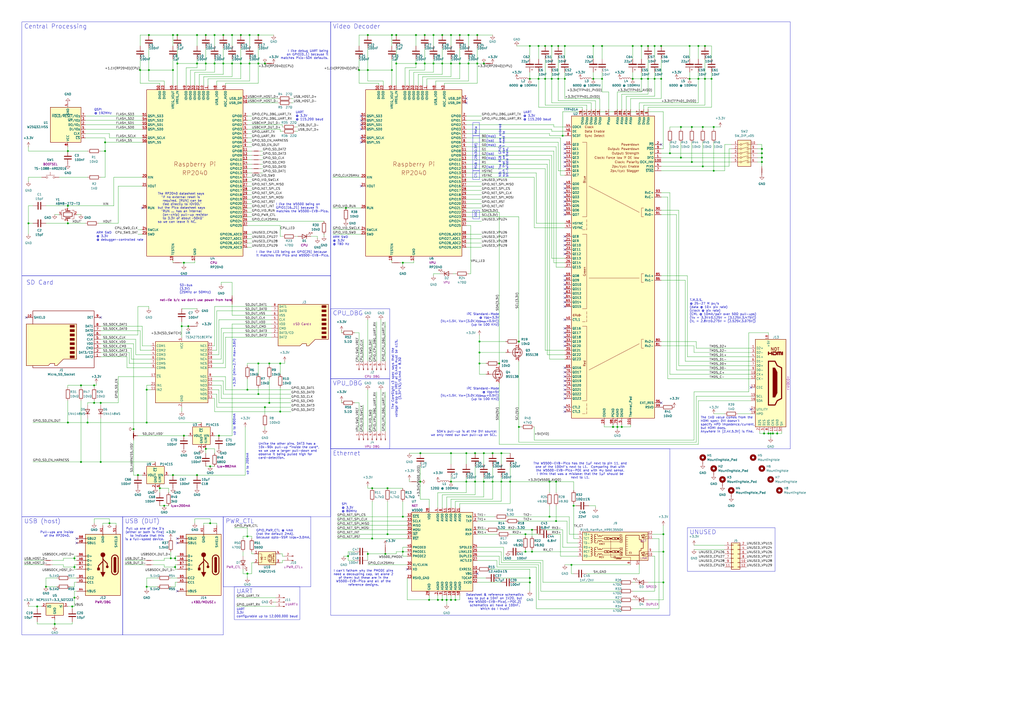
<source format=kicad_sch>
(kicad_sch
	(version 20250114)
	(generator "eeschema")
	(generator_version "9.0")
	(uuid "b1026673-0e9c-440a-b81e-11156c42154b")
	(paper "A2")
	(title_block
		(title "SBC-Harness")
		(date "2025-07-14")
		(rev "1")
		(company "Umorpha Systems")
	)
	(lib_symbols
		(symbol "Analog_Switch:TS3A27518ERTW"
			(exclude_from_sim no)
			(in_bom yes)
			(on_board yes)
			(property "Reference" "U"
				(at -13.97 19.05 0)
				(effects
					(font
						(size 1.27 1.27)
					)
				)
			)
			(property "Value" "TS3A27518ERTW"
				(at 8.89 19.05 0)
				(effects
					(font
						(size 1.27 1.27)
					)
				)
			)
			(property "Footprint" "Package_DFN_QFN:WQFN-24-1EP_4x4mm_P0.5mm_EP2.6x2.6mm"
				(at 0 25.4 0)
				(effects
					(font
						(size 1.27 1.27)
					)
					(hide yes)
				)
			)
			(property "Datasheet" "http://www.ti.com/lit/ds/symlink/ts3a27518e.pdf"
				(at 0 -2.54 0)
				(effects
					(font
						(size 1.27 1.27)
					)
					(hide yes)
				)
			)
			(property "Description" "6-channel analog mux, WQFN-24"
				(at 0 0 0)
				(effects
					(font
						(size 1.27 1.27)
					)
					(hide yes)
				)
			)
			(property "ki_keywords" "SPI qSPI multiplexer demux"
				(at 0 0 0)
				(effects
					(font
						(size 1.27 1.27)
					)
					(hide yes)
				)
			)
			(property "ki_fp_filters" "WQFN*4x4mm*P0.5mm*"
				(at 0 0 0)
				(effects
					(font
						(size 1.27 1.27)
					)
					(hide yes)
				)
			)
			(symbol "TS3A27518ERTW_0_1"
				(rectangle
					(start 15.24 -17.78)
					(end -15.24 17.78)
					(stroke
						(width 0.254)
						(type default)
					)
					(fill
						(type background)
					)
				)
			)
			(symbol "TS3A27518ERTW_1_1"
				(pin bidirectional line
					(at -17.78 15.24 0)
					(length 2.54)
					(name "COM1"
						(effects
							(font
								(size 1.27 1.27)
							)
						)
					)
					(number "1"
						(effects
							(font
								(size 1.27 1.27)
							)
						)
					)
				)
				(pin bidirectional line
					(at -17.78 12.7 0)
					(length 2.54)
					(name "COM2"
						(effects
							(font
								(size 1.27 1.27)
							)
						)
					)
					(number "3"
						(effects
							(font
								(size 1.27 1.27)
							)
						)
					)
				)
				(pin bidirectional line
					(at -17.78 10.16 0)
					(length 2.54)
					(name "COM3"
						(effects
							(font
								(size 1.27 1.27)
							)
						)
					)
					(number "4"
						(effects
							(font
								(size 1.27 1.27)
							)
						)
					)
				)
				(pin bidirectional line
					(at -17.78 7.62 0)
					(length 2.54)
					(name "COM4"
						(effects
							(font
								(size 1.27 1.27)
							)
						)
					)
					(number "6"
						(effects
							(font
								(size 1.27 1.27)
							)
						)
					)
				)
				(pin bidirectional line
					(at -17.78 5.08 0)
					(length 2.54)
					(name "COM5"
						(effects
							(font
								(size 1.27 1.27)
							)
						)
					)
					(number "7"
						(effects
							(font
								(size 1.27 1.27)
							)
						)
					)
				)
				(pin bidirectional line
					(at -17.78 2.54 0)
					(length 2.54)
					(name "COM6"
						(effects
							(font
								(size 1.27 1.27)
							)
						)
					)
					(number "9"
						(effects
							(font
								(size 1.27 1.27)
							)
						)
					)
				)
				(pin input line
					(at -17.78 -2.54 0)
					(length 2.54)
					(name "~{EN}"
						(effects
							(font
								(size 1.27 1.27)
							)
						)
					)
					(number "17"
						(effects
							(font
								(size 1.27 1.27)
							)
						)
					)
				)
				(pin input line
					(at -17.78 -7.62 0)
					(length 2.54)
					(name "IN1"
						(effects
							(font
								(size 1.27 1.27)
							)
						)
					)
					(number "21"
						(effects
							(font
								(size 1.27 1.27)
							)
						)
					)
				)
				(pin input line
					(at -17.78 -10.16 0)
					(length 2.54)
					(name "IN2"
						(effects
							(font
								(size 1.27 1.27)
							)
						)
					)
					(number "11"
						(effects
							(font
								(size 1.27 1.27)
							)
						)
					)
				)
				(pin no_connect line
					(at -15.24 -15.24 0)
					(length 2.54)
					(hide yes)
					(name "N.C."
						(effects
							(font
								(size 1.27 1.27)
							)
						)
					)
					(number "24"
						(effects
							(font
								(size 1.27 1.27)
							)
						)
					)
				)
				(pin power_in line
					(at 0 20.32 270)
					(length 2.54)
					(name "VCC"
						(effects
							(font
								(size 1.27 1.27)
							)
						)
					)
					(number "5"
						(effects
							(font
								(size 1.27 1.27)
							)
						)
					)
				)
				(pin power_in line
					(at 0 -20.32 90)
					(length 2.54)
					(name "GND"
						(effects
							(font
								(size 1.27 1.27)
							)
						)
					)
					(number "2"
						(effects
							(font
								(size 1.27 1.27)
							)
						)
					)
				)
				(pin passive line
					(at 0 -20.32 90)
					(length 2.54)
					(hide yes)
					(name "GND"
						(effects
							(font
								(size 1.27 1.27)
							)
						)
					)
					(number "25"
						(effects
							(font
								(size 1.27 1.27)
							)
						)
					)
				)
				(pin bidirectional line
					(at 17.78 15.24 180)
					(length 2.54)
					(name "NC1"
						(effects
							(font
								(size 1.27 1.27)
							)
						)
					)
					(number "23"
						(effects
							(font
								(size 1.27 1.27)
							)
						)
					)
				)
				(pin bidirectional line
					(at 17.78 12.7 180)
					(length 2.54)
					(name "NC2"
						(effects
							(font
								(size 1.27 1.27)
							)
						)
					)
					(number "22"
						(effects
							(font
								(size 1.27 1.27)
							)
						)
					)
				)
				(pin bidirectional line
					(at 17.78 10.16 180)
					(length 2.54)
					(name "NC3"
						(effects
							(font
								(size 1.27 1.27)
							)
						)
					)
					(number "20"
						(effects
							(font
								(size 1.27 1.27)
							)
						)
					)
				)
				(pin bidirectional line
					(at 17.78 7.62 180)
					(length 2.54)
					(name "NC4"
						(effects
							(font
								(size 1.27 1.27)
							)
						)
					)
					(number "18"
						(effects
							(font
								(size 1.27 1.27)
							)
						)
					)
				)
				(pin bidirectional line
					(at 17.78 5.08 180)
					(length 2.54)
					(name "NC5"
						(effects
							(font
								(size 1.27 1.27)
							)
						)
					)
					(number "16"
						(effects
							(font
								(size 1.27 1.27)
							)
						)
					)
				)
				(pin bidirectional line
					(at 17.78 2.54 180)
					(length 2.54)
					(name "NC6"
						(effects
							(font
								(size 1.27 1.27)
							)
						)
					)
					(number "19"
						(effects
							(font
								(size 1.27 1.27)
							)
						)
					)
				)
				(pin bidirectional line
					(at 17.78 -2.54 180)
					(length 2.54)
					(name "NO1"
						(effects
							(font
								(size 1.27 1.27)
							)
						)
					)
					(number "8"
						(effects
							(font
								(size 1.27 1.27)
							)
						)
					)
				)
				(pin bidirectional line
					(at 17.78 -5.08 180)
					(length 2.54)
					(name "NO2"
						(effects
							(font
								(size 1.27 1.27)
							)
						)
					)
					(number "10"
						(effects
							(font
								(size 1.27 1.27)
							)
						)
					)
				)
				(pin bidirectional line
					(at 17.78 -7.62 180)
					(length 2.54)
					(name "NO3"
						(effects
							(font
								(size 1.27 1.27)
							)
						)
					)
					(number "12"
						(effects
							(font
								(size 1.27 1.27)
							)
						)
					)
				)
				(pin bidirectional line
					(at 17.78 -10.16 180)
					(length 2.54)
					(name "NO4"
						(effects
							(font
								(size 1.27 1.27)
							)
						)
					)
					(number "14"
						(effects
							(font
								(size 1.27 1.27)
							)
						)
					)
				)
				(pin bidirectional line
					(at 17.78 -12.7 180)
					(length 2.54)
					(name "NO5"
						(effects
							(font
								(size 1.27 1.27)
							)
						)
					)
					(number "15"
						(effects
							(font
								(size 1.27 1.27)
							)
						)
					)
				)
				(pin bidirectional line
					(at 17.78 -15.24 180)
					(length 2.54)
					(name "NO6"
						(effects
							(font
								(size 1.27 1.27)
							)
						)
					)
					(number "13"
						(effects
							(font
								(size 1.27 1.27)
							)
						)
					)
				)
			)
			(embedded_fonts no)
		)
		(symbol "Connector:Conn_01x02_Pin"
			(pin_names
				(offset 1.016)
				(hide yes)
			)
			(exclude_from_sim no)
			(in_bom yes)
			(on_board yes)
			(property "Reference" "J"
				(at 0 2.54 0)
				(effects
					(font
						(size 1.27 1.27)
					)
				)
			)
			(property "Value" "Conn_01x02_Pin"
				(at 0 -5.08 0)
				(effects
					(font
						(size 1.27 1.27)
					)
				)
			)
			(property "Footprint" ""
				(at 0 0 0)
				(effects
					(font
						(size 1.27 1.27)
					)
					(hide yes)
				)
			)
			(property "Datasheet" "~"
				(at 0 0 0)
				(effects
					(font
						(size 1.27 1.27)
					)
					(hide yes)
				)
			)
			(property "Description" "Generic connector, single row, 01x02, script generated"
				(at 0 0 0)
				(effects
					(font
						(size 1.27 1.27)
					)
					(hide yes)
				)
			)
			(property "ki_locked" ""
				(at 0 0 0)
				(effects
					(font
						(size 1.27 1.27)
					)
				)
			)
			(property "ki_keywords" "connector"
				(at 0 0 0)
				(effects
					(font
						(size 1.27 1.27)
					)
					(hide yes)
				)
			)
			(property "ki_fp_filters" "Connector*:*_1x??_*"
				(at 0 0 0)
				(effects
					(font
						(size 1.27 1.27)
					)
					(hide yes)
				)
			)
			(symbol "Conn_01x02_Pin_1_1"
				(rectangle
					(start 0.8636 0.127)
					(end 0 -0.127)
					(stroke
						(width 0.1524)
						(type default)
					)
					(fill
						(type outline)
					)
				)
				(rectangle
					(start 0.8636 -2.413)
					(end 0 -2.667)
					(stroke
						(width 0.1524)
						(type default)
					)
					(fill
						(type outline)
					)
				)
				(polyline
					(pts
						(xy 1.27 0) (xy 0.8636 0)
					)
					(stroke
						(width 0.1524)
						(type default)
					)
					(fill
						(type none)
					)
				)
				(polyline
					(pts
						(xy 1.27 -2.54) (xy 0.8636 -2.54)
					)
					(stroke
						(width 0.1524)
						(type default)
					)
					(fill
						(type none)
					)
				)
				(pin passive line
					(at 5.08 0 180)
					(length 3.81)
					(name "Pin_1"
						(effects
							(font
								(size 1.27 1.27)
							)
						)
					)
					(number "1"
						(effects
							(font
								(size 1.27 1.27)
							)
						)
					)
				)
				(pin passive line
					(at 5.08 -2.54 180)
					(length 3.81)
					(name "Pin_2"
						(effects
							(font
								(size 1.27 1.27)
							)
						)
					)
					(number "2"
						(effects
							(font
								(size 1.27 1.27)
							)
						)
					)
				)
			)
			(embedded_fonts no)
		)
		(symbol "Connector:Conn_01x03_Pin"
			(pin_names
				(offset 1.016)
				(hide yes)
			)
			(exclude_from_sim no)
			(in_bom yes)
			(on_board yes)
			(property "Reference" "J"
				(at 0 5.08 0)
				(effects
					(font
						(size 1.27 1.27)
					)
				)
			)
			(property "Value" "Conn_01x03_Pin"
				(at 0 -5.08 0)
				(effects
					(font
						(size 1.27 1.27)
					)
				)
			)
			(property "Footprint" ""
				(at 0 0 0)
				(effects
					(font
						(size 1.27 1.27)
					)
					(hide yes)
				)
			)
			(property "Datasheet" "~"
				(at 0 0 0)
				(effects
					(font
						(size 1.27 1.27)
					)
					(hide yes)
				)
			)
			(property "Description" "Generic connector, single row, 01x03, script generated"
				(at 0 0 0)
				(effects
					(font
						(size 1.27 1.27)
					)
					(hide yes)
				)
			)
			(property "ki_locked" ""
				(at 0 0 0)
				(effects
					(font
						(size 1.27 1.27)
					)
				)
			)
			(property "ki_keywords" "connector"
				(at 0 0 0)
				(effects
					(font
						(size 1.27 1.27)
					)
					(hide yes)
				)
			)
			(property "ki_fp_filters" "Connector*:*_1x??_*"
				(at 0 0 0)
				(effects
					(font
						(size 1.27 1.27)
					)
					(hide yes)
				)
			)
			(symbol "Conn_01x03_Pin_1_1"
				(rectangle
					(start 0.8636 2.667)
					(end 0 2.413)
					(stroke
						(width 0.1524)
						(type default)
					)
					(fill
						(type outline)
					)
				)
				(rectangle
					(start 0.8636 0.127)
					(end 0 -0.127)
					(stroke
						(width 0.1524)
						(type default)
					)
					(fill
						(type outline)
					)
				)
				(rectangle
					(start 0.8636 -2.413)
					(end 0 -2.667)
					(stroke
						(width 0.1524)
						(type default)
					)
					(fill
						(type outline)
					)
				)
				(polyline
					(pts
						(xy 1.27 2.54) (xy 0.8636 2.54)
					)
					(stroke
						(width 0.1524)
						(type default)
					)
					(fill
						(type none)
					)
				)
				(polyline
					(pts
						(xy 1.27 0) (xy 0.8636 0)
					)
					(stroke
						(width 0.1524)
						(type default)
					)
					(fill
						(type none)
					)
				)
				(polyline
					(pts
						(xy 1.27 -2.54) (xy 0.8636 -2.54)
					)
					(stroke
						(width 0.1524)
						(type default)
					)
					(fill
						(type none)
					)
				)
				(pin passive line
					(at 5.08 2.54 180)
					(length 3.81)
					(name "Pin_1"
						(effects
							(font
								(size 1.27 1.27)
							)
						)
					)
					(number "1"
						(effects
							(font
								(size 1.27 1.27)
							)
						)
					)
				)
				(pin passive line
					(at 5.08 0 180)
					(length 3.81)
					(name "Pin_2"
						(effects
							(font
								(size 1.27 1.27)
							)
						)
					)
					(number "2"
						(effects
							(font
								(size 1.27 1.27)
							)
						)
					)
				)
				(pin passive line
					(at 5.08 -2.54 180)
					(length 3.81)
					(name "Pin_3"
						(effects
							(font
								(size 1.27 1.27)
							)
						)
					)
					(number "3"
						(effects
							(font
								(size 1.27 1.27)
							)
						)
					)
				)
			)
			(embedded_fonts no)
		)
		(symbol "Connector:Conn_01x07_Pin"
			(pin_names
				(offset 1.016)
				(hide yes)
			)
			(exclude_from_sim no)
			(in_bom yes)
			(on_board yes)
			(property "Reference" "J"
				(at 0 10.16 0)
				(effects
					(font
						(size 1.27 1.27)
					)
				)
			)
			(property "Value" "Conn_01x07_Pin"
				(at 0 -10.16 0)
				(effects
					(font
						(size 1.27 1.27)
					)
				)
			)
			(property "Footprint" ""
				(at 0 0 0)
				(effects
					(font
						(size 1.27 1.27)
					)
					(hide yes)
				)
			)
			(property "Datasheet" "~"
				(at 0 0 0)
				(effects
					(font
						(size 1.27 1.27)
					)
					(hide yes)
				)
			)
			(property "Description" "Generic connector, single row, 01x07, script generated"
				(at 0 0 0)
				(effects
					(font
						(size 1.27 1.27)
					)
					(hide yes)
				)
			)
			(property "ki_locked" ""
				(at 0 0 0)
				(effects
					(font
						(size 1.27 1.27)
					)
				)
			)
			(property "ki_keywords" "connector"
				(at 0 0 0)
				(effects
					(font
						(size 1.27 1.27)
					)
					(hide yes)
				)
			)
			(property "ki_fp_filters" "Connector*:*_1x??_*"
				(at 0 0 0)
				(effects
					(font
						(size 1.27 1.27)
					)
					(hide yes)
				)
			)
			(symbol "Conn_01x07_Pin_1_1"
				(rectangle
					(start 0.8636 7.747)
					(end 0 7.493)
					(stroke
						(width 0.1524)
						(type default)
					)
					(fill
						(type outline)
					)
				)
				(rectangle
					(start 0.8636 5.207)
					(end 0 4.953)
					(stroke
						(width 0.1524)
						(type default)
					)
					(fill
						(type outline)
					)
				)
				(rectangle
					(start 0.8636 2.667)
					(end 0 2.413)
					(stroke
						(width 0.1524)
						(type default)
					)
					(fill
						(type outline)
					)
				)
				(rectangle
					(start 0.8636 0.127)
					(end 0 -0.127)
					(stroke
						(width 0.1524)
						(type default)
					)
					(fill
						(type outline)
					)
				)
				(rectangle
					(start 0.8636 -2.413)
					(end 0 -2.667)
					(stroke
						(width 0.1524)
						(type default)
					)
					(fill
						(type outline)
					)
				)
				(rectangle
					(start 0.8636 -4.953)
					(end 0 -5.207)
					(stroke
						(width 0.1524)
						(type default)
					)
					(fill
						(type outline)
					)
				)
				(rectangle
					(start 0.8636 -7.493)
					(end 0 -7.747)
					(stroke
						(width 0.1524)
						(type default)
					)
					(fill
						(type outline)
					)
				)
				(polyline
					(pts
						(xy 1.27 7.62) (xy 0.8636 7.62)
					)
					(stroke
						(width 0.1524)
						(type default)
					)
					(fill
						(type none)
					)
				)
				(polyline
					(pts
						(xy 1.27 5.08) (xy 0.8636 5.08)
					)
					(stroke
						(width 0.1524)
						(type default)
					)
					(fill
						(type none)
					)
				)
				(polyline
					(pts
						(xy 1.27 2.54) (xy 0.8636 2.54)
					)
					(stroke
						(width 0.1524)
						(type default)
					)
					(fill
						(type none)
					)
				)
				(polyline
					(pts
						(xy 1.27 0) (xy 0.8636 0)
					)
					(stroke
						(width 0.1524)
						(type default)
					)
					(fill
						(type none)
					)
				)
				(polyline
					(pts
						(xy 1.27 -2.54) (xy 0.8636 -2.54)
					)
					(stroke
						(width 0.1524)
						(type default)
					)
					(fill
						(type none)
					)
				)
				(polyline
					(pts
						(xy 1.27 -5.08) (xy 0.8636 -5.08)
					)
					(stroke
						(width 0.1524)
						(type default)
					)
					(fill
						(type none)
					)
				)
				(polyline
					(pts
						(xy 1.27 -7.62) (xy 0.8636 -7.62)
					)
					(stroke
						(width 0.1524)
						(type default)
					)
					(fill
						(type none)
					)
				)
				(pin passive line
					(at 5.08 7.62 180)
					(length 3.81)
					(name "Pin_1"
						(effects
							(font
								(size 1.27 1.27)
							)
						)
					)
					(number "1"
						(effects
							(font
								(size 1.27 1.27)
							)
						)
					)
				)
				(pin passive line
					(at 5.08 5.08 180)
					(length 3.81)
					(name "Pin_2"
						(effects
							(font
								(size 1.27 1.27)
							)
						)
					)
					(number "2"
						(effects
							(font
								(size 1.27 1.27)
							)
						)
					)
				)
				(pin passive line
					(at 5.08 2.54 180)
					(length 3.81)
					(name "Pin_3"
						(effects
							(font
								(size 1.27 1.27)
							)
						)
					)
					(number "3"
						(effects
							(font
								(size 1.27 1.27)
							)
						)
					)
				)
				(pin passive line
					(at 5.08 0 180)
					(length 3.81)
					(name "Pin_4"
						(effects
							(font
								(size 1.27 1.27)
							)
						)
					)
					(number "4"
						(effects
							(font
								(size 1.27 1.27)
							)
						)
					)
				)
				(pin passive line
					(at 5.08 -2.54 180)
					(length 3.81)
					(name "Pin_5"
						(effects
							(font
								(size 1.27 1.27)
							)
						)
					)
					(number "5"
						(effects
							(font
								(size 1.27 1.27)
							)
						)
					)
				)
				(pin passive line
					(at 5.08 -5.08 180)
					(length 3.81)
					(name "Pin_6"
						(effects
							(font
								(size 1.27 1.27)
							)
						)
					)
					(number "6"
						(effects
							(font
								(size 1.27 1.27)
							)
						)
					)
				)
				(pin passive line
					(at 5.08 -7.62 180)
					(length 3.81)
					(name "Pin_7"
						(effects
							(font
								(size 1.27 1.27)
							)
						)
					)
					(number "7"
						(effects
							(font
								(size 1.27 1.27)
							)
						)
					)
				)
			)
			(embedded_fonts no)
		)
		(symbol "Connector:USB_C_Receptacle_USB2.0_16P"
			(pin_names
				(offset 1.016)
			)
			(exclude_from_sim no)
			(in_bom yes)
			(on_board yes)
			(property "Reference" "J"
				(at 0 22.225 0)
				(effects
					(font
						(size 1.27 1.27)
					)
				)
			)
			(property "Value" "USB_C_Receptacle_USB2.0_16P"
				(at 0 19.685 0)
				(effects
					(font
						(size 1.27 1.27)
					)
				)
			)
			(property "Footprint" ""
				(at 3.81 0 0)
				(effects
					(font
						(size 1.27 1.27)
					)
					(hide yes)
				)
			)
			(property "Datasheet" "https://www.usb.org/sites/default/files/documents/usb_type-c.zip"
				(at 3.81 0 0)
				(effects
					(font
						(size 1.27 1.27)
					)
					(hide yes)
				)
			)
			(property "Description" "USB 2.0-only 16P Type-C Receptacle connector"
				(at 0 0 0)
				(effects
					(font
						(size 1.27 1.27)
					)
					(hide yes)
				)
			)
			(property "ki_keywords" "usb universal serial bus type-C USB2.0"
				(at 0 0 0)
				(effects
					(font
						(size 1.27 1.27)
					)
					(hide yes)
				)
			)
			(property "ki_fp_filters" "USB*C*Receptacle*"
				(at 0 0 0)
				(effects
					(font
						(size 1.27 1.27)
					)
					(hide yes)
				)
			)
			(symbol "USB_C_Receptacle_USB2.0_16P_0_0"
				(rectangle
					(start -0.254 -17.78)
					(end 0.254 -16.764)
					(stroke
						(width 0)
						(type default)
					)
					(fill
						(type none)
					)
				)
				(rectangle
					(start 10.16 15.494)
					(end 9.144 14.986)
					(stroke
						(width 0)
						(type default)
					)
					(fill
						(type none)
					)
				)
				(rectangle
					(start 10.16 10.414)
					(end 9.144 9.906)
					(stroke
						(width 0)
						(type default)
					)
					(fill
						(type none)
					)
				)
				(rectangle
					(start 10.16 7.874)
					(end 9.144 7.366)
					(stroke
						(width 0)
						(type default)
					)
					(fill
						(type none)
					)
				)
				(rectangle
					(start 10.16 2.794)
					(end 9.144 2.286)
					(stroke
						(width 0)
						(type default)
					)
					(fill
						(type none)
					)
				)
				(rectangle
					(start 10.16 0.254)
					(end 9.144 -0.254)
					(stroke
						(width 0)
						(type default)
					)
					(fill
						(type none)
					)
				)
				(rectangle
					(start 10.16 -2.286)
					(end 9.144 -2.794)
					(stroke
						(width 0)
						(type default)
					)
					(fill
						(type none)
					)
				)
				(rectangle
					(start 10.16 -4.826)
					(end 9.144 -5.334)
					(stroke
						(width 0)
						(type default)
					)
					(fill
						(type none)
					)
				)
				(rectangle
					(start 10.16 -12.446)
					(end 9.144 -12.954)
					(stroke
						(width 0)
						(type default)
					)
					(fill
						(type none)
					)
				)
				(rectangle
					(start 10.16 -14.986)
					(end 9.144 -15.494)
					(stroke
						(width 0)
						(type default)
					)
					(fill
						(type none)
					)
				)
			)
			(symbol "USB_C_Receptacle_USB2.0_16P_0_1"
				(rectangle
					(start -10.16 17.78)
					(end 10.16 -17.78)
					(stroke
						(width 0.254)
						(type default)
					)
					(fill
						(type background)
					)
				)
				(polyline
					(pts
						(xy -8.89 -3.81) (xy -8.89 3.81)
					)
					(stroke
						(width 0.508)
						(type default)
					)
					(fill
						(type none)
					)
				)
				(rectangle
					(start -7.62 -3.81)
					(end -6.35 3.81)
					(stroke
						(width 0.254)
						(type default)
					)
					(fill
						(type outline)
					)
				)
				(arc
					(start -7.62 3.81)
					(mid -6.985 4.4423)
					(end -6.35 3.81)
					(stroke
						(width 0.254)
						(type default)
					)
					(fill
						(type none)
					)
				)
				(arc
					(start -7.62 3.81)
					(mid -6.985 4.4423)
					(end -6.35 3.81)
					(stroke
						(width 0.254)
						(type default)
					)
					(fill
						(type outline)
					)
				)
				(arc
					(start -8.89 3.81)
					(mid -6.985 5.7067)
					(end -5.08 3.81)
					(stroke
						(width 0.508)
						(type default)
					)
					(fill
						(type none)
					)
				)
				(arc
					(start -5.08 -3.81)
					(mid -6.985 -5.7067)
					(end -8.89 -3.81)
					(stroke
						(width 0.508)
						(type default)
					)
					(fill
						(type none)
					)
				)
				(arc
					(start -6.35 -3.81)
					(mid -6.985 -4.4423)
					(end -7.62 -3.81)
					(stroke
						(width 0.254)
						(type default)
					)
					(fill
						(type none)
					)
				)
				(arc
					(start -6.35 -3.81)
					(mid -6.985 -4.4423)
					(end -7.62 -3.81)
					(stroke
						(width 0.254)
						(type default)
					)
					(fill
						(type outline)
					)
				)
				(polyline
					(pts
						(xy -5.08 3.81) (xy -5.08 -3.81)
					)
					(stroke
						(width 0.508)
						(type default)
					)
					(fill
						(type none)
					)
				)
				(circle
					(center -2.54 1.143)
					(radius 0.635)
					(stroke
						(width 0.254)
						(type default)
					)
					(fill
						(type outline)
					)
				)
				(polyline
					(pts
						(xy -1.27 4.318) (xy 0 6.858) (xy 1.27 4.318) (xy -1.27 4.318)
					)
					(stroke
						(width 0.254)
						(type default)
					)
					(fill
						(type outline)
					)
				)
				(polyline
					(pts
						(xy 0 -2.032) (xy 2.54 0.508) (xy 2.54 1.778)
					)
					(stroke
						(width 0.508)
						(type default)
					)
					(fill
						(type none)
					)
				)
				(polyline
					(pts
						(xy 0 -3.302) (xy -2.54 -0.762) (xy -2.54 0.508)
					)
					(stroke
						(width 0.508)
						(type default)
					)
					(fill
						(type none)
					)
				)
				(polyline
					(pts
						(xy 0 -5.842) (xy 0 4.318)
					)
					(stroke
						(width 0.508)
						(type default)
					)
					(fill
						(type none)
					)
				)
				(circle
					(center 0 -5.842)
					(radius 1.27)
					(stroke
						(width 0)
						(type default)
					)
					(fill
						(type outline)
					)
				)
				(rectangle
					(start 1.905 1.778)
					(end 3.175 3.048)
					(stroke
						(width 0.254)
						(type default)
					)
					(fill
						(type outline)
					)
				)
			)
			(symbol "USB_C_Receptacle_USB2.0_16P_1_1"
				(pin passive line
					(at -7.62 -22.86 90)
					(length 5.08)
					(name "SHIELD"
						(effects
							(font
								(size 1.27 1.27)
							)
						)
					)
					(number "S1"
						(effects
							(font
								(size 1.27 1.27)
							)
						)
					)
				)
				(pin passive line
					(at 0 -22.86 90)
					(length 5.08)
					(name "GND"
						(effects
							(font
								(size 1.27 1.27)
							)
						)
					)
					(number "A1"
						(effects
							(font
								(size 1.27 1.27)
							)
						)
					)
				)
				(pin passive line
					(at 0 -22.86 90)
					(length 5.08)
					(hide yes)
					(name "GND"
						(effects
							(font
								(size 1.27 1.27)
							)
						)
					)
					(number "A12"
						(effects
							(font
								(size 1.27 1.27)
							)
						)
					)
				)
				(pin passive line
					(at 0 -22.86 90)
					(length 5.08)
					(hide yes)
					(name "GND"
						(effects
							(font
								(size 1.27 1.27)
							)
						)
					)
					(number "B1"
						(effects
							(font
								(size 1.27 1.27)
							)
						)
					)
				)
				(pin passive line
					(at 0 -22.86 90)
					(length 5.08)
					(hide yes)
					(name "GND"
						(effects
							(font
								(size 1.27 1.27)
							)
						)
					)
					(number "B12"
						(effects
							(font
								(size 1.27 1.27)
							)
						)
					)
				)
				(pin passive line
					(at 15.24 15.24 180)
					(length 5.08)
					(name "VBUS"
						(effects
							(font
								(size 1.27 1.27)
							)
						)
					)
					(number "A4"
						(effects
							(font
								(size 1.27 1.27)
							)
						)
					)
				)
				(pin passive line
					(at 15.24 15.24 180)
					(length 5.08)
					(hide yes)
					(name "VBUS"
						(effects
							(font
								(size 1.27 1.27)
							)
						)
					)
					(number "A9"
						(effects
							(font
								(size 1.27 1.27)
							)
						)
					)
				)
				(pin passive line
					(at 15.24 15.24 180)
					(length 5.08)
					(hide yes)
					(name "VBUS"
						(effects
							(font
								(size 1.27 1.27)
							)
						)
					)
					(number "B4"
						(effects
							(font
								(size 1.27 1.27)
							)
						)
					)
				)
				(pin passive line
					(at 15.24 15.24 180)
					(length 5.08)
					(hide yes)
					(name "VBUS"
						(effects
							(font
								(size 1.27 1.27)
							)
						)
					)
					(number "B9"
						(effects
							(font
								(size 1.27 1.27)
							)
						)
					)
				)
				(pin bidirectional line
					(at 15.24 10.16 180)
					(length 5.08)
					(name "CC1"
						(effects
							(font
								(size 1.27 1.27)
							)
						)
					)
					(number "A5"
						(effects
							(font
								(size 1.27 1.27)
							)
						)
					)
				)
				(pin bidirectional line
					(at 15.24 7.62 180)
					(length 5.08)
					(name "CC2"
						(effects
							(font
								(size 1.27 1.27)
							)
						)
					)
					(number "B5"
						(effects
							(font
								(size 1.27 1.27)
							)
						)
					)
				)
				(pin bidirectional line
					(at 15.24 2.54 180)
					(length 5.08)
					(name "D-"
						(effects
							(font
								(size 1.27 1.27)
							)
						)
					)
					(number "A7"
						(effects
							(font
								(size 1.27 1.27)
							)
						)
					)
				)
				(pin bidirectional line
					(at 15.24 0 180)
					(length 5.08)
					(name "D-"
						(effects
							(font
								(size 1.27 1.27)
							)
						)
					)
					(number "B7"
						(effects
							(font
								(size 1.27 1.27)
							)
						)
					)
				)
				(pin bidirectional line
					(at 15.24 -2.54 180)
					(length 5.08)
					(name "D+"
						(effects
							(font
								(size 1.27 1.27)
							)
						)
					)
					(number "A6"
						(effects
							(font
								(size 1.27 1.27)
							)
						)
					)
				)
				(pin bidirectional line
					(at 15.24 -5.08 180)
					(length 5.08)
					(name "D+"
						(effects
							(font
								(size 1.27 1.27)
							)
						)
					)
					(number "B6"
						(effects
							(font
								(size 1.27 1.27)
							)
						)
					)
				)
				(pin bidirectional line
					(at 15.24 -12.7 180)
					(length 5.08)
					(name "SBU1"
						(effects
							(font
								(size 1.27 1.27)
							)
						)
					)
					(number "A8"
						(effects
							(font
								(size 1.27 1.27)
							)
						)
					)
				)
				(pin bidirectional line
					(at 15.24 -15.24 180)
					(length 5.08)
					(name "SBU2"
						(effects
							(font
								(size 1.27 1.27)
							)
						)
					)
					(number "B8"
						(effects
							(font
								(size 1.27 1.27)
							)
						)
					)
				)
			)
			(embedded_fonts no)
		)
		(symbol "Connector_Generic:Conn_02x06_Odd_Even"
			(pin_names
				(offset 1.016)
				(hide yes)
			)
			(exclude_from_sim no)
			(in_bom yes)
			(on_board yes)
			(property "Reference" "J"
				(at 1.27 7.62 0)
				(effects
					(font
						(size 1.27 1.27)
					)
				)
			)
			(property "Value" "Conn_02x06_Odd_Even"
				(at 1.27 -10.16 0)
				(effects
					(font
						(size 1.27 1.27)
					)
				)
			)
			(property "Footprint" ""
				(at 0 0 0)
				(effects
					(font
						(size 1.27 1.27)
					)
					(hide yes)
				)
			)
			(property "Datasheet" "~"
				(at 0 0 0)
				(effects
					(font
						(size 1.27 1.27)
					)
					(hide yes)
				)
			)
			(property "Description" "Generic connector, double row, 02x06, odd/even pin numbering scheme (row 1 odd numbers, row 2 even numbers), script generated (kicad-library-utils/schlib/autogen/connector/)"
				(at 0 0 0)
				(effects
					(font
						(size 1.27 1.27)
					)
					(hide yes)
				)
			)
			(property "ki_keywords" "connector"
				(at 0 0 0)
				(effects
					(font
						(size 1.27 1.27)
					)
					(hide yes)
				)
			)
			(property "ki_fp_filters" "Connector*:*_2x??_*"
				(at 0 0 0)
				(effects
					(font
						(size 1.27 1.27)
					)
					(hide yes)
				)
			)
			(symbol "Conn_02x06_Odd_Even_1_1"
				(rectangle
					(start -1.27 6.35)
					(end 3.81 -8.89)
					(stroke
						(width 0.254)
						(type default)
					)
					(fill
						(type background)
					)
				)
				(rectangle
					(start -1.27 5.207)
					(end 0 4.953)
					(stroke
						(width 0.1524)
						(type default)
					)
					(fill
						(type none)
					)
				)
				(rectangle
					(start -1.27 2.667)
					(end 0 2.413)
					(stroke
						(width 0.1524)
						(type default)
					)
					(fill
						(type none)
					)
				)
				(rectangle
					(start -1.27 0.127)
					(end 0 -0.127)
					(stroke
						(width 0.1524)
						(type default)
					)
					(fill
						(type none)
					)
				)
				(rectangle
					(start -1.27 -2.413)
					(end 0 -2.667)
					(stroke
						(width 0.1524)
						(type default)
					)
					(fill
						(type none)
					)
				)
				(rectangle
					(start -1.27 -4.953)
					(end 0 -5.207)
					(stroke
						(width 0.1524)
						(type default)
					)
					(fill
						(type none)
					)
				)
				(rectangle
					(start -1.27 -7.493)
					(end 0 -7.747)
					(stroke
						(width 0.1524)
						(type default)
					)
					(fill
						(type none)
					)
				)
				(rectangle
					(start 3.81 5.207)
					(end 2.54 4.953)
					(stroke
						(width 0.1524)
						(type default)
					)
					(fill
						(type none)
					)
				)
				(rectangle
					(start 3.81 2.667)
					(end 2.54 2.413)
					(stroke
						(width 0.1524)
						(type default)
					)
					(fill
						(type none)
					)
				)
				(rectangle
					(start 3.81 0.127)
					(end 2.54 -0.127)
					(stroke
						(width 0.1524)
						(type default)
					)
					(fill
						(type none)
					)
				)
				(rectangle
					(start 3.81 -2.413)
					(end 2.54 -2.667)
					(stroke
						(width 0.1524)
						(type default)
					)
					(fill
						(type none)
					)
				)
				(rectangle
					(start 3.81 -4.953)
					(end 2.54 -5.207)
					(stroke
						(width 0.1524)
						(type default)
					)
					(fill
						(type none)
					)
				)
				(rectangle
					(start 3.81 -7.493)
					(end 2.54 -7.747)
					(stroke
						(width 0.1524)
						(type default)
					)
					(fill
						(type none)
					)
				)
				(pin passive line
					(at -5.08 5.08 0)
					(length 3.81)
					(name "Pin_1"
						(effects
							(font
								(size 1.27 1.27)
							)
						)
					)
					(number "1"
						(effects
							(font
								(size 1.27 1.27)
							)
						)
					)
				)
				(pin passive line
					(at -5.08 2.54 0)
					(length 3.81)
					(name "Pin_3"
						(effects
							(font
								(size 1.27 1.27)
							)
						)
					)
					(number "3"
						(effects
							(font
								(size 1.27 1.27)
							)
						)
					)
				)
				(pin passive line
					(at -5.08 0 0)
					(length 3.81)
					(name "Pin_5"
						(effects
							(font
								(size 1.27 1.27)
							)
						)
					)
					(number "5"
						(effects
							(font
								(size 1.27 1.27)
							)
						)
					)
				)
				(pin passive line
					(at -5.08 -2.54 0)
					(length 3.81)
					(name "Pin_7"
						(effects
							(font
								(size 1.27 1.27)
							)
						)
					)
					(number "7"
						(effects
							(font
								(size 1.27 1.27)
							)
						)
					)
				)
				(pin passive line
					(at -5.08 -5.08 0)
					(length 3.81)
					(name "Pin_9"
						(effects
							(font
								(size 1.27 1.27)
							)
						)
					)
					(number "9"
						(effects
							(font
								(size 1.27 1.27)
							)
						)
					)
				)
				(pin passive line
					(at -5.08 -7.62 0)
					(length 3.81)
					(name "Pin_11"
						(effects
							(font
								(size 1.27 1.27)
							)
						)
					)
					(number "11"
						(effects
							(font
								(size 1.27 1.27)
							)
						)
					)
				)
				(pin passive line
					(at 7.62 5.08 180)
					(length 3.81)
					(name "Pin_2"
						(effects
							(font
								(size 1.27 1.27)
							)
						)
					)
					(number "2"
						(effects
							(font
								(size 1.27 1.27)
							)
						)
					)
				)
				(pin passive line
					(at 7.62 2.54 180)
					(length 3.81)
					(name "Pin_4"
						(effects
							(font
								(size 1.27 1.27)
							)
						)
					)
					(number "4"
						(effects
							(font
								(size 1.27 1.27)
							)
						)
					)
				)
				(pin passive line
					(at 7.62 0 180)
					(length 3.81)
					(name "Pin_6"
						(effects
							(font
								(size 1.27 1.27)
							)
						)
					)
					(number "6"
						(effects
							(font
								(size 1.27 1.27)
							)
						)
					)
				)
				(pin passive line
					(at 7.62 -2.54 180)
					(length 3.81)
					(name "Pin_8"
						(effects
							(font
								(size 1.27 1.27)
							)
						)
					)
					(number "8"
						(effects
							(font
								(size 1.27 1.27)
							)
						)
					)
				)
				(pin passive line
					(at 7.62 -5.08 180)
					(length 3.81)
					(name "Pin_10"
						(effects
							(font
								(size 1.27 1.27)
							)
						)
					)
					(number "10"
						(effects
							(font
								(size 1.27 1.27)
							)
						)
					)
				)
				(pin passive line
					(at 7.62 -7.62 180)
					(length 3.81)
					(name "Pin_12"
						(effects
							(font
								(size 1.27 1.27)
							)
						)
					)
					(number "12"
						(effects
							(font
								(size 1.27 1.27)
							)
						)
					)
				)
			)
			(embedded_fonts no)
		)
		(symbol "Device:C"
			(pin_numbers
				(hide yes)
			)
			(pin_names
				(offset 0.254)
			)
			(exclude_from_sim no)
			(in_bom yes)
			(on_board yes)
			(property "Reference" "C"
				(at 0.635 2.54 0)
				(effects
					(font
						(size 1.27 1.27)
					)
					(justify left)
				)
			)
			(property "Value" "C"
				(at 0.635 -2.54 0)
				(effects
					(font
						(size 1.27 1.27)
					)
					(justify left)
				)
			)
			(property "Footprint" ""
				(at 0.9652 -3.81 0)
				(effects
					(font
						(size 1.27 1.27)
					)
					(hide yes)
				)
			)
			(property "Datasheet" "~"
				(at 0 0 0)
				(effects
					(font
						(size 1.27 1.27)
					)
					(hide yes)
				)
			)
			(property "Description" "Unpolarized capacitor"
				(at 0 0 0)
				(effects
					(font
						(size 1.27 1.27)
					)
					(hide yes)
				)
			)
			(property "ki_keywords" "cap capacitor"
				(at 0 0 0)
				(effects
					(font
						(size 1.27 1.27)
					)
					(hide yes)
				)
			)
			(property "ki_fp_filters" "C_*"
				(at 0 0 0)
				(effects
					(font
						(size 1.27 1.27)
					)
					(hide yes)
				)
			)
			(symbol "C_0_1"
				(polyline
					(pts
						(xy -2.032 0.762) (xy 2.032 0.762)
					)
					(stroke
						(width 0.508)
						(type default)
					)
					(fill
						(type none)
					)
				)
				(polyline
					(pts
						(xy -2.032 -0.762) (xy 2.032 -0.762)
					)
					(stroke
						(width 0.508)
						(type default)
					)
					(fill
						(type none)
					)
				)
			)
			(symbol "C_1_1"
				(pin passive line
					(at 0 3.81 270)
					(length 2.794)
					(name "~"
						(effects
							(font
								(size 1.27 1.27)
							)
						)
					)
					(number "1"
						(effects
							(font
								(size 1.27 1.27)
							)
						)
					)
				)
				(pin passive line
					(at 0 -3.81 90)
					(length 2.794)
					(name "~"
						(effects
							(font
								(size 1.27 1.27)
							)
						)
					)
					(number "2"
						(effects
							(font
								(size 1.27 1.27)
							)
						)
					)
				)
			)
			(embedded_fonts no)
		)
		(symbol "Device:C_Polarized"
			(pin_numbers
				(hide yes)
			)
			(pin_names
				(offset 0.254)
			)
			(exclude_from_sim no)
			(in_bom yes)
			(on_board yes)
			(property "Reference" "C"
				(at 0.635 2.54 0)
				(effects
					(font
						(size 1.27 1.27)
					)
					(justify left)
				)
			)
			(property "Value" "C_Polarized"
				(at 0.635 -2.54 0)
				(effects
					(font
						(size 1.27 1.27)
					)
					(justify left)
				)
			)
			(property "Footprint" ""
				(at 0.9652 -3.81 0)
				(effects
					(font
						(size 1.27 1.27)
					)
					(hide yes)
				)
			)
			(property "Datasheet" "~"
				(at 0 0 0)
				(effects
					(font
						(size 1.27 1.27)
					)
					(hide yes)
				)
			)
			(property "Description" "Polarized capacitor"
				(at 0 0 0)
				(effects
					(font
						(size 1.27 1.27)
					)
					(hide yes)
				)
			)
			(property "ki_keywords" "cap capacitor"
				(at 0 0 0)
				(effects
					(font
						(size 1.27 1.27)
					)
					(hide yes)
				)
			)
			(property "ki_fp_filters" "CP_*"
				(at 0 0 0)
				(effects
					(font
						(size 1.27 1.27)
					)
					(hide yes)
				)
			)
			(symbol "C_Polarized_0_1"
				(rectangle
					(start -2.286 0.508)
					(end 2.286 1.016)
					(stroke
						(width 0)
						(type default)
					)
					(fill
						(type none)
					)
				)
				(polyline
					(pts
						(xy -1.778 2.286) (xy -0.762 2.286)
					)
					(stroke
						(width 0)
						(type default)
					)
					(fill
						(type none)
					)
				)
				(polyline
					(pts
						(xy -1.27 2.794) (xy -1.27 1.778)
					)
					(stroke
						(width 0)
						(type default)
					)
					(fill
						(type none)
					)
				)
				(rectangle
					(start 2.286 -0.508)
					(end -2.286 -1.016)
					(stroke
						(width 0)
						(type default)
					)
					(fill
						(type outline)
					)
				)
			)
			(symbol "C_Polarized_1_1"
				(pin passive line
					(at 0 3.81 270)
					(length 2.794)
					(name "~"
						(effects
							(font
								(size 1.27 1.27)
							)
						)
					)
					(number "1"
						(effects
							(font
								(size 1.27 1.27)
							)
						)
					)
				)
				(pin passive line
					(at 0 -3.81 90)
					(length 2.794)
					(name "~"
						(effects
							(font
								(size 1.27 1.27)
							)
						)
					)
					(number "2"
						(effects
							(font
								(size 1.27 1.27)
							)
						)
					)
				)
			)
			(embedded_fonts no)
		)
		(symbol "Device:Crystal_GND24"
			(pin_names
				(offset 1.016)
				(hide yes)
			)
			(exclude_from_sim no)
			(in_bom yes)
			(on_board yes)
			(property "Reference" "Y"
				(at 3.175 5.08 0)
				(effects
					(font
						(size 1.27 1.27)
					)
					(justify left)
				)
			)
			(property "Value" "Crystal_GND24"
				(at 3.175 3.175 0)
				(effects
					(font
						(size 1.27 1.27)
					)
					(justify left)
				)
			)
			(property "Footprint" ""
				(at 0 0 0)
				(effects
					(font
						(size 1.27 1.27)
					)
					(hide yes)
				)
			)
			(property "Datasheet" "~"
				(at 0 0 0)
				(effects
					(font
						(size 1.27 1.27)
					)
					(hide yes)
				)
			)
			(property "Description" "Four pin crystal, GND on pins 2 and 4"
				(at 0 0 0)
				(effects
					(font
						(size 1.27 1.27)
					)
					(hide yes)
				)
			)
			(property "ki_keywords" "quartz ceramic resonator oscillator"
				(at 0 0 0)
				(effects
					(font
						(size 1.27 1.27)
					)
					(hide yes)
				)
			)
			(property "ki_fp_filters" "Crystal*"
				(at 0 0 0)
				(effects
					(font
						(size 1.27 1.27)
					)
					(hide yes)
				)
			)
			(symbol "Crystal_GND24_0_1"
				(polyline
					(pts
						(xy -2.54 2.286) (xy -2.54 3.556) (xy 2.54 3.556) (xy 2.54 2.286)
					)
					(stroke
						(width 0)
						(type default)
					)
					(fill
						(type none)
					)
				)
				(polyline
					(pts
						(xy -2.54 0) (xy -2.032 0)
					)
					(stroke
						(width 0)
						(type default)
					)
					(fill
						(type none)
					)
				)
				(polyline
					(pts
						(xy -2.54 -2.286) (xy -2.54 -3.556) (xy 2.54 -3.556) (xy 2.54 -2.286)
					)
					(stroke
						(width 0)
						(type default)
					)
					(fill
						(type none)
					)
				)
				(polyline
					(pts
						(xy -2.032 -1.27) (xy -2.032 1.27)
					)
					(stroke
						(width 0.508)
						(type default)
					)
					(fill
						(type none)
					)
				)
				(rectangle
					(start -1.143 2.54)
					(end 1.143 -2.54)
					(stroke
						(width 0.3048)
						(type default)
					)
					(fill
						(type none)
					)
				)
				(polyline
					(pts
						(xy 0 3.556) (xy 0 3.81)
					)
					(stroke
						(width 0)
						(type default)
					)
					(fill
						(type none)
					)
				)
				(polyline
					(pts
						(xy 0 -3.81) (xy 0 -3.556)
					)
					(stroke
						(width 0)
						(type default)
					)
					(fill
						(type none)
					)
				)
				(polyline
					(pts
						(xy 2.032 0) (xy 2.54 0)
					)
					(stroke
						(width 0)
						(type default)
					)
					(fill
						(type none)
					)
				)
				(polyline
					(pts
						(xy 2.032 -1.27) (xy 2.032 1.27)
					)
					(stroke
						(width 0.508)
						(type default)
					)
					(fill
						(type none)
					)
				)
			)
			(symbol "Crystal_GND24_1_1"
				(pin passive line
					(at -3.81 0 0)
					(length 1.27)
					(name "1"
						(effects
							(font
								(size 1.27 1.27)
							)
						)
					)
					(number "1"
						(effects
							(font
								(size 1.27 1.27)
							)
						)
					)
				)
				(pin passive line
					(at 0 5.08 270)
					(length 1.27)
					(name "2"
						(effects
							(font
								(size 1.27 1.27)
							)
						)
					)
					(number "2"
						(effects
							(font
								(size 1.27 1.27)
							)
						)
					)
				)
				(pin passive line
					(at 0 -5.08 90)
					(length 1.27)
					(name "4"
						(effects
							(font
								(size 1.27 1.27)
							)
						)
					)
					(number "4"
						(effects
							(font
								(size 1.27 1.27)
							)
						)
					)
				)
				(pin passive line
					(at 3.81 0 180)
					(length 1.27)
					(name "3"
						(effects
							(font
								(size 1.27 1.27)
							)
						)
					)
					(number "3"
						(effects
							(font
								(size 1.27 1.27)
							)
						)
					)
				)
			)
			(embedded_fonts no)
		)
		(symbol "Device:L"
			(pin_numbers
				(hide yes)
			)
			(pin_names
				(offset 1.016)
				(hide yes)
			)
			(exclude_from_sim no)
			(in_bom yes)
			(on_board yes)
			(property "Reference" "L"
				(at -1.27 0 90)
				(effects
					(font
						(size 1.27 1.27)
					)
				)
			)
			(property "Value" "L"
				(at 1.905 0 90)
				(effects
					(font
						(size 1.27 1.27)
					)
				)
			)
			(property "Footprint" ""
				(at 0 0 0)
				(effects
					(font
						(size 1.27 1.27)
					)
					(hide yes)
				)
			)
			(property "Datasheet" "~"
				(at 0 0 0)
				(effects
					(font
						(size 1.27 1.27)
					)
					(hide yes)
				)
			)
			(property "Description" "Inductor"
				(at 0 0 0)
				(effects
					(font
						(size 1.27 1.27)
					)
					(hide yes)
				)
			)
			(property "ki_keywords" "inductor choke coil reactor magnetic"
				(at 0 0 0)
				(effects
					(font
						(size 1.27 1.27)
					)
					(hide yes)
				)
			)
			(property "ki_fp_filters" "Choke_* *Coil* Inductor_* L_*"
				(at 0 0 0)
				(effects
					(font
						(size 1.27 1.27)
					)
					(hide yes)
				)
			)
			(symbol "L_0_1"
				(arc
					(start 0 2.54)
					(mid 0.6323 1.905)
					(end 0 1.27)
					(stroke
						(width 0)
						(type default)
					)
					(fill
						(type none)
					)
				)
				(arc
					(start 0 1.27)
					(mid 0.6323 0.635)
					(end 0 0)
					(stroke
						(width 0)
						(type default)
					)
					(fill
						(type none)
					)
				)
				(arc
					(start 0 0)
					(mid 0.6323 -0.635)
					(end 0 -1.27)
					(stroke
						(width 0)
						(type default)
					)
					(fill
						(type none)
					)
				)
				(arc
					(start 0 -1.27)
					(mid 0.6323 -1.905)
					(end 0 -2.54)
					(stroke
						(width 0)
						(type default)
					)
					(fill
						(type none)
					)
				)
			)
			(symbol "L_1_1"
				(pin passive line
					(at 0 3.81 270)
					(length 1.27)
					(name "1"
						(effects
							(font
								(size 1.27 1.27)
							)
						)
					)
					(number "1"
						(effects
							(font
								(size 1.27 1.27)
							)
						)
					)
				)
				(pin passive line
					(at 0 -3.81 90)
					(length 1.27)
					(name "2"
						(effects
							(font
								(size 1.27 1.27)
							)
						)
					)
					(number "2"
						(effects
							(font
								(size 1.27 1.27)
							)
						)
					)
				)
			)
			(embedded_fonts no)
		)
		(symbol "Device:LED"
			(pin_numbers
				(hide yes)
			)
			(pin_names
				(offset 1.016)
				(hide yes)
			)
			(exclude_from_sim no)
			(in_bom yes)
			(on_board yes)
			(property "Reference" "D"
				(at 0 2.54 0)
				(effects
					(font
						(size 1.27 1.27)
					)
				)
			)
			(property "Value" "LED"
				(at 0 -2.54 0)
				(effects
					(font
						(size 1.27 1.27)
					)
				)
			)
			(property "Footprint" ""
				(at 0 0 0)
				(effects
					(font
						(size 1.27 1.27)
					)
					(hide yes)
				)
			)
			(property "Datasheet" "~"
				(at 0 0 0)
				(effects
					(font
						(size 1.27 1.27)
					)
					(hide yes)
				)
			)
			(property "Description" "Light emitting diode"
				(at 0 0 0)
				(effects
					(font
						(size 1.27 1.27)
					)
					(hide yes)
				)
			)
			(property "Sim.Pins" "1=K 2=A"
				(at 0 0 0)
				(effects
					(font
						(size 1.27 1.27)
					)
					(hide yes)
				)
			)
			(property "ki_keywords" "LED diode"
				(at 0 0 0)
				(effects
					(font
						(size 1.27 1.27)
					)
					(hide yes)
				)
			)
			(property "ki_fp_filters" "LED* LED_SMD:* LED_THT:*"
				(at 0 0 0)
				(effects
					(font
						(size 1.27 1.27)
					)
					(hide yes)
				)
			)
			(symbol "LED_0_1"
				(polyline
					(pts
						(xy -3.048 -0.762) (xy -4.572 -2.286) (xy -3.81 -2.286) (xy -4.572 -2.286) (xy -4.572 -1.524)
					)
					(stroke
						(width 0)
						(type default)
					)
					(fill
						(type none)
					)
				)
				(polyline
					(pts
						(xy -1.778 -0.762) (xy -3.302 -2.286) (xy -2.54 -2.286) (xy -3.302 -2.286) (xy -3.302 -1.524)
					)
					(stroke
						(width 0)
						(type default)
					)
					(fill
						(type none)
					)
				)
				(polyline
					(pts
						(xy -1.27 0) (xy 1.27 0)
					)
					(stroke
						(width 0)
						(type default)
					)
					(fill
						(type none)
					)
				)
				(polyline
					(pts
						(xy -1.27 -1.27) (xy -1.27 1.27)
					)
					(stroke
						(width 0.254)
						(type default)
					)
					(fill
						(type none)
					)
				)
				(polyline
					(pts
						(xy 1.27 -1.27) (xy 1.27 1.27) (xy -1.27 0) (xy 1.27 -1.27)
					)
					(stroke
						(width 0.254)
						(type default)
					)
					(fill
						(type none)
					)
				)
			)
			(symbol "LED_1_1"
				(pin passive line
					(at -3.81 0 0)
					(length 2.54)
					(name "K"
						(effects
							(font
								(size 1.27 1.27)
							)
						)
					)
					(number "1"
						(effects
							(font
								(size 1.27 1.27)
							)
						)
					)
				)
				(pin passive line
					(at 3.81 0 180)
					(length 2.54)
					(name "A"
						(effects
							(font
								(size 1.27 1.27)
							)
						)
					)
					(number "2"
						(effects
							(font
								(size 1.27 1.27)
							)
						)
					)
				)
			)
			(embedded_fonts no)
		)
		(symbol "Device:NetTie_2"
			(pin_numbers
				(hide yes)
			)
			(pin_names
				(offset 0)
				(hide yes)
			)
			(exclude_from_sim no)
			(in_bom no)
			(on_board yes)
			(property "Reference" "NT"
				(at 0 1.27 0)
				(effects
					(font
						(size 1.27 1.27)
					)
				)
			)
			(property "Value" "NetTie_2"
				(at 0 -1.27 0)
				(effects
					(font
						(size 1.27 1.27)
					)
				)
			)
			(property "Footprint" ""
				(at 0 0 0)
				(effects
					(font
						(size 1.27 1.27)
					)
					(hide yes)
				)
			)
			(property "Datasheet" "~"
				(at 0 0 0)
				(effects
					(font
						(size 1.27 1.27)
					)
					(hide yes)
				)
			)
			(property "Description" "Net tie, 2 pins"
				(at 0 0 0)
				(effects
					(font
						(size 1.27 1.27)
					)
					(hide yes)
				)
			)
			(property "ki_keywords" "net tie short"
				(at 0 0 0)
				(effects
					(font
						(size 1.27 1.27)
					)
					(hide yes)
				)
			)
			(property "ki_fp_filters" "Net*Tie*"
				(at 0 0 0)
				(effects
					(font
						(size 1.27 1.27)
					)
					(hide yes)
				)
			)
			(symbol "NetTie_2_0_1"
				(polyline
					(pts
						(xy -1.27 0) (xy 1.27 0)
					)
					(stroke
						(width 0.254)
						(type default)
					)
					(fill
						(type none)
					)
				)
			)
			(symbol "NetTie_2_1_1"
				(pin passive line
					(at -2.54 0 0)
					(length 2.54)
					(name "1"
						(effects
							(font
								(size 1.27 1.27)
							)
						)
					)
					(number "1"
						(effects
							(font
								(size 1.27 1.27)
							)
						)
					)
				)
				(pin passive line
					(at 2.54 0 180)
					(length 2.54)
					(name "2"
						(effects
							(font
								(size 1.27 1.27)
							)
						)
					)
					(number "2"
						(effects
							(font
								(size 1.27 1.27)
							)
						)
					)
				)
			)
			(embedded_fonts no)
		)
		(symbol "Device:NetTie_3_Tee"
			(pin_numbers
				(hide yes)
			)
			(pin_names
				(offset 0)
				(hide yes)
			)
			(exclude_from_sim no)
			(in_bom no)
			(on_board yes)
			(property "Reference" "NT"
				(at 0 3.175 0)
				(effects
					(font
						(size 1.27 1.27)
					)
				)
			)
			(property "Value" "NetTie_3_Tee"
				(at 0 1.27 0)
				(effects
					(font
						(size 1.27 1.27)
					)
				)
			)
			(property "Footprint" ""
				(at 0 0 0)
				(effects
					(font
						(size 1.27 1.27)
					)
					(hide yes)
				)
			)
			(property "Datasheet" "~"
				(at 0 0 0)
				(effects
					(font
						(size 1.27 1.27)
					)
					(hide yes)
				)
			)
			(property "Description" "Net tie, 3 pins, tee"
				(at 0 0 0)
				(effects
					(font
						(size 1.27 1.27)
					)
					(hide yes)
				)
			)
			(property "ki_keywords" "net tie short"
				(at 0 0 0)
				(effects
					(font
						(size 1.27 1.27)
					)
					(hide yes)
				)
			)
			(property "ki_fp_filters" "Net*Tie*"
				(at 0 0 0)
				(effects
					(font
						(size 1.27 1.27)
					)
					(hide yes)
				)
			)
			(symbol "NetTie_3_Tee_0_1"
				(polyline
					(pts
						(xy -1.27 0) (xy 1.27 0)
					)
					(stroke
						(width 0.254)
						(type default)
					)
					(fill
						(type none)
					)
				)
				(polyline
					(pts
						(xy -1.27 0) (xy 1.27 0)
					)
					(stroke
						(width 0.508)
						(type default)
					)
					(fill
						(type none)
					)
				)
				(polyline
					(pts
						(xy 0 -1.27) (xy 0 0)
					)
					(stroke
						(width 0.508)
						(type default)
					)
					(fill
						(type none)
					)
				)
				(polyline
					(pts
						(xy 0 -2.54) (xy 0 -2.54)
					)
					(stroke
						(width 0.254)
						(type default)
					)
					(fill
						(type none)
					)
				)
			)
			(symbol "NetTie_3_Tee_1_1"
				(pin passive line
					(at -2.54 0 0)
					(length 2.54)
					(name "1"
						(effects
							(font
								(size 1.27 1.27)
							)
						)
					)
					(number "1"
						(effects
							(font
								(size 1.27 1.27)
							)
						)
					)
				)
				(pin passive line
					(at 0 -2.54 90)
					(length 2.54)
					(name "3"
						(effects
							(font
								(size 1.27 1.27)
							)
						)
					)
					(number "3"
						(effects
							(font
								(size 1.27 1.27)
							)
						)
					)
				)
				(pin passive line
					(at 2.54 0 180)
					(length 2.54)
					(name "2"
						(effects
							(font
								(size 1.27 1.27)
							)
						)
					)
					(number "2"
						(effects
							(font
								(size 1.27 1.27)
							)
						)
					)
				)
			)
			(embedded_fonts no)
		)
		(symbol "Device:R"
			(pin_numbers
				(hide yes)
			)
			(pin_names
				(offset 0)
			)
			(exclude_from_sim no)
			(in_bom yes)
			(on_board yes)
			(property "Reference" "R"
				(at 2.032 0 90)
				(effects
					(font
						(size 1.27 1.27)
					)
				)
			)
			(property "Value" "R"
				(at 0 0 90)
				(effects
					(font
						(size 1.27 1.27)
					)
				)
			)
			(property "Footprint" ""
				(at -1.778 0 90)
				(effects
					(font
						(size 1.27 1.27)
					)
					(hide yes)
				)
			)
			(property "Datasheet" "~"
				(at 0 0 0)
				(effects
					(font
						(size 1.27 1.27)
					)
					(hide yes)
				)
			)
			(property "Description" "Resistor"
				(at 0 0 0)
				(effects
					(font
						(size 1.27 1.27)
					)
					(hide yes)
				)
			)
			(property "ki_keywords" "R res resistor"
				(at 0 0 0)
				(effects
					(font
						(size 1.27 1.27)
					)
					(hide yes)
				)
			)
			(property "ki_fp_filters" "R_*"
				(at 0 0 0)
				(effects
					(font
						(size 1.27 1.27)
					)
					(hide yes)
				)
			)
			(symbol "R_0_1"
				(rectangle
					(start -1.016 -2.54)
					(end 1.016 2.54)
					(stroke
						(width 0.254)
						(type default)
					)
					(fill
						(type none)
					)
				)
			)
			(symbol "R_1_1"
				(pin passive line
					(at 0 3.81 270)
					(length 1.27)
					(name "~"
						(effects
							(font
								(size 1.27 1.27)
							)
						)
					)
					(number "1"
						(effects
							(font
								(size 1.27 1.27)
							)
						)
					)
				)
				(pin passive line
					(at 0 -3.81 90)
					(length 1.27)
					(name "~"
						(effects
							(font
								(size 1.27 1.27)
							)
						)
					)
					(number "2"
						(effects
							(font
								(size 1.27 1.27)
							)
						)
					)
				)
			)
			(embedded_fonts no)
		)
		(symbol "Diode:1N4148WS"
			(pin_numbers
				(hide yes)
			)
			(pin_names
				(hide yes)
			)
			(exclude_from_sim no)
			(in_bom yes)
			(on_board yes)
			(property "Reference" "D"
				(at 0 2.54 0)
				(effects
					(font
						(size 1.27 1.27)
					)
				)
			)
			(property "Value" "1N4148WS"
				(at 0 -2.54 0)
				(effects
					(font
						(size 1.27 1.27)
					)
				)
			)
			(property "Footprint" "Diode_SMD:D_SOD-323"
				(at 0 -4.445 0)
				(effects
					(font
						(size 1.27 1.27)
					)
					(hide yes)
				)
			)
			(property "Datasheet" "https://www.vishay.com/docs/85751/1n4148ws.pdf"
				(at 0 0 0)
				(effects
					(font
						(size 1.27 1.27)
					)
					(hide yes)
				)
			)
			(property "Description" "75V 0.15A Fast switching Diode, SOD-323"
				(at 0 0 0)
				(effects
					(font
						(size 1.27 1.27)
					)
					(hide yes)
				)
			)
			(property "Sim.Device" "D"
				(at 0 0 0)
				(effects
					(font
						(size 1.27 1.27)
					)
					(hide yes)
				)
			)
			(property "Sim.Pins" "1=K 2=A"
				(at 0 0 0)
				(effects
					(font
						(size 1.27 1.27)
					)
					(hide yes)
				)
			)
			(property "ki_keywords" "diode"
				(at 0 0 0)
				(effects
					(font
						(size 1.27 1.27)
					)
					(hide yes)
				)
			)
			(property "ki_fp_filters" "D*SOD?323*"
				(at 0 0 0)
				(effects
					(font
						(size 1.27 1.27)
					)
					(hide yes)
				)
			)
			(symbol "1N4148WS_0_1"
				(polyline
					(pts
						(xy -1.27 1.27) (xy -1.27 -1.27)
					)
					(stroke
						(width 0.254)
						(type default)
					)
					(fill
						(type none)
					)
				)
				(polyline
					(pts
						(xy 1.27 1.27) (xy 1.27 -1.27) (xy -1.27 0) (xy 1.27 1.27)
					)
					(stroke
						(width 0.254)
						(type default)
					)
					(fill
						(type none)
					)
				)
				(polyline
					(pts
						(xy 1.27 0) (xy -1.27 0)
					)
					(stroke
						(width 0)
						(type default)
					)
					(fill
						(type none)
					)
				)
			)
			(symbol "1N4148WS_1_1"
				(pin passive line
					(at -3.81 0 0)
					(length 2.54)
					(name "K"
						(effects
							(font
								(size 1.27 1.27)
							)
						)
					)
					(number "1"
						(effects
							(font
								(size 1.27 1.27)
							)
						)
					)
				)
				(pin passive line
					(at 3.81 0 180)
					(length 2.54)
					(name "A"
						(effects
							(font
								(size 1.27 1.27)
							)
						)
					)
					(number "2"
						(effects
							(font
								(size 1.27 1.27)
							)
						)
					)
				)
			)
			(embedded_fonts no)
		)
		(symbol "Mechanical:MountingHole"
			(pin_names
				(offset 1.016)
			)
			(exclude_from_sim no)
			(in_bom no)
			(on_board yes)
			(property "Reference" "H"
				(at 0 5.08 0)
				(effects
					(font
						(size 1.27 1.27)
					)
				)
			)
			(property "Value" "MountingHole"
				(at 0 3.175 0)
				(effects
					(font
						(size 1.27 1.27)
					)
				)
			)
			(property "Footprint" ""
				(at 0 0 0)
				(effects
					(font
						(size 1.27 1.27)
					)
					(hide yes)
				)
			)
			(property "Datasheet" "~"
				(at 0 0 0)
				(effects
					(font
						(size 1.27 1.27)
					)
					(hide yes)
				)
			)
			(property "Description" "Mounting Hole without connection"
				(at 0 0 0)
				(effects
					(font
						(size 1.27 1.27)
					)
					(hide yes)
				)
			)
			(property "ki_keywords" "mounting hole"
				(at 0 0 0)
				(effects
					(font
						(size 1.27 1.27)
					)
					(hide yes)
				)
			)
			(property "ki_fp_filters" "MountingHole*"
				(at 0 0 0)
				(effects
					(font
						(size 1.27 1.27)
					)
					(hide yes)
				)
			)
			(symbol "MountingHole_0_1"
				(circle
					(center 0 0)
					(radius 1.27)
					(stroke
						(width 1.27)
						(type default)
					)
					(fill
						(type none)
					)
				)
			)
			(embedded_fonts no)
		)
		(symbol "Mechanical:MountingHole_Pad"
			(pin_numbers
				(hide yes)
			)
			(pin_names
				(offset 1.016)
				(hide yes)
			)
			(exclude_from_sim no)
			(in_bom no)
			(on_board yes)
			(property "Reference" "H"
				(at 0 6.35 0)
				(effects
					(font
						(size 1.27 1.27)
					)
				)
			)
			(property "Value" "MountingHole_Pad"
				(at 0 4.445 0)
				(effects
					(font
						(size 1.27 1.27)
					)
				)
			)
			(property "Footprint" ""
				(at 0 0 0)
				(effects
					(font
						(size 1.27 1.27)
					)
					(hide yes)
				)
			)
			(property "Datasheet" "~"
				(at 0 0 0)
				(effects
					(font
						(size 1.27 1.27)
					)
					(hide yes)
				)
			)
			(property "Description" "Mounting Hole with connection"
				(at 0 0 0)
				(effects
					(font
						(size 1.27 1.27)
					)
					(hide yes)
				)
			)
			(property "ki_keywords" "mounting hole"
				(at 0 0 0)
				(effects
					(font
						(size 1.27 1.27)
					)
					(hide yes)
				)
			)
			(property "ki_fp_filters" "MountingHole*Pad*"
				(at 0 0 0)
				(effects
					(font
						(size 1.27 1.27)
					)
					(hide yes)
				)
			)
			(symbol "MountingHole_Pad_0_1"
				(circle
					(center 0 1.27)
					(radius 1.27)
					(stroke
						(width 1.27)
						(type default)
					)
					(fill
						(type none)
					)
				)
			)
			(symbol "MountingHole_Pad_1_1"
				(pin input line
					(at 0 -2.54 90)
					(length 2.54)
					(name "1"
						(effects
							(font
								(size 1.27 1.27)
							)
						)
					)
					(number "1"
						(effects
							(font
								(size 1.27 1.27)
							)
						)
					)
				)
			)
			(embedded_fonts no)
		)
		(symbol "Memory_Flash:W25Q32JVSS"
			(exclude_from_sim no)
			(in_bom yes)
			(on_board yes)
			(property "Reference" "U"
				(at -6.35 11.43 0)
				(effects
					(font
						(size 1.27 1.27)
					)
				)
			)
			(property "Value" "W25Q32JVSS"
				(at 7.62 11.43 0)
				(effects
					(font
						(size 1.27 1.27)
					)
				)
			)
			(property "Footprint" "Package_SO:SOIC-8_5.3x5.3mm_P1.27mm"
				(at 0 0 0)
				(effects
					(font
						(size 1.27 1.27)
					)
					(hide yes)
				)
			)
			(property "Datasheet" "http://www.winbond.com/resource-files/w25q32jv%20revg%2003272018%20plus.pdf"
				(at 0 0 0)
				(effects
					(font
						(size 1.27 1.27)
					)
					(hide yes)
				)
			)
			(property "Description" "32Mbit / 4MiB Serial Flash Memory, Standard/Dual/Quad SPI, 2.7-3.6V, SOIC-8 (208 mil)"
				(at 0 0 0)
				(effects
					(font
						(size 1.27 1.27)
					)
					(hide yes)
				)
			)
			(property "ki_keywords" "flash memory SPI"
				(at 0 0 0)
				(effects
					(font
						(size 1.27 1.27)
					)
					(hide yes)
				)
			)
			(property "ki_fp_filters" "*SOIC*5.3x5.3mm*P1.27mm*"
				(at 0 0 0)
				(effects
					(font
						(size 1.27 1.27)
					)
					(hide yes)
				)
			)
			(symbol "W25Q32JVSS_0_1"
				(rectangle
					(start -7.62 10.16)
					(end 10.16 -10.16)
					(stroke
						(width 0.254)
						(type default)
					)
					(fill
						(type background)
					)
				)
			)
			(symbol "W25Q32JVSS_1_1"
				(pin input line
					(at -10.16 7.62 0)
					(length 2.54)
					(name "~{CS}"
						(effects
							(font
								(size 1.27 1.27)
							)
						)
					)
					(number "1"
						(effects
							(font
								(size 1.27 1.27)
							)
						)
					)
				)
				(pin input line
					(at -10.16 5.08 0)
					(length 2.54)
					(name "CLK"
						(effects
							(font
								(size 1.27 1.27)
							)
						)
					)
					(number "6"
						(effects
							(font
								(size 1.27 1.27)
							)
						)
					)
				)
				(pin bidirectional line
					(at -10.16 2.54 0)
					(length 2.54)
					(name "DI/IO_{0}"
						(effects
							(font
								(size 1.27 1.27)
							)
						)
					)
					(number "5"
						(effects
							(font
								(size 1.27 1.27)
							)
						)
					)
				)
				(pin bidirectional line
					(at -10.16 0 0)
					(length 2.54)
					(name "DO/IO_{1}"
						(effects
							(font
								(size 1.27 1.27)
							)
						)
					)
					(number "2"
						(effects
							(font
								(size 1.27 1.27)
							)
						)
					)
				)
				(pin bidirectional line
					(at -10.16 -2.54 0)
					(length 2.54)
					(name "~{WP}/IO_{2}"
						(effects
							(font
								(size 1.27 1.27)
							)
						)
					)
					(number "3"
						(effects
							(font
								(size 1.27 1.27)
							)
						)
					)
				)
				(pin bidirectional line
					(at -10.16 -5.08 0)
					(length 2.54)
					(name "~{HOLD}/~{RESET}/IO_{3}"
						(effects
							(font
								(size 1.27 1.27)
							)
						)
					)
					(number "7"
						(effects
							(font
								(size 1.27 1.27)
							)
						)
					)
				)
				(pin power_in line
					(at 0 12.7 270)
					(length 2.54)
					(name "VCC"
						(effects
							(font
								(size 1.27 1.27)
							)
						)
					)
					(number "8"
						(effects
							(font
								(size 1.27 1.27)
							)
						)
					)
				)
				(pin power_in line
					(at 0 -12.7 90)
					(length 2.54)
					(name "GND"
						(effects
							(font
								(size 1.27 1.27)
							)
						)
					)
					(number "4"
						(effects
							(font
								(size 1.27 1.27)
							)
						)
					)
				)
			)
			(embedded_fonts no)
		)
		(symbol "Regulator_Linear:NCP1117-3.3_SOT223"
			(exclude_from_sim no)
			(in_bom yes)
			(on_board yes)
			(property "Reference" "U"
				(at -3.81 3.175 0)
				(effects
					(font
						(size 1.27 1.27)
					)
				)
			)
			(property "Value" "NCP1117-3.3_SOT223"
				(at 0 3.175 0)
				(effects
					(font
						(size 1.27 1.27)
					)
					(justify left)
				)
			)
			(property "Footprint" "Package_TO_SOT_SMD:SOT-223-3_TabPin2"
				(at 0 5.08 0)
				(effects
					(font
						(size 1.27 1.27)
					)
					(hide yes)
				)
			)
			(property "Datasheet" "http://www.onsemi.com/pub_link/Collateral/NCP1117-D.PDF"
				(at 2.54 -6.35 0)
				(effects
					(font
						(size 1.27 1.27)
					)
					(hide yes)
				)
			)
			(property "Description" "1A Low drop-out regulator, Fixed Output 3.3V, SOT-223"
				(at 0 0 0)
				(effects
					(font
						(size 1.27 1.27)
					)
					(hide yes)
				)
			)
			(property "ki_keywords" "REGULATOR LDO 3.3V"
				(at 0 0 0)
				(effects
					(font
						(size 1.27 1.27)
					)
					(hide yes)
				)
			)
			(property "ki_fp_filters" "SOT?223*TabPin2*"
				(at 0 0 0)
				(effects
					(font
						(size 1.27 1.27)
					)
					(hide yes)
				)
			)
			(symbol "NCP1117-3.3_SOT223_0_1"
				(rectangle
					(start -5.08 -5.08)
					(end 5.08 1.905)
					(stroke
						(width 0.254)
						(type default)
					)
					(fill
						(type background)
					)
				)
			)
			(symbol "NCP1117-3.3_SOT223_1_1"
				(pin power_in line
					(at -7.62 0 0)
					(length 2.54)
					(name "VI"
						(effects
							(font
								(size 1.27 1.27)
							)
						)
					)
					(number "3"
						(effects
							(font
								(size 1.27 1.27)
							)
						)
					)
				)
				(pin power_in line
					(at 0 -7.62 90)
					(length 2.54)
					(name "GND"
						(effects
							(font
								(size 1.27 1.27)
							)
						)
					)
					(number "1"
						(effects
							(font
								(size 1.27 1.27)
							)
						)
					)
				)
				(pin power_out line
					(at 7.62 0 180)
					(length 2.54)
					(name "VO"
						(effects
							(font
								(size 1.27 1.27)
							)
						)
					)
					(number "2"
						(effects
							(font
								(size 1.27 1.27)
							)
						)
					)
				)
			)
			(embedded_fonts no)
		)
		(symbol "Switch:SW_DIP_x05"
			(pin_names
				(offset 0)
				(hide yes)
			)
			(exclude_from_sim no)
			(in_bom yes)
			(on_board yes)
			(property "Reference" "SW"
				(at 0 8.89 0)
				(effects
					(font
						(size 1.27 1.27)
					)
				)
			)
			(property "Value" "SW_DIP_x05"
				(at 0 -8.89 0)
				(effects
					(font
						(size 1.27 1.27)
					)
				)
			)
			(property "Footprint" ""
				(at 0 0 0)
				(effects
					(font
						(size 1.27 1.27)
					)
					(hide yes)
				)
			)
			(property "Datasheet" "~"
				(at 0 0 0)
				(effects
					(font
						(size 1.27 1.27)
					)
					(hide yes)
				)
			)
			(property "Description" "5x DIP Switch, Single Pole Single Throw (SPST) switch, small symbol"
				(at 0 0 0)
				(effects
					(font
						(size 1.27 1.27)
					)
					(hide yes)
				)
			)
			(property "ki_keywords" "dip switch"
				(at 0 0 0)
				(effects
					(font
						(size 1.27 1.27)
					)
					(hide yes)
				)
			)
			(property "ki_fp_filters" "SW?DIP?x5*"
				(at 0 0 0)
				(effects
					(font
						(size 1.27 1.27)
					)
					(hide yes)
				)
			)
			(symbol "SW_DIP_x05_0_0"
				(circle
					(center -2.032 5.08)
					(radius 0.508)
					(stroke
						(width 0)
						(type default)
					)
					(fill
						(type none)
					)
				)
				(circle
					(center -2.032 2.54)
					(radius 0.508)
					(stroke
						(width 0)
						(type default)
					)
					(fill
						(type none)
					)
				)
				(circle
					(center -2.032 0)
					(radius 0.508)
					(stroke
						(width 0)
						(type default)
					)
					(fill
						(type none)
					)
				)
				(circle
					(center -2.032 -2.54)
					(radius 0.508)
					(stroke
						(width 0)
						(type default)
					)
					(fill
						(type none)
					)
				)
				(circle
					(center -2.032 -5.08)
					(radius 0.508)
					(stroke
						(width 0)
						(type default)
					)
					(fill
						(type none)
					)
				)
				(polyline
					(pts
						(xy -1.524 5.207) (xy 2.3622 6.2484)
					)
					(stroke
						(width 0)
						(type default)
					)
					(fill
						(type none)
					)
				)
				(polyline
					(pts
						(xy -1.524 2.667) (xy 2.3622 3.7084)
					)
					(stroke
						(width 0)
						(type default)
					)
					(fill
						(type none)
					)
				)
				(polyline
					(pts
						(xy -1.524 0.127) (xy 2.3622 1.1684)
					)
					(stroke
						(width 0)
						(type default)
					)
					(fill
						(type none)
					)
				)
				(polyline
					(pts
						(xy -1.524 -2.3876) (xy 2.3622 -1.3462)
					)
					(stroke
						(width 0)
						(type default)
					)
					(fill
						(type none)
					)
				)
				(polyline
					(pts
						(xy -1.524 -4.9276) (xy 2.3622 -3.8862)
					)
					(stroke
						(width 0)
						(type default)
					)
					(fill
						(type none)
					)
				)
				(circle
					(center 2.032 5.08)
					(radius 0.508)
					(stroke
						(width 0)
						(type default)
					)
					(fill
						(type none)
					)
				)
				(circle
					(center 2.032 2.54)
					(radius 0.508)
					(stroke
						(width 0)
						(type default)
					)
					(fill
						(type none)
					)
				)
				(circle
					(center 2.032 0)
					(radius 0.508)
					(stroke
						(width 0)
						(type default)
					)
					(fill
						(type none)
					)
				)
				(circle
					(center 2.032 -2.54)
					(radius 0.508)
					(stroke
						(width 0)
						(type default)
					)
					(fill
						(type none)
					)
				)
				(circle
					(center 2.032 -5.08)
					(radius 0.508)
					(stroke
						(width 0)
						(type default)
					)
					(fill
						(type none)
					)
				)
			)
			(symbol "SW_DIP_x05_0_1"
				(rectangle
					(start -3.81 7.62)
					(end 3.81 -7.62)
					(stroke
						(width 0.254)
						(type default)
					)
					(fill
						(type background)
					)
				)
			)
			(symbol "SW_DIP_x05_1_1"
				(pin passive line
					(at -7.62 5.08 0)
					(length 5.08)
					(name "~"
						(effects
							(font
								(size 1.27 1.27)
							)
						)
					)
					(number "1"
						(effects
							(font
								(size 1.27 1.27)
							)
						)
					)
				)
				(pin passive line
					(at -7.62 2.54 0)
					(length 5.08)
					(name "~"
						(effects
							(font
								(size 1.27 1.27)
							)
						)
					)
					(number "2"
						(effects
							(font
								(size 1.27 1.27)
							)
						)
					)
				)
				(pin passive line
					(at -7.62 0 0)
					(length 5.08)
					(name "~"
						(effects
							(font
								(size 1.27 1.27)
							)
						)
					)
					(number "3"
						(effects
							(font
								(size 1.27 1.27)
							)
						)
					)
				)
				(pin passive line
					(at -7.62 -2.54 0)
					(length 5.08)
					(name "~"
						(effects
							(font
								(size 1.27 1.27)
							)
						)
					)
					(number "4"
						(effects
							(font
								(size 1.27 1.27)
							)
						)
					)
				)
				(pin passive line
					(at -7.62 -5.08 0)
					(length 5.08)
					(name "~"
						(effects
							(font
								(size 1.27 1.27)
							)
						)
					)
					(number "5"
						(effects
							(font
								(size 1.27 1.27)
							)
						)
					)
				)
				(pin passive line
					(at 7.62 5.08 180)
					(length 5.08)
					(name "~"
						(effects
							(font
								(size 1.27 1.27)
							)
						)
					)
					(number "10"
						(effects
							(font
								(size 1.27 1.27)
							)
						)
					)
				)
				(pin passive line
					(at 7.62 2.54 180)
					(length 5.08)
					(name "~"
						(effects
							(font
								(size 1.27 1.27)
							)
						)
					)
					(number "9"
						(effects
							(font
								(size 1.27 1.27)
							)
						)
					)
				)
				(pin passive line
					(at 7.62 0 180)
					(length 5.08)
					(name "~"
						(effects
							(font
								(size 1.27 1.27)
							)
						)
					)
					(number "8"
						(effects
							(font
								(size 1.27 1.27)
							)
						)
					)
				)
				(pin passive line
					(at 7.62 -2.54 180)
					(length 5.08)
					(name "~"
						(effects
							(font
								(size 1.27 1.27)
							)
						)
					)
					(number "7"
						(effects
							(font
								(size 1.27 1.27)
							)
						)
					)
				)
				(pin passive line
					(at 7.62 -5.08 180)
					(length 5.08)
					(name "~"
						(effects
							(font
								(size 1.27 1.27)
							)
						)
					)
					(number "6"
						(effects
							(font
								(size 1.27 1.27)
							)
						)
					)
				)
			)
			(embedded_fonts no)
		)
		(symbol "Switch:SW_Push"
			(pin_numbers
				(hide yes)
			)
			(pin_names
				(offset 1.016)
				(hide yes)
			)
			(exclude_from_sim no)
			(in_bom yes)
			(on_board yes)
			(property "Reference" "SW"
				(at 1.27 2.54 0)
				(effects
					(font
						(size 1.27 1.27)
					)
					(justify left)
				)
			)
			(property "Value" "SW_Push"
				(at 0 -1.524 0)
				(effects
					(font
						(size 1.27 1.27)
					)
				)
			)
			(property "Footprint" ""
				(at 0 5.08 0)
				(effects
					(font
						(size 1.27 1.27)
					)
					(hide yes)
				)
			)
			(property "Datasheet" "~"
				(at 0 5.08 0)
				(effects
					(font
						(size 1.27 1.27)
					)
					(hide yes)
				)
			)
			(property "Description" "Push button switch, generic, two pins"
				(at 0 0 0)
				(effects
					(font
						(size 1.27 1.27)
					)
					(hide yes)
				)
			)
			(property "ki_keywords" "switch normally-open pushbutton push-button"
				(at 0 0 0)
				(effects
					(font
						(size 1.27 1.27)
					)
					(hide yes)
				)
			)
			(symbol "SW_Push_0_1"
				(circle
					(center -2.032 0)
					(radius 0.508)
					(stroke
						(width 0)
						(type default)
					)
					(fill
						(type none)
					)
				)
				(polyline
					(pts
						(xy 0 1.27) (xy 0 3.048)
					)
					(stroke
						(width 0)
						(type default)
					)
					(fill
						(type none)
					)
				)
				(circle
					(center 2.032 0)
					(radius 0.508)
					(stroke
						(width 0)
						(type default)
					)
					(fill
						(type none)
					)
				)
				(polyline
					(pts
						(xy 2.54 1.27) (xy -2.54 1.27)
					)
					(stroke
						(width 0)
						(type default)
					)
					(fill
						(type none)
					)
				)
				(pin passive line
					(at -5.08 0 0)
					(length 2.54)
					(name "1"
						(effects
							(font
								(size 1.27 1.27)
							)
						)
					)
					(number "1"
						(effects
							(font
								(size 1.27 1.27)
							)
						)
					)
				)
				(pin passive line
					(at 5.08 0 180)
					(length 2.54)
					(name "2"
						(effects
							(font
								(size 1.27 1.27)
							)
						)
					)
					(number "2"
						(effects
							(font
								(size 1.27 1.27)
							)
						)
					)
				)
			)
			(embedded_fonts no)
		)
		(symbol "Transistor_FET:BSS138"
			(pin_names
				(offset 0)
				(hide yes)
			)
			(exclude_from_sim no)
			(in_bom yes)
			(on_board yes)
			(property "Reference" "Q"
				(at 5.08 1.905 0)
				(effects
					(font
						(size 1.27 1.27)
					)
					(justify left)
				)
			)
			(property "Value" "BSS138"
				(at 5.08 0 0)
				(effects
					(font
						(size 1.27 1.27)
					)
					(justify left)
				)
			)
			(property "Footprint" "Package_TO_SOT_SMD:SOT-23"
				(at 5.08 -1.905 0)
				(effects
					(font
						(size 1.27 1.27)
						(italic yes)
					)
					(justify left)
					(hide yes)
				)
			)
			(property "Datasheet" "https://www.onsemi.com/pub/Collateral/BSS138-D.PDF"
				(at 5.08 -3.81 0)
				(effects
					(font
						(size 1.27 1.27)
					)
					(justify left)
					(hide yes)
				)
			)
			(property "Description" "50V Vds, 0.22A Id, N-Channel MOSFET, SOT-23"
				(at 0 0 0)
				(effects
					(font
						(size 1.27 1.27)
					)
					(hide yes)
				)
			)
			(property "ki_keywords" "N-Channel MOSFET"
				(at 0 0 0)
				(effects
					(font
						(size 1.27 1.27)
					)
					(hide yes)
				)
			)
			(property "ki_fp_filters" "SOT?23*"
				(at 0 0 0)
				(effects
					(font
						(size 1.27 1.27)
					)
					(hide yes)
				)
			)
			(symbol "BSS138_0_1"
				(polyline
					(pts
						(xy 0.254 1.905) (xy 0.254 -1.905)
					)
					(stroke
						(width 0.254)
						(type default)
					)
					(fill
						(type none)
					)
				)
				(polyline
					(pts
						(xy 0.254 0) (xy -2.54 0)
					)
					(stroke
						(width 0)
						(type default)
					)
					(fill
						(type none)
					)
				)
				(polyline
					(pts
						(xy 0.762 2.286) (xy 0.762 1.27)
					)
					(stroke
						(width 0.254)
						(type default)
					)
					(fill
						(type none)
					)
				)
				(polyline
					(pts
						(xy 0.762 0.508) (xy 0.762 -0.508)
					)
					(stroke
						(width 0.254)
						(type default)
					)
					(fill
						(type none)
					)
				)
				(polyline
					(pts
						(xy 0.762 -1.27) (xy 0.762 -2.286)
					)
					(stroke
						(width 0.254)
						(type default)
					)
					(fill
						(type none)
					)
				)
				(polyline
					(pts
						(xy 0.762 -1.778) (xy 3.302 -1.778) (xy 3.302 1.778) (xy 0.762 1.778)
					)
					(stroke
						(width 0)
						(type default)
					)
					(fill
						(type none)
					)
				)
				(polyline
					(pts
						(xy 1.016 0) (xy 2.032 0.381) (xy 2.032 -0.381) (xy 1.016 0)
					)
					(stroke
						(width 0)
						(type default)
					)
					(fill
						(type outline)
					)
				)
				(circle
					(center 1.651 0)
					(radius 2.794)
					(stroke
						(width 0.254)
						(type default)
					)
					(fill
						(type none)
					)
				)
				(polyline
					(pts
						(xy 2.54 2.54) (xy 2.54 1.778)
					)
					(stroke
						(width 0)
						(type default)
					)
					(fill
						(type none)
					)
				)
				(circle
					(center 2.54 1.778)
					(radius 0.254)
					(stroke
						(width 0)
						(type default)
					)
					(fill
						(type outline)
					)
				)
				(circle
					(center 2.54 -1.778)
					(radius 0.254)
					(stroke
						(width 0)
						(type default)
					)
					(fill
						(type outline)
					)
				)
				(polyline
					(pts
						(xy 2.54 -2.54) (xy 2.54 0) (xy 0.762 0)
					)
					(stroke
						(width 0)
						(type default)
					)
					(fill
						(type none)
					)
				)
				(polyline
					(pts
						(xy 2.921 0.381) (xy 3.683 0.381)
					)
					(stroke
						(width 0)
						(type default)
					)
					(fill
						(type none)
					)
				)
				(polyline
					(pts
						(xy 3.302 0.381) (xy 2.921 -0.254) (xy 3.683 -0.254) (xy 3.302 0.381)
					)
					(stroke
						(width 0)
						(type default)
					)
					(fill
						(type none)
					)
				)
			)
			(symbol "BSS138_1_1"
				(pin input line
					(at -5.08 0 0)
					(length 2.54)
					(name "G"
						(effects
							(font
								(size 1.27 1.27)
							)
						)
					)
					(number "1"
						(effects
							(font
								(size 1.27 1.27)
							)
						)
					)
				)
				(pin passive line
					(at 2.54 5.08 270)
					(length 2.54)
					(name "D"
						(effects
							(font
								(size 1.27 1.27)
							)
						)
					)
					(number "3"
						(effects
							(font
								(size 1.27 1.27)
							)
						)
					)
				)
				(pin passive line
					(at 2.54 -5.08 90)
					(length 2.54)
					(name "S"
						(effects
							(font
								(size 1.27 1.27)
							)
						)
					)
					(number "2"
						(effects
							(font
								(size 1.27 1.27)
							)
						)
					)
				)
			)
			(embedded_fonts no)
		)
		(symbol "kicad-Connector-HDMI_A_Sink:HDMI_A_Sink"
			(exclude_from_sim no)
			(in_bom yes)
			(on_board yes)
			(property "Reference" "J"
				(at -6.35 26.67 0)
				(effects
					(font
						(size 1.27 1.27)
					)
				)
			)
			(property "Value" "HDMI_A_Sink"
				(at 10.16 26.67 0)
				(effects
					(font
						(size 1.27 1.27)
					)
				)
			)
			(property "Footprint" ""
				(at 0.635 0 0)
				(effects
					(font
						(size 1.27 1.27)
					)
					(hide yes)
				)
			)
			(property "Datasheet" "https://en.wikipedia.org/wiki/HDMI"
				(at 0 -41.275 0)
				(effects
					(font
						(size 1.27 1.27)
					)
					(hide yes)
				)
			)
			(property "Description" "HDMI type A connector for use on sinks"
				(at 0 -38.735 0)
				(effects
					(font
						(size 1.27 1.27)
					)
					(hide yes)
				)
			)
			(property "ki_keywords" "hdmi conn"
				(at 0 0 0)
				(effects
					(font
						(size 1.27 1.27)
					)
					(hide yes)
				)
			)
			(property "ki_fp_filters" "HDMI*A*"
				(at 0 0 0)
				(effects
					(font
						(size 1.27 1.27)
					)
					(hide yes)
				)
			)
			(symbol "HDMI_A_Sink_0_0"
				(polyline
					(pts
						(xy 0 16.51) (xy 0 18.034) (xy 0 17.272) (xy 1.905 17.272) (xy 1.905 18.034) (xy 1.905 16.51)
					)
					(stroke
						(width 0.635)
						(type default)
					)
					(fill
						(type none)
					)
				)
				(polyline
					(pts
						(xy 2.667 18.034) (xy 4.318 18.034) (xy 4.572 17.78) (xy 4.572 16.764) (xy 4.318 16.51) (xy 2.667 16.51)
						(xy 2.667 17.272)
					)
					(stroke
						(width 0.635)
						(type default)
					)
					(fill
						(type none)
					)
				)
				(polyline
					(pts
						(xy 8.128 16.51) (xy 8.128 18.034)
					)
					(stroke
						(width 0.635)
						(type default)
					)
					(fill
						(type none)
					)
				)
			)
			(symbol "HDMI_A_Sink_0_1"
				(rectangle
					(start -7.62 25.4)
					(end 10.16 -25.4)
					(stroke
						(width 0.254)
						(type default)
					)
					(fill
						(type background)
					)
				)
				(polyline
					(pts
						(xy 0 12.7) (xy 0 -12.7) (xy 3.81 -12.7) (xy 5.08 -10.16) (xy 7.62 -8.89) (xy 7.62 8.89) (xy 5.08 10.16)
						(xy 3.81 12.7) (xy 0 12.7)
					)
					(stroke
						(width 0.635)
						(type default)
					)
					(fill
						(type none)
					)
				)
				(polyline
					(pts
						(xy 2.54 8.89) (xy 3.81 8.89) (xy 5.08 6.35) (xy 5.08 -5.715) (xy 3.81 -8.255) (xy 2.54 -8.255)
						(xy 2.54 8.89)
					)
					(stroke
						(width 0)
						(type default)
					)
					(fill
						(type outline)
					)
				)
				(polyline
					(pts
						(xy 5.334 16.51) (xy 5.334 18.034) (xy 7.112 18.034) (xy 7.366 17.78) (xy 7.366 16.51)
					)
					(stroke
						(width 0.635)
						(type default)
					)
					(fill
						(type none)
					)
				)
				(polyline
					(pts
						(xy 6.35 18.034) (xy 6.35 16.51)
					)
					(stroke
						(width 0.635)
						(type default)
					)
					(fill
						(type none)
					)
				)
			)
			(symbol "HDMI_A_Sink_1_1"
				(text "NOT"
					(at 3.81 19.685 0)
					(effects
						(font
							(size 1.778 1.778)
							(thickness 0.254)
							(bold yes)
						)
					)
				)
				(pin output line
					(at -10.16 20.32 0)
					(length 2.54)
					(name "D2+"
						(effects
							(font
								(size 1.27 1.27)
							)
						)
					)
					(number "1"
						(effects
							(font
								(size 1.27 1.27)
							)
						)
					)
				)
				(pin output line
					(at -10.16 17.78 0)
					(length 2.54)
					(name "D2-"
						(effects
							(font
								(size 1.27 1.27)
							)
						)
					)
					(number "3"
						(effects
							(font
								(size 1.27 1.27)
							)
						)
					)
				)
				(pin output line
					(at -10.16 15.24 0)
					(length 2.54)
					(name "D1+"
						(effects
							(font
								(size 1.27 1.27)
							)
						)
					)
					(number "4"
						(effects
							(font
								(size 1.27 1.27)
							)
						)
					)
				)
				(pin output line
					(at -10.16 12.7 0)
					(length 2.54)
					(name "D1-"
						(effects
							(font
								(size 1.27 1.27)
							)
						)
					)
					(number "6"
						(effects
							(font
								(size 1.27 1.27)
							)
						)
					)
				)
				(pin output line
					(at -10.16 10.16 0)
					(length 2.54)
					(name "D0+"
						(effects
							(font
								(size 1.27 1.27)
							)
						)
					)
					(number "7"
						(effects
							(font
								(size 1.27 1.27)
							)
						)
					)
				)
				(pin output line
					(at -10.16 7.62 0)
					(length 2.54)
					(name "D0-"
						(effects
							(font
								(size 1.27 1.27)
							)
						)
					)
					(number "9"
						(effects
							(font
								(size 1.27 1.27)
							)
						)
					)
				)
				(pin output line
					(at -10.16 5.08 0)
					(length 2.54)
					(name "CK+"
						(effects
							(font
								(size 1.27 1.27)
							)
						)
					)
					(number "10"
						(effects
							(font
								(size 1.27 1.27)
							)
						)
					)
				)
				(pin output line
					(at -10.16 2.54 0)
					(length 2.54)
					(name "CK-"
						(effects
							(font
								(size 1.27 1.27)
							)
						)
					)
					(number "12"
						(effects
							(font
								(size 1.27 1.27)
							)
						)
					)
				)
				(pin bidirectional line
					(at -10.16 -2.54 0)
					(length 2.54)
					(name "CEC"
						(effects
							(font
								(size 1.27 1.27)
							)
						)
					)
					(number "13"
						(effects
							(font
								(size 1.27 1.27)
							)
						)
					)
				)
				(pin bidirectional line
					(at -10.16 -7.62 0)
					(length 2.54)
					(name "SCL"
						(effects
							(font
								(size 1.27 1.27)
							)
						)
					)
					(number "15"
						(effects
							(font
								(size 1.27 1.27)
							)
						)
					)
				)
				(pin bidirectional line
					(at -10.16 -10.16 0)
					(length 2.54)
					(name "SDA"
						(effects
							(font
								(size 1.27 1.27)
							)
						)
					)
					(number "16"
						(effects
							(font
								(size 1.27 1.27)
							)
						)
					)
				)
				(pin passive line
					(at -10.16 -15.24 0)
					(length 2.54)
					(name "UTILITY"
						(effects
							(font
								(size 1.27 1.27)
							)
						)
					)
					(number "14"
						(effects
							(font
								(size 1.27 1.27)
							)
						)
					)
				)
				(pin output line
					(at -10.16 -17.78 0)
					(length 2.54)
					(name "HPD"
						(effects
							(font
								(size 1.27 1.27)
							)
						)
					)
					(number "19"
						(effects
							(font
								(size 1.27 1.27)
							)
						)
					)
				)
				(pin power_in line
					(at -5.08 -27.94 90)
					(length 2.54)
					(name "D2S"
						(effects
							(font
								(size 1.27 1.27)
							)
						)
					)
					(number "2"
						(effects
							(font
								(size 1.27 1.27)
							)
						)
					)
				)
				(pin power_in line
					(at -2.54 -27.94 90)
					(length 2.54)
					(name "D1S"
						(effects
							(font
								(size 1.27 1.27)
							)
						)
					)
					(number "5"
						(effects
							(font
								(size 1.27 1.27)
							)
						)
					)
				)
				(pin power_out line
					(at 0 27.94 270)
					(length 2.54)
					(name "+5V"
						(effects
							(font
								(size 1.27 1.27)
							)
						)
					)
					(number "18"
						(effects
							(font
								(size 1.27 1.27)
							)
						)
					)
				)
				(pin power_in line
					(at 0 -27.94 90)
					(length 2.54)
					(name "D0S"
						(effects
							(font
								(size 1.27 1.27)
							)
						)
					)
					(number "8"
						(effects
							(font
								(size 1.27 1.27)
							)
						)
					)
				)
				(pin power_in line
					(at 2.54 -27.94 90)
					(length 2.54)
					(name "CKS"
						(effects
							(font
								(size 1.27 1.27)
							)
						)
					)
					(number "11"
						(effects
							(font
								(size 1.27 1.27)
							)
						)
					)
				)
				(pin power_in line
					(at 5.08 -27.94 90)
					(length 2.54)
					(name "GND"
						(effects
							(font
								(size 1.27 1.27)
							)
						)
					)
					(number "17"
						(effects
							(font
								(size 1.27 1.27)
							)
						)
					)
				)
				(pin passive line
					(at 7.62 -27.94 90)
					(length 2.54)
					(name "SH"
						(effects
							(font
								(size 1.27 1.27)
							)
						)
					)
					(number "SH"
						(effects
							(font
								(size 1.27 1.27)
							)
						)
					)
				)
			)
			(embedded_fonts no)
		)
		(symbol "kicad-Connector-Micro_SD_Card:Micro_SD_Card"
			(exclude_from_sim no)
			(in_bom no)
			(on_board yes)
			(property "Reference" "J"
				(at -13.97 -12.7 0)
				(effects
					(font
						(size 1.27 1.27)
					)
					(justify left)
				)
			)
			(property "Value" "Micro_SD_Card"
				(at -15.24 -15.24 0)
				(effects
					(font
						(size 1.27 1.27)
					)
					(justify left)
				)
			)
			(property "Footprint" "footprints:SparkFun-Micro_SD_Card"
				(at 29.21 7.62 0)
				(effects
					(font
						(size 1.27 1.27)
					)
					(hide yes)
				)
			)
			(property "Datasheet" "~"
				(at 0 0 0)
				(effects
					(font
						(size 1.27 1.27)
					)
					(hide yes)
				)
			)
			(property "Description" "Micro SD Card (LukeShu's version)"
				(at 0 0 0)
				(effects
					(font
						(size 1.27 1.27)
					)
					(hide yes)
				)
			)
			(property "ki_keywords" "connector SD microsd"
				(at 0 0 0)
				(effects
					(font
						(size 1.27 1.27)
					)
					(hide yes)
				)
			)
			(property "ki_fp_filters" "*Micro?SD?Card*"
				(at 0 0 0)
				(effects
					(font
						(size 1.27 1.27)
					)
					(hide yes)
				)
			)
			(symbol "Micro_SD_Card_0_1"
				(polyline
					(pts
						(xy -15.24 -11.43) (xy -15.24 8.89) (xy -7.62 8.89) (xy -3.81 12.7) (xy -2.54 12.7) (xy -2.54 11.43)
						(xy 0 11.43) (xy 1.27 12.7) (xy 13.97 12.7) (xy 13.97 -11.43) (xy -15.24 -11.43)
					)
					(stroke
						(width 0.254)
						(type default)
					)
					(fill
						(type background)
					)
				)
				(rectangle
					(start -13.97 8.255)
					(end -11.43 6.985)
					(stroke
						(width 0)
						(type default)
					)
					(fill
						(type outline)
					)
				)
				(rectangle
					(start -13.97 5.715)
					(end -11.43 4.445)
					(stroke
						(width 0)
						(type default)
					)
					(fill
						(type outline)
					)
				)
				(rectangle
					(start -13.97 3.175)
					(end -11.43 1.905)
					(stroke
						(width 0)
						(type default)
					)
					(fill
						(type outline)
					)
				)
				(rectangle
					(start -13.97 0.635)
					(end -11.43 -0.635)
					(stroke
						(width 0)
						(type default)
					)
					(fill
						(type outline)
					)
				)
				(rectangle
					(start -13.97 -1.905)
					(end -11.43 -3.175)
					(stroke
						(width 0)
						(type default)
					)
					(fill
						(type outline)
					)
				)
				(rectangle
					(start -13.97 -4.445)
					(end -11.43 -5.715)
					(stroke
						(width 0)
						(type default)
					)
					(fill
						(type outline)
					)
				)
				(rectangle
					(start -13.97 -6.985)
					(end -11.43 -8.255)
					(stroke
						(width 0)
						(type default)
					)
					(fill
						(type outline)
					)
				)
				(rectangle
					(start -13.97 -9.525)
					(end -11.43 -10.795)
					(stroke
						(width 0)
						(type default)
					)
					(fill
						(type outline)
					)
				)
			)
			(symbol "Micro_SD_Card_1_1"
				(pin bidirectional line
					(at 17.78 7.62 180)
					(length 3.81)
					(name "DAT2"
						(effects
							(font
								(size 1.27 1.27)
							)
						)
					)
					(number "1"
						(effects
							(font
								(size 1.27 1.27)
							)
						)
					)
				)
				(pin bidirectional line
					(at 17.78 5.08 180)
					(length 3.81)
					(name "DAT3/CD"
						(effects
							(font
								(size 1.27 1.27)
							)
						)
					)
					(number "2"
						(effects
							(font
								(size 1.27 1.27)
							)
						)
					)
				)
				(pin output line
					(at 17.78 2.54 180)
					(length 3.81)
					(name "CMD"
						(effects
							(font
								(size 1.27 1.27)
							)
						)
					)
					(number "3"
						(effects
							(font
								(size 1.27 1.27)
							)
						)
					)
				)
				(pin power_out line
					(at 17.78 0 180)
					(length 3.81)
					(name "VDD"
						(effects
							(font
								(size 1.27 1.27)
							)
						)
					)
					(number "4"
						(effects
							(font
								(size 1.27 1.27)
							)
						)
					)
				)
				(pin output line
					(at 17.78 -2.54 180)
					(length 3.81)
					(name "CLK"
						(effects
							(font
								(size 1.27 1.27)
							)
						)
					)
					(number "5"
						(effects
							(font
								(size 1.27 1.27)
							)
						)
					)
				)
				(pin power_out line
					(at 17.78 -5.08 180)
					(length 3.81)
					(name "VSS"
						(effects
							(font
								(size 1.27 1.27)
							)
						)
					)
					(number "6"
						(effects
							(font
								(size 1.27 1.27)
							)
						)
					)
				)
				(pin bidirectional line
					(at 17.78 -7.62 180)
					(length 3.81)
					(name "DAT0"
						(effects
							(font
								(size 1.27 1.27)
							)
						)
					)
					(number "7"
						(effects
							(font
								(size 1.27 1.27)
							)
						)
					)
				)
				(pin bidirectional line
					(at 17.78 -10.16 180)
					(length 3.81)
					(name "DAT1"
						(effects
							(font
								(size 1.27 1.27)
							)
						)
					)
					(number "8"
						(effects
							(font
								(size 1.27 1.27)
							)
						)
					)
				)
			)
			(embedded_fonts no)
		)
		(symbol "kicad-Connector-Micro_SD_Socket_Det1:Micro_SD_Socket_Det1"
			(exclude_from_sim no)
			(in_bom yes)
			(on_board yes)
			(property "Reference" "J"
				(at -16.51 17.78 0)
				(effects
					(font
						(size 1.27 1.27)
					)
				)
			)
			(property "Value" "Micro_SD_Socket_Det1"
				(at 16.51 17.78 0)
				(effects
					(font
						(size 1.27 1.27)
					)
					(justify right)
				)
			)
			(property "Footprint" ""
				(at 52.07 17.78 0)
				(effects
					(font
						(size 1.27 1.27)
					)
					(hide yes)
				)
			)
			(property "Datasheet" "~"
				(at 0 2.54 0)
				(effects
					(font
						(size 1.27 1.27)
					)
					(hide yes)
				)
			)
			(property "Description" "Micro SD Socket with one card detection pin (LukeShu's version)"
				(at 0 0 0)
				(effects
					(font
						(size 1.27 1.27)
					)
					(hide yes)
				)
			)
			(property "ki_keywords" "connector SD microsd"
				(at 0 0 0)
				(effects
					(font
						(size 1.27 1.27)
					)
					(hide yes)
				)
			)
			(property "ki_fp_filters" "microSD*"
				(at 0 0 0)
				(effects
					(font
						(size 1.27 1.27)
					)
					(hide yes)
				)
			)
			(symbol "Micro_SD_Socket_Det1_0_1"
				(polyline
					(pts
						(xy -8.89 -8.89) (xy -8.89 11.43) (xy -1.27 11.43) (xy 2.54 15.24) (xy 3.81 15.24) (xy 3.81 13.97)
						(xy 6.35 13.97) (xy 7.62 15.24) (xy 20.32 15.24) (xy 20.32 -8.89) (xy -8.89 -8.89)
					)
					(stroke
						(width 0.254)
						(type default)
					)
					(fill
						(type background)
					)
				)
				(rectangle
					(start -7.62 10.795)
					(end -5.08 9.525)
					(stroke
						(width 0.254)
						(type default)
					)
					(fill
						(type outline)
					)
				)
				(rectangle
					(start -7.62 8.255)
					(end -5.08 6.985)
					(stroke
						(width 0.254)
						(type default)
					)
					(fill
						(type outline)
					)
				)
				(rectangle
					(start -7.62 5.715)
					(end -5.08 4.445)
					(stroke
						(width 0.254)
						(type default)
					)
					(fill
						(type outline)
					)
				)
				(rectangle
					(start -7.62 3.175)
					(end -5.08 1.905)
					(stroke
						(width 0.254)
						(type default)
					)
					(fill
						(type outline)
					)
				)
				(rectangle
					(start -7.62 0.635)
					(end -5.08 -0.635)
					(stroke
						(width 0.254)
						(type default)
					)
					(fill
						(type outline)
					)
				)
				(rectangle
					(start -7.62 -1.905)
					(end -5.08 -3.175)
					(stroke
						(width 0.254)
						(type default)
					)
					(fill
						(type outline)
					)
				)
				(rectangle
					(start -7.62 -4.445)
					(end -5.08 -5.715)
					(stroke
						(width 0.254)
						(type default)
					)
					(fill
						(type outline)
					)
				)
				(rectangle
					(start -7.62 -6.985)
					(end -5.08 -8.255)
					(stroke
						(width 0.254)
						(type default)
					)
					(fill
						(type outline)
					)
				)
				(polyline
					(pts
						(xy 16.51 15.24) (xy 16.51 16.51) (xy -19.05 16.51) (xy -19.05 -16.51) (xy 16.51 -16.51) (xy 16.51 -8.89)
					)
					(stroke
						(width 0.254)
						(type default)
					)
					(fill
						(type none)
					)
				)
			)
			(symbol "Micro_SD_Socket_Det1_1_1"
				(pin bidirectional line
					(at -22.86 10.16 0)
					(length 3.81)
					(name "DAT2"
						(effects
							(font
								(size 1.27 1.27)
							)
						)
					)
					(number "1"
						(effects
							(font
								(size 1.27 1.27)
							)
						)
					)
				)
				(pin bidirectional line
					(at -22.86 7.62 0)
					(length 3.81)
					(name "DAT3/CD"
						(effects
							(font
								(size 1.27 1.27)
							)
						)
					)
					(number "2"
						(effects
							(font
								(size 1.27 1.27)
							)
						)
					)
				)
				(pin input line
					(at -22.86 5.08 0)
					(length 3.81)
					(name "CMD"
						(effects
							(font
								(size 1.27 1.27)
							)
						)
					)
					(number "3"
						(effects
							(font
								(size 1.27 1.27)
							)
						)
					)
				)
				(pin power_in line
					(at -22.86 2.54 0)
					(length 3.81)
					(name "VDD"
						(effects
							(font
								(size 1.27 1.27)
							)
						)
					)
					(number "4"
						(effects
							(font
								(size 1.27 1.27)
							)
						)
					)
				)
				(pin input line
					(at -22.86 0 0)
					(length 3.81)
					(name "CLK"
						(effects
							(font
								(size 1.27 1.27)
							)
						)
					)
					(number "5"
						(effects
							(font
								(size 1.27 1.27)
							)
						)
					)
				)
				(pin power_in line
					(at -22.86 -2.54 0)
					(length 3.81)
					(name "VSS"
						(effects
							(font
								(size 1.27 1.27)
							)
						)
					)
					(number "6"
						(effects
							(font
								(size 1.27 1.27)
							)
						)
					)
				)
				(pin bidirectional line
					(at -22.86 -5.08 0)
					(length 3.81)
					(name "DAT0"
						(effects
							(font
								(size 1.27 1.27)
							)
						)
					)
					(number "7"
						(effects
							(font
								(size 1.27 1.27)
							)
						)
					)
				)
				(pin bidirectional line
					(at -22.86 -7.62 0)
					(length 3.81)
					(name "DAT1"
						(effects
							(font
								(size 1.27 1.27)
							)
						)
					)
					(number "8"
						(effects
							(font
								(size 1.27 1.27)
							)
						)
					)
				)
				(pin passive line
					(at -22.86 -12.7 0)
					(length 3.81)
					(name "DET"
						(effects
							(font
								(size 1.27 1.27)
							)
						)
					)
					(number "9"
						(effects
							(font
								(size 1.27 1.27)
							)
						)
					)
				)
				(pin passive line
					(at 20.32 -12.7 180)
					(length 3.81)
					(name "SHIELD"
						(effects
							(font
								(size 1.27 1.27)
							)
						)
					)
					(number "10"
						(effects
							(font
								(size 1.27 1.27)
							)
						)
					)
				)
			)
			(embedded_fonts no)
		)
		(symbol "kicad-Connector-RJ45_HanRun_HR913550A:RJ45_HanRun_HR913550A"
			(exclude_from_sim no)
			(in_bom yes)
			(on_board yes)
			(property "Reference" "J"
				(at 18.415 10.16 0)
				(effects
					(font
						(size 1.27 1.27)
					)
					(justify right)
				)
			)
			(property "Value" "RJ45_HanRun_HR913550A"
				(at -19.05 10.16 0)
				(effects
					(font
						(size 1.27 1.27)
					)
					(justify left)
				)
			)
			(property "Footprint" "footprints:RJ45_HanRun_HR913550A_Horizontal"
				(at 0 12.7 0)
				(effects
					(font
						(size 1.27 1.27)
					)
					(hide yes)
				)
			)
			(property "Datasheet" "https://wmsc.lcsc.com/wmsc/upload/file/pdf/v2/C163507.pdf"
				(at 0 15.24 0)
				(effects
					(font
						(size 1.27 1.27)
					)
					(hide yes)
				)
			)
			(property "Description" "1 Port RJ45 Magjack Connector Through Hole 10/100 Base-T, two LEDs (LukeShu's version)"
				(at 0 0 0)
				(effects
					(font
						(size 1.27 1.27)
					)
					(hide yes)
				)
			)
			(property "ki_keywords" "RJ45 Magjack Socket"
				(at 0 0 0)
				(effects
					(font
						(size 1.27 1.27)
					)
					(hide yes)
				)
			)
			(property "ki_fp_filters" "RJ45*HanRun*HR913550A*"
				(at 0 0 0)
				(effects
					(font
						(size 1.27 1.27)
					)
					(hide yes)
				)
			)
			(symbol "RJ45_HanRun_HR913550A_0_0"
				(circle
					(center -1.27 5.08)
					(radius 0.0001)
					(stroke
						(width 0.508)
						(type default)
					)
					(fill
						(type none)
					)
				)
				(polyline
					(pts
						(xy -1.27 5.08) (xy -1.27 -5.715)
					)
					(stroke
						(width 0)
						(type default)
					)
					(fill
						(type none)
					)
				)
				(circle
					(center -1.27 -2.54)
					(radius 0.0001)
					(stroke
						(width 0.508)
						(type default)
					)
					(fill
						(type none)
					)
				)
				(polyline
					(pts
						(xy 0.635 -5.08) (xy 0.635 -6.35)
					)
					(stroke
						(width 0.254)
						(type default)
					)
					(fill
						(type none)
					)
				)
				(polyline
					(pts
						(xy 1.27 -5.08) (xy 1.27 -6.35)
					)
					(stroke
						(width 0.254)
						(type default)
					)
					(fill
						(type none)
					)
				)
				(polyline
					(pts
						(xy 3.048 5.08) (xy 2.54 5.08)
					)
					(stroke
						(width 0)
						(type default)
					)
					(fill
						(type none)
					)
				)
				(circle
					(center 3.048 5.08)
					(radius 0.0001)
					(stroke
						(width 0.508)
						(type default)
					)
					(fill
						(type none)
					)
				)
				(polyline
					(pts
						(xy 3.048 -2.54) (xy 2.54 -2.54)
					)
					(stroke
						(width 0)
						(type default)
					)
					(fill
						(type none)
					)
				)
				(circle
					(center 3.048 -2.54)
					(radius 0.0001)
					(stroke
						(width 0.508)
						(type default)
					)
					(fill
						(type none)
					)
				)
				(polyline
					(pts
						(xy 3.683 5.715) (xy 3.048 5.715) (xy 3.048 4.445) (xy 3.683 4.445)
					)
					(stroke
						(width 0)
						(type default)
					)
					(fill
						(type none)
					)
				)
				(polyline
					(pts
						(xy 3.683 -1.905) (xy 3.048 -1.905) (xy 3.048 -3.175) (xy 3.683 -3.175)
					)
					(stroke
						(width 0)
						(type default)
					)
					(fill
						(type none)
					)
				)
				(polyline
					(pts
						(xy 17.399 7.112) (xy 17.399 7.62) (xy 20.32 7.62)
					)
					(stroke
						(width 0)
						(type default)
					)
					(fill
						(type none)
					)
				)
				(polyline
					(pts
						(xy 17.399 -3.048) (xy 17.399 -2.54) (xy 20.32 -2.54)
					)
					(stroke
						(width 0)
						(type default)
					)
					(fill
						(type none)
					)
				)
				(polyline
					(pts
						(xy 20.32 5.08) (xy 17.399 5.08) (xy 17.399 5.588)
					)
					(stroke
						(width 0)
						(type default)
					)
					(fill
						(type none)
					)
				)
				(polyline
					(pts
						(xy 20.32 -5.08) (xy 17.399 -5.08) (xy 17.399 -4.572)
					)
					(stroke
						(width 0)
						(type default)
					)
					(fill
						(type none)
					)
				)
				(text "XMIT"
					(at -8.255 1.905 0)
					(effects
						(font
							(size 1.016 1.016)
						)
						(justify left)
					)
				)
				(text "RCV"
					(at -8.255 -5.715 0)
					(effects
						(font
							(size 1.016 1.016)
						)
						(justify left)
					)
				)
				(text "C1"
					(at 4.699 6.985 0)
					(effects
						(font
							(size 0.889 0.889)
						)
					)
				)
				(text "C4"
					(at 4.699 5.715 0)
					(effects
						(font
							(size 0.889 0.889)
						)
					)
				)
				(text "C5"
					(at 4.699 4.445 0)
					(effects
						(font
							(size 0.889 0.889)
						)
					)
				)
				(text "C2"
					(at 4.699 3.175 0)
					(effects
						(font
							(size 0.889 0.889)
						)
					)
				)
				(text "C3"
					(at 4.699 -0.635 0)
					(effects
						(font
							(size 0.889 0.889)
						)
					)
				)
				(text "C7"
					(at 4.699 -1.905 0)
					(effects
						(font
							(size 0.889 0.889)
						)
					)
				)
				(text "C8"
					(at 4.699 -3.175 0)
					(effects
						(font
							(size 0.889 0.889)
						)
					)
				)
				(text "C6"
					(at 4.699 -4.445 0)
					(effects
						(font
							(size 0.889 0.889)
						)
					)
				)
				(text "C1"
					(at 10.16 -3.175 0)
					(effects
						(font
							(size 0.889 0.889)
						)
					)
				)
			)
			(symbol "RJ45_HanRun_HR913550A_0_1"
				(rectangle
					(start -17.78 8.89)
					(end 20.32 -7.62)
					(stroke
						(width 0.254)
						(type default)
					)
					(fill
						(type background)
					)
				)
				(polyline
					(pts
						(xy -12.7 7.62) (xy -13.081 7.62)
					)
					(stroke
						(width 0)
						(type default)
					)
					(fill
						(type none)
					)
				)
				(polyline
					(pts
						(xy -12.7 5.08) (xy -13.081 5.08)
					)
					(stroke
						(width 0)
						(type default)
					)
					(fill
						(type none)
					)
				)
				(polyline
					(pts
						(xy -12.7 2.54) (xy -13.081 2.54)
					)
					(stroke
						(width 0)
						(type default)
					)
					(fill
						(type none)
					)
				)
				(polyline
					(pts
						(xy -12.7 0) (xy -13.081 0)
					)
					(stroke
						(width 0)
						(type default)
					)
					(fill
						(type none)
					)
				)
				(polyline
					(pts
						(xy -12.7 -2.54) (xy -13.081 -2.54)
					)
					(stroke
						(width 0)
						(type default)
					)
					(fill
						(type none)
					)
				)
				(polyline
					(pts
						(xy -12.7 -5.08) (xy -13.081 -5.08)
					)
					(stroke
						(width 0)
						(type default)
					)
					(fill
						(type none)
					)
				)
				(polyline
					(pts
						(xy -10.16 7.62) (xy -8.89 7.62) (xy -8.89 6.985)
					)
					(stroke
						(width 0)
						(type default)
					)
					(fill
						(type none)
					)
				)
				(polyline
					(pts
						(xy -10.16 0) (xy -8.89 0) (xy -8.89 -0.635)
					)
					(stroke
						(width 0)
						(type default)
					)
					(fill
						(type none)
					)
				)
				(polyline
					(pts
						(xy -8.89 3.175) (xy -8.89 2.54) (xy -10.16 2.54)
					)
					(stroke
						(width 0)
						(type default)
					)
					(fill
						(type none)
					)
				)
				(polyline
					(pts
						(xy -8.89 -4.445) (xy -8.89 -5.08) (xy -10.16 -5.08)
					)
					(stroke
						(width 0)
						(type default)
					)
					(fill
						(type none)
					)
				)
				(polyline
					(pts
						(xy -6.35 6.985) (xy 3.683 6.985)
					)
					(stroke
						(width 0)
						(type default)
					)
					(fill
						(type none)
					)
				)
				(polyline
					(pts
						(xy -6.35 3.175) (xy 3.683 3.175)
					)
					(stroke
						(width 0)
						(type default)
					)
					(fill
						(type none)
					)
				)
				(polyline
					(pts
						(xy -6.35 -4.445) (xy 3.683 -4.445)
					)
					(stroke
						(width 0)
						(type default)
					)
					(fill
						(type none)
					)
				)
				(polyline
					(pts
						(xy -6.223 -0.635) (xy 3.683 -0.635)
					)
					(stroke
						(width 0)
						(type default)
					)
					(fill
						(type none)
					)
				)
				(polyline
					(pts
						(xy -5.08 -2.54) (xy -10.16 -2.54)
					)
					(stroke
						(width 0)
						(type default)
					)
					(fill
						(type none)
					)
				)
				(polyline
					(pts
						(xy -4.953 5.08) (xy -10.16 5.08)
					)
					(stroke
						(width 0)
						(type default)
					)
					(fill
						(type none)
					)
				)
				(polyline
					(pts
						(xy -2.159 5.08) (xy -0.381 5.08)
					)
					(stroke
						(width 0)
						(type default)
					)
					(fill
						(type none)
					)
				)
				(polyline
					(pts
						(xy -2.159 -2.54) (xy -0.381 -2.54)
					)
					(stroke
						(width 0)
						(type default)
					)
					(fill
						(type none)
					)
				)
				(polyline
					(pts
						(xy 0.635 -5.715) (xy -1.27 -5.715)
					)
					(stroke
						(width 0)
						(type default)
					)
					(fill
						(type none)
					)
				)
				(polyline
					(pts
						(xy 7.366 3.175) (xy 8.636 3.175)
					)
					(stroke
						(width 0)
						(type default)
					)
					(fill
						(type none)
					)
				)
				(polyline
					(pts
						(xy 7.366 1.905) (xy 8.636 1.905)
					)
					(stroke
						(width 0)
						(type default)
					)
					(fill
						(type none)
					)
				)
				(polyline
					(pts
						(xy 7.366 0.635) (xy 8.636 0.635)
					)
					(stroke
						(width 0)
						(type default)
					)
					(fill
						(type none)
					)
				)
				(polyline
					(pts
						(xy 7.366 -0.762) (xy 8.636 -0.762)
					)
					(stroke
						(width 0)
						(type default)
					)
					(fill
						(type none)
					)
				)
				(polyline
					(pts
						(xy 7.366 -2.032) (xy 8.636 -2.032)
					)
					(stroke
						(width 0)
						(type default)
					)
					(fill
						(type none)
					)
				)
				(polyline
					(pts
						(xy 8.636 5.715) (xy 7.366 5.715)
					)
					(stroke
						(width 0)
						(type default)
					)
					(fill
						(type none)
					)
				)
				(polyline
					(pts
						(xy 8.636 4.445) (xy 7.366 4.445)
					)
					(stroke
						(width 0)
						(type default)
					)
					(fill
						(type none)
					)
				)
				(polyline
					(pts
						(xy 8.636 -3.302) (xy 7.366 -3.302)
					)
					(stroke
						(width 0)
						(type default)
					)
					(fill
						(type none)
					)
				)
				(polyline
					(pts
						(xy 10.16 -5.715) (xy 1.27 -5.715)
					)
					(stroke
						(width 0)
						(type default)
					)
					(fill
						(type none)
					)
				)
				(polyline
					(pts
						(xy 10.16 -5.715) (xy 10.16 -7.62)
					)
					(stroke
						(width 0)
						(type default)
					)
					(fill
						(type none)
					)
				)
			)
			(symbol "RJ45_HanRun_HR913550A_1_0"
				(text "1000pF"
					(at 3.302 -6.477 0)
					(effects
						(font
							(size 0.635 0.635)
						)
					)
				)
			)
			(symbol "RJ45_HanRun_HR913550A_1_1"
				(arc
					(start -12.7 0)
					(mid -12.0677 -0.635)
					(end -12.7 -1.27)
					(stroke
						(width 0.254)
						(type default)
					)
					(fill
						(type none)
					)
				)
				(arc
					(start -12.6973 7.62)
					(mid -12.065 6.985)
					(end -12.6973 6.35)
					(stroke
						(width 0.254)
						(type default)
					)
					(fill
						(type none)
					)
				)
				(arc
					(start -12.6973 -1.27)
					(mid -12.065 -1.905)
					(end -12.6973 -2.54)
					(stroke
						(width 0.254)
						(type default)
					)
					(fill
						(type none)
					)
				)
				(arc
					(start -12.6973 -2.54)
					(mid -12.065 -3.175)
					(end -12.6973 -3.81)
					(stroke
						(width 0.254)
						(type default)
					)
					(fill
						(type none)
					)
				)
				(arc
					(start -12.6973 -3.81)
					(mid -12.065 -4.445)
					(end -12.6973 -5.08)
					(stroke
						(width 0.254)
						(type default)
					)
					(fill
						(type none)
					)
				)
				(arc
					(start -12.6946 6.35)
					(mid -12.0623 5.715)
					(end -12.6946 5.08)
					(stroke
						(width 0.254)
						(type default)
					)
					(fill
						(type none)
					)
				)
				(arc
					(start -12.6946 5.08)
					(mid -12.0623 4.445)
					(end -12.6946 3.81)
					(stroke
						(width 0.254)
						(type default)
					)
					(fill
						(type none)
					)
				)
				(arc
					(start -12.6946 3.81)
					(mid -12.0623 3.175)
					(end -12.6946 2.54)
					(stroke
						(width 0.254)
						(type default)
					)
					(fill
						(type none)
					)
				)
				(arc
					(start -10.1654 6.35)
					(mid -10.7977 6.985)
					(end -10.1654 7.62)
					(stroke
						(width 0.254)
						(type default)
					)
					(fill
						(type none)
					)
				)
				(arc
					(start -10.1654 5.08)
					(mid -10.7977 5.715)
					(end -10.1654 6.35)
					(stroke
						(width 0.254)
						(type default)
					)
					(fill
						(type none)
					)
				)
				(arc
					(start -10.1654 3.81)
					(mid -10.7977 4.445)
					(end -10.1654 5.08)
					(stroke
						(width 0.254)
						(type default)
					)
					(fill
						(type none)
					)
				)
				(arc
					(start -10.1654 -1.27)
					(mid -10.7977 -0.635)
					(end -10.1654 0)
					(stroke
						(width 0.254)
						(type default)
					)
					(fill
						(type none)
					)
				)
				(arc
					(start -10.1654 -2.54)
					(mid -10.7977 -1.905)
					(end -10.1654 -1.27)
					(stroke
						(width 0.254)
						(type default)
					)
					(fill
						(type none)
					)
				)
				(arc
					(start -10.1654 -3.81)
					(mid -10.7977 -3.175)
					(end -10.1654 -2.54)
					(stroke
						(width 0.254)
						(type default)
					)
					(fill
						(type none)
					)
				)
				(arc
					(start -10.1627 2.54)
					(mid -10.795 3.175)
					(end -10.1627 3.81)
					(stroke
						(width 0.254)
						(type default)
					)
					(fill
						(type none)
					)
				)
				(arc
					(start -10.1627 -5.08)
					(mid -10.795 -4.445)
					(end -10.1627 -3.81)
					(stroke
						(width 0.254)
						(type default)
					)
					(fill
						(type none)
					)
				)
				(arc
					(start -7.62 6.9823)
					(mid -8.255 6.35)
					(end -8.89 6.9823)
					(stroke
						(width 0.254)
						(type default)
					)
					(fill
						(type none)
					)
				)
				(arc
					(start -8.89 3.3047)
					(mid -8.255 3.937)
					(end -7.62 3.3047)
					(stroke
						(width 0.254)
						(type default)
					)
					(fill
						(type none)
					)
				)
				(arc
					(start -8.89 -4.3153)
					(mid -8.255 -3.683)
					(end -7.62 -4.3153)
					(stroke
						(width 0.254)
						(type default)
					)
					(fill
						(type none)
					)
				)
				(arc
					(start -7.5565 -0.7012)
					(mid -8.1915 -1.3335)
					(end -8.8265 -0.7012)
					(stroke
						(width 0.254)
						(type default)
					)
					(fill
						(type none)
					)
				)
				(arc
					(start -6.35 6.985)
					(mid -6.985 6.3527)
					(end -7.62 6.985)
					(stroke
						(width 0.254)
						(type default)
					)
					(fill
						(type none)
					)
				)
				(arc
					(start -7.62 3.3074)
					(mid -6.985 3.9397)
					(end -6.35 3.3074)
					(stroke
						(width 0.254)
						(type default)
					)
					(fill
						(type none)
					)
				)
				(arc
					(start -7.62 -4.3126)
					(mid -6.985 -3.6803)
					(end -6.35 -4.3126)
					(stroke
						(width 0.254)
						(type default)
					)
					(fill
						(type none)
					)
				)
				(arc
					(start -6.2865 -0.6985)
					(mid -6.9215 -1.3308)
					(end -7.5565 -0.6985)
					(stroke
						(width 0.254)
						(type default)
					)
					(fill
						(type none)
					)
				)
				(rectangle
					(start -4.953 5.715)
					(end -2.159 4.445)
					(stroke
						(width 0.254)
						(type default)
					)
					(fill
						(type none)
					)
				)
				(rectangle
					(start -4.953 -1.905)
					(end -2.159 -3.175)
					(stroke
						(width 0.254)
						(type default)
					)
					(fill
						(type none)
					)
				)
				(rectangle
					(start -0.381 5.715)
					(end 2.413 4.445)
					(stroke
						(width 0.254)
						(type default)
					)
					(fill
						(type none)
					)
				)
				(rectangle
					(start -0.381 -1.905)
					(end 2.413 -3.175)
					(stroke
						(width 0.254)
						(type default)
					)
					(fill
						(type none)
					)
				)
				(polyline
					(pts
						(xy 7.366 -4.572) (xy 7.366 6.985) (xy 15.24 6.985) (xy 15.24 4.445) (xy 16.256 4.445) (xy 16.256 3.048)
						(xy 17.526 3.048) (xy 17.526 -0.635) (xy 16.256 -0.635) (xy 16.256 -2.032) (xy 15.24 -2.032) (xy 15.24 -4.572)
						(xy 7.366 -4.572)
					)
					(stroke
						(width 0.254)
						(type default)
					)
					(fill
						(type none)
					)
				)
				(polyline
					(pts
						(xy 15.24 -7.62) (xy 15.24 -4.572)
					)
					(stroke
						(width 0.254)
						(type default)
					)
					(fill
						(type none)
					)
				)
				(polyline
					(pts
						(xy 18.161 5.588) (xy 16.637 5.588)
					)
					(stroke
						(width 0.254)
						(type default)
					)
					(fill
						(type none)
					)
				)
				(polyline
					(pts
						(xy 18.161 -4.572) (xy 16.637 -4.572)
					)
					(stroke
						(width 0.254)
						(type default)
					)
					(fill
						(type none)
					)
				)
				(polyline
					(pts
						(xy 18.288 7.112) (xy 16.383 7.112) (xy 17.399 5.588) (xy 18.288 7.112)
					)
					(stroke
						(width 0.254)
						(type default)
					)
					(fill
						(type none)
					)
				)
				(polyline
					(pts
						(xy 18.288 6.096) (xy 18.796 5.588) (xy 18.542 5.588)
					)
					(stroke
						(width 0)
						(type default)
					)
					(fill
						(type none)
					)
				)
				(polyline
					(pts
						(xy 18.288 -3.048) (xy 16.383 -3.048) (xy 17.399 -4.572) (xy 18.288 -3.048)
					)
					(stroke
						(width 0.254)
						(type default)
					)
					(fill
						(type none)
					)
				)
				(polyline
					(pts
						(xy 18.288 -4.064) (xy 18.796 -4.572) (xy 18.542 -4.572)
					)
					(stroke
						(width 0)
						(type default)
					)
					(fill
						(type none)
					)
				)
				(polyline
					(pts
						(xy 18.542 6.731) (xy 19.05 6.223) (xy 18.796 6.223)
					)
					(stroke
						(width 0)
						(type default)
					)
					(fill
						(type none)
					)
				)
				(polyline
					(pts
						(xy 18.542 -3.429) (xy 19.05 -3.937) (xy 18.796 -3.937)
					)
					(stroke
						(width 0)
						(type default)
					)
					(fill
						(type none)
					)
				)
				(polyline
					(pts
						(xy 18.796 5.588) (xy 18.796 5.842)
					)
					(stroke
						(width 0)
						(type default)
					)
					(fill
						(type none)
					)
				)
				(polyline
					(pts
						(xy 18.796 -4.572) (xy 18.796 -4.318)
					)
					(stroke
						(width 0)
						(type default)
					)
					(fill
						(type none)
					)
				)
				(polyline
					(pts
						(xy 19.05 6.223) (xy 19.05 6.477)
					)
					(stroke
						(width 0)
						(type default)
					)
					(fill
						(type none)
					)
				)
				(polyline
					(pts
						(xy 19.05 -3.937) (xy 19.05 -3.683)
					)
					(stroke
						(width 0)
						(type default)
					)
					(fill
						(type none)
					)
				)
				(text "75"
					(at -3.556 5.08 0)
					(effects
						(font
							(size 0.635 0.635)
						)
					)
				)
				(text "75"
					(at -3.556 -2.54 0)
					(effects
						(font
							(size 0.635 0.635)
						)
					)
				)
				(text "75"
					(at 1.016 5.08 0)
					(effects
						(font
							(size 0.635 0.635)
						)
					)
				)
				(text "75"
					(at 1.016 -2.54 0)
					(effects
						(font
							(size 0.635 0.635)
						)
					)
				)
				(text "Y"
					(at 19.558 6.35 0)
					(effects
						(font
							(size 0.635 0.635)
						)
					)
				)
				(text "G"
					(at 19.685 -3.81 0)
					(effects
						(font
							(size 0.635 0.635)
						)
					)
				)
				(pin passive line
					(at -20.32 7.62 0)
					(length 2.54)
					(name "TD+"
						(effects
							(font
								(size 1.27 1.27)
							)
						)
					)
					(number "1"
						(effects
							(font
								(size 1.27 1.27)
							)
						)
					)
				)
				(pin passive line
					(at -20.32 5.08 0)
					(length 2.54)
					(name "TCT"
						(effects
							(font
								(size 1.27 1.27)
							)
						)
					)
					(number "4"
						(effects
							(font
								(size 1.27 1.27)
							)
						)
					)
				)
				(pin passive line
					(at -20.32 2.54 0)
					(length 2.54)
					(name "TD-"
						(effects
							(font
								(size 1.27 1.27)
							)
						)
					)
					(number "2"
						(effects
							(font
								(size 1.27 1.27)
							)
						)
					)
				)
				(pin passive line
					(at -20.32 0 0)
					(length 2.54)
					(name "RD+"
						(effects
							(font
								(size 1.27 1.27)
							)
						)
					)
					(number "3"
						(effects
							(font
								(size 1.27 1.27)
							)
						)
					)
				)
				(pin passive line
					(at -20.32 -2.54 0)
					(length 2.54)
					(name "RCT"
						(effects
							(font
								(size 1.27 1.27)
							)
						)
					)
					(number "5"
						(effects
							(font
								(size 1.27 1.27)
							)
						)
					)
				)
				(pin passive line
					(at -20.32 -5.08 0)
					(length 2.54)
					(name "RD-"
						(effects
							(font
								(size 1.27 1.27)
							)
						)
					)
					(number "6"
						(effects
							(font
								(size 1.27 1.27)
							)
						)
					)
				)
				(pin no_connect line
					(at -17.78 -6.35 0)
					(length 2.54)
					(hide yes)
					(name "NC"
						(effects
							(font
								(size 1.27 1.27)
							)
						)
					)
					(number "7"
						(effects
							(font
								(size 1.27 1.27)
							)
						)
					)
				)
				(pin power_in line
					(at 10.16 -10.16 90)
					(length 2.54)
					(name ""
						(effects
							(font
								(size 1.27 1.27)
							)
						)
					)
					(number "8"
						(effects
							(font
								(size 1.27 1.27)
							)
						)
					)
				)
				(pin passive line
					(at 15.24 -10.16 90)
					(length 2.54)
					(name ""
						(effects
							(font
								(size 1.27 1.27)
							)
						)
					)
					(number "SH"
						(effects
							(font
								(size 1.27 1.27)
							)
						)
					)
				)
				(pin passive line
					(at 22.86 7.62 180)
					(length 2.54)
					(name ""
						(effects
							(font
								(size 1.27 1.27)
							)
						)
					)
					(number "12"
						(effects
							(font
								(size 1.27 1.27)
							)
						)
					)
				)
				(pin passive line
					(at 22.86 5.08 180)
					(length 2.54)
					(name ""
						(effects
							(font
								(size 1.27 1.27)
							)
						)
					)
					(number "11"
						(effects
							(font
								(size 1.27 1.27)
							)
						)
					)
				)
				(pin passive line
					(at 22.86 -2.54 180)
					(length 2.54)
					(name ""
						(effects
							(font
								(size 1.27 1.27)
							)
						)
					)
					(number "9"
						(effects
							(font
								(size 1.27 1.27)
							)
						)
					)
				)
				(pin passive line
					(at 22.86 -5.08 180)
					(length 2.54)
					(name ""
						(effects
							(font
								(size 1.27 1.27)
							)
						)
					)
					(number "10"
						(effects
							(font
								(size 1.27 1.27)
							)
						)
					)
				)
			)
			(embedded_fonts no)
		)
		(symbol "kicad-Interface_Ethernet-W5500:W5500"
			(exclude_from_sim no)
			(in_bom yes)
			(on_board yes)
			(property "Reference" "U"
				(at -17.78 27.94 0)
				(effects
					(font
						(size 1.27 1.27)
					)
					(justify left)
				)
			)
			(property "Value" "W5500"
				(at -17.78 25.4 0)
				(effects
					(font
						(size 1.27 1.27)
					)
					(justify left)
				)
			)
			(property "Footprint" "Package_QFP:LQFP-48_7x7mm_P0.5mm"
				(at 0 0 0)
				(effects
					(font
						(size 1.27 1.27)
					)
					(hide yes)
				)
			)
			(property "Datasheet" "https://docs.wiznet.io/img/products/w5500/W5500_ds_v110e.pdf"
				(at 0 0 0)
				(effects
					(font
						(size 1.27 1.27)
					)
					(hide yes)
				)
			)
			(property "Description" "10/100Mb SPI Ethernet controller with TCP/IP stack, LQFP-48 (LukeShu's version)"
				(at 0 0 0)
				(effects
					(font
						(size 1.27 1.27)
					)
					(hide yes)
				)
			)
			(property "ki_keywords" "WIZnet Ethernet controller"
				(at 0 0 0)
				(effects
					(font
						(size 1.27 1.27)
					)
					(hide yes)
				)
			)
			(property "ki_fp_filters" "LQFP*7x7mm*P0.5mm*"
				(at 0 0 0)
				(effects
					(font
						(size 1.27 1.27)
					)
					(hide yes)
				)
			)
			(symbol "W5500_0_1"
				(rectangle
					(start -17.78 22.86)
					(end 17.78 -22.86)
					(stroke
						(width 0.254)
						(type default)
					)
					(fill
						(type background)
					)
				)
			)
			(symbol "W5500_1_1"
				(pin input line
					(at -20.32 20.32 0)
					(length 2.54)
					(name "~{SCS}"
						(effects
							(font
								(size 1.27 1.27)
							)
						)
					)
					(number "32"
						(effects
							(font
								(size 1.27 1.27)
							)
						)
					)
				)
				(pin input line
					(at -20.32 17.78 0)
					(length 2.54)
					(name "SCLK"
						(effects
							(font
								(size 1.27 1.27)
							)
						)
					)
					(number "33"
						(effects
							(font
								(size 1.27 1.27)
							)
						)
					)
				)
				(pin output line
					(at -20.32 15.24 0)
					(length 2.54)
					(name "MISO"
						(effects
							(font
								(size 1.27 1.27)
							)
						)
					)
					(number "34"
						(effects
							(font
								(size 1.27 1.27)
							)
						)
					)
				)
				(pin input line
					(at -20.32 12.7 0)
					(length 2.54)
					(name "MOSI"
						(effects
							(font
								(size 1.27 1.27)
							)
						)
					)
					(number "35"
						(effects
							(font
								(size 1.27 1.27)
							)
						)
					)
				)
				(pin input line
					(at -20.32 10.16 0)
					(length 2.54)
					(name "~{INT}"
						(effects
							(font
								(size 1.27 1.27)
							)
						)
					)
					(number "36"
						(effects
							(font
								(size 1.27 1.27)
							)
						)
					)
				)
				(pin input line
					(at -20.32 7.62 0)
					(length 2.54)
					(name "~{RST}"
						(effects
							(font
								(size 1.27 1.27)
							)
						)
					)
					(number "37"
						(effects
							(font
								(size 1.27 1.27)
							)
						)
					)
				)
				(pin input line
					(at -20.32 2.54 0)
					(length 2.54)
					(name "PMODE0"
						(effects
							(font
								(size 1.27 1.27)
							)
						)
					)
					(number "45"
						(effects
							(font
								(size 1.27 1.27)
							)
						)
					)
				)
				(pin input line
					(at -20.32 0 0)
					(length 2.54)
					(name "PMODE1"
						(effects
							(font
								(size 1.27 1.27)
							)
						)
					)
					(number "44"
						(effects
							(font
								(size 1.27 1.27)
							)
						)
					)
				)
				(pin input line
					(at -20.32 -2.54 0)
					(length 2.54)
					(name "PMODE2"
						(effects
							(font
								(size 1.27 1.27)
							)
						)
					)
					(number "43"
						(effects
							(font
								(size 1.27 1.27)
							)
						)
					)
				)
				(pin input line
					(at -20.32 -7.62 0)
					(length 2.54)
					(name "XI/CLKIN"
						(effects
							(font
								(size 1.27 1.27)
							)
						)
					)
					(number "30"
						(effects
							(font
								(size 1.27 1.27)
							)
						)
					)
				)
				(pin output line
					(at -20.32 -10.16 0)
					(length 2.54)
					(name "XO"
						(effects
							(font
								(size 1.27 1.27)
							)
						)
					)
					(number "31"
						(effects
							(font
								(size 1.27 1.27)
							)
						)
					)
				)
				(pin input line
					(at -20.32 -15.24 0)
					(length 2.54)
					(name "RSVD_GND"
						(effects
							(font
								(size 1.27 1.27)
							)
						)
					)
					(number "23"
						(effects
							(font
								(size 1.27 1.27)
							)
						)
					)
				)
				(pin no_connect line
					(at -17.78 5.08 0)
					(length 2.54)
					(hide yes)
					(name "DNC"
						(effects
							(font
								(size 1.27 1.27)
							)
						)
					)
					(number "7"
						(effects
							(font
								(size 1.27 1.27)
							)
						)
					)
				)
				(pin no_connect line
					(at -17.78 2.54 0)
					(length 2.54)
					(hide yes)
					(name "NC"
						(effects
							(font
								(size 1.27 1.27)
							)
						)
					)
					(number "12"
						(effects
							(font
								(size 1.27 1.27)
							)
						)
					)
				)
				(pin no_connect line
					(at -17.78 0 0)
					(length 2.54)
					(hide yes)
					(name "NC"
						(effects
							(font
								(size 1.27 1.27)
							)
						)
					)
					(number "13"
						(effects
							(font
								(size 1.27 1.27)
							)
						)
					)
				)
				(pin no_connect line
					(at -17.78 -2.54 0)
					(length 2.54)
					(hide yes)
					(name "RSVD_NC"
						(effects
							(font
								(size 1.27 1.27)
							)
						)
					)
					(number "38"
						(effects
							(font
								(size 1.27 1.27)
							)
						)
					)
				)
				(pin no_connect line
					(at -17.78 -5.08 0)
					(length 2.54)
					(hide yes)
					(name "RSVD_NC"
						(effects
							(font
								(size 1.27 1.27)
							)
						)
					)
					(number "39"
						(effects
							(font
								(size 1.27 1.27)
							)
						)
					)
				)
				(pin no_connect line
					(at -17.78 -7.62 0)
					(length 2.54)
					(hide yes)
					(name "RSVD_NC"
						(effects
							(font
								(size 1.27 1.27)
							)
						)
					)
					(number "40"
						(effects
							(font
								(size 1.27 1.27)
							)
						)
					)
				)
				(pin no_connect line
					(at -17.78 -10.16 0)
					(length 2.54)
					(hide yes)
					(name "RSVD_NC"
						(effects
							(font
								(size 1.27 1.27)
							)
						)
					)
					(number "41"
						(effects
							(font
								(size 1.27 1.27)
							)
						)
					)
				)
				(pin no_connect line
					(at -17.78 -12.7 0)
					(length 2.54)
					(hide yes)
					(name "RSVD_NC"
						(effects
							(font
								(size 1.27 1.27)
							)
						)
					)
					(number "42"
						(effects
							(font
								(size 1.27 1.27)
							)
						)
					)
				)
				(pin no_connect line
					(at -17.78 -15.24 0)
					(length 2.54)
					(hide yes)
					(name "NC"
						(effects
							(font
								(size 1.27 1.27)
							)
						)
					)
					(number "46"
						(effects
							(font
								(size 1.27 1.27)
							)
						)
					)
				)
				(pin no_connect line
					(at -17.78 -17.78 0)
					(length 2.54)
					(hide yes)
					(name "NC"
						(effects
							(font
								(size 1.27 1.27)
							)
						)
					)
					(number "47"
						(effects
							(font
								(size 1.27 1.27)
							)
						)
					)
				)
				(pin power_in line
					(at -7.62 25.4 270)
					(length 2.54)
					(name "VDD"
						(effects
							(font
								(size 1.27 1.27)
							)
						)
					)
					(number "28"
						(effects
							(font
								(size 1.27 1.27)
							)
						)
					)
				)
				(pin power_in line
					(at -7.62 -25.4 90)
					(length 2.54)
					(name "GND"
						(effects
							(font
								(size 1.27 1.27)
							)
						)
					)
					(number "29"
						(effects
							(font
								(size 1.27 1.27)
							)
						)
					)
				)
				(pin power_in line
					(at -2.54 25.4 270)
					(length 2.54)
					(name "AVDD"
						(effects
							(font
								(size 1.27 1.27)
							)
						)
					)
					(number "4"
						(effects
							(font
								(size 1.27 1.27)
							)
						)
					)
				)
				(pin power_in line
					(at -2.54 -25.4 90)
					(length 2.54)
					(name "AGND"
						(effects
							(font
								(size 1.27 1.27)
							)
						)
					)
					(number "3"
						(effects
							(font
								(size 1.27 1.27)
							)
						)
					)
				)
				(pin power_in line
					(at 0 25.4 270)
					(length 2.54)
					(name "AVDD"
						(effects
							(font
								(size 1.27 1.27)
							)
						)
					)
					(number "8"
						(effects
							(font
								(size 1.27 1.27)
							)
						)
					)
				)
				(pin power_in line
					(at 0 -25.4 90)
					(length 2.54)
					(name "AGND"
						(effects
							(font
								(size 1.27 1.27)
							)
						)
					)
					(number "9"
						(effects
							(font
								(size 1.27 1.27)
							)
						)
					)
				)
				(pin power_in line
					(at 2.54 25.4 270)
					(length 2.54)
					(name "AVDD"
						(effects
							(font
								(size 1.27 1.27)
							)
						)
					)
					(number "11"
						(effects
							(font
								(size 1.27 1.27)
							)
						)
					)
				)
				(pin power_in line
					(at 2.54 -25.4 90)
					(length 2.54)
					(name "AGND"
						(effects
							(font
								(size 1.27 1.27)
							)
						)
					)
					(number "14"
						(effects
							(font
								(size 1.27 1.27)
							)
						)
					)
				)
				(pin power_in line
					(at 5.08 25.4 270)
					(length 2.54)
					(name "AVDD"
						(effects
							(font
								(size 1.27 1.27)
							)
						)
					)
					(number "15"
						(effects
							(font
								(size 1.27 1.27)
							)
						)
					)
				)
				(pin power_in line
					(at 5.08 -25.4 90)
					(length 2.54)
					(name "AGND"
						(effects
							(font
								(size 1.27 1.27)
							)
						)
					)
					(number "16"
						(effects
							(font
								(size 1.27 1.27)
							)
						)
					)
				)
				(pin power_in line
					(at 7.62 25.4 270)
					(length 2.54)
					(name "AVDD"
						(effects
							(font
								(size 1.27 1.27)
							)
						)
					)
					(number "17"
						(effects
							(font
								(size 1.27 1.27)
							)
						)
					)
				)
				(pin power_in line
					(at 7.62 -25.4 90)
					(length 2.54)
					(name "AGND"
						(effects
							(font
								(size 1.27 1.27)
							)
						)
					)
					(number "19"
						(effects
							(font
								(size 1.27 1.27)
							)
						)
					)
				)
				(pin power_in line
					(at 10.16 25.4 270)
					(length 2.54)
					(name "AVDD"
						(effects
							(font
								(size 1.27 1.27)
							)
						)
					)
					(number "21"
						(effects
							(font
								(size 1.27 1.27)
							)
						)
					)
				)
				(pin power_in line
					(at 10.16 -25.4 90)
					(length 2.54)
					(name "AGND"
						(effects
							(font
								(size 1.27 1.27)
							)
						)
					)
					(number "48"
						(effects
							(font
								(size 1.27 1.27)
							)
						)
					)
				)
				(pin output line
					(at 20.32 20.32 180)
					(length 2.54)
					(name "TXN"
						(effects
							(font
								(size 1.27 1.27)
							)
						)
					)
					(number "1"
						(effects
							(font
								(size 1.27 1.27)
							)
						)
					)
				)
				(pin output line
					(at 20.32 17.78 180)
					(length 2.54)
					(name "TXP"
						(effects
							(font
								(size 1.27 1.27)
							)
						)
					)
					(number "2"
						(effects
							(font
								(size 1.27 1.27)
							)
						)
					)
				)
				(pin input line
					(at 20.32 12.7 180)
					(length 2.54)
					(name "RXN"
						(effects
							(font
								(size 1.27 1.27)
							)
						)
					)
					(number "5"
						(effects
							(font
								(size 1.27 1.27)
							)
						)
					)
				)
				(pin input line
					(at 20.32 10.16 180)
					(length 2.54)
					(name "RXP"
						(effects
							(font
								(size 1.27 1.27)
							)
						)
					)
					(number "6"
						(effects
							(font
								(size 1.27 1.27)
							)
						)
					)
				)
				(pin output line
					(at 20.32 2.54 180)
					(length 2.54)
					(name "SPDLED"
						(effects
							(font
								(size 1.27 1.27)
							)
						)
					)
					(number "24"
						(effects
							(font
								(size 1.27 1.27)
							)
						)
					)
				)
				(pin output line
					(at 20.32 0 180)
					(length 2.54)
					(name "LINKLED"
						(effects
							(font
								(size 1.27 1.27)
							)
						)
					)
					(number "25"
						(effects
							(font
								(size 1.27 1.27)
							)
						)
					)
				)
				(pin output line
					(at 20.32 -2.54 180)
					(length 2.54)
					(name "DUPLED"
						(effects
							(font
								(size 1.27 1.27)
							)
						)
					)
					(number "26"
						(effects
							(font
								(size 1.27 1.27)
							)
						)
					)
				)
				(pin output line
					(at 20.32 -5.08 180)
					(length 2.54)
					(name "ACTLED"
						(effects
							(font
								(size 1.27 1.27)
							)
						)
					)
					(number "27"
						(effects
							(font
								(size 1.27 1.27)
							)
						)
					)
				)
				(pin passive line
					(at 20.32 -10.16 180)
					(length 2.54)
					(name "EXRES1"
						(effects
							(font
								(size 1.27 1.27)
							)
						)
					)
					(number "10"
						(effects
							(font
								(size 1.27 1.27)
							)
						)
					)
				)
				(pin passive line
					(at 20.32 -12.7 180)
					(length 2.54)
					(name "VBG"
						(effects
							(font
								(size 1.27 1.27)
							)
						)
					)
					(number "18"
						(effects
							(font
								(size 1.27 1.27)
							)
						)
					)
				)
				(pin passive line
					(at 20.32 -15.24 180)
					(length 2.54)
					(name "TOCAP"
						(effects
							(font
								(size 1.27 1.27)
							)
						)
					)
					(number "20"
						(effects
							(font
								(size 1.27 1.27)
							)
						)
					)
				)
				(pin output line
					(at 20.32 -17.78 180)
					(length 2.54)
					(name "1V2O"
						(effects
							(font
								(size 1.27 1.27)
							)
						)
					)
					(number "22"
						(effects
							(font
								(size 1.27 1.27)
							)
						)
					)
				)
			)
			(embedded_fonts no)
		)
		(symbol "kicad-MCU_RaspberryPi-RP2040:RP2040"
			(exclude_from_sim no)
			(in_bom yes)
			(on_board yes)
			(property "Reference" "U"
				(at 8.89 -49.784 0)
				(effects
					(font
						(size 1.27 1.27)
					)
					(justify left)
				)
			)
			(property "Value" "RP2040"
				(at 8.89 -51.816 0)
				(effects
					(font
						(size 1.27 1.27)
					)
					(justify left)
				)
			)
			(property "Footprint" "Package_DFN_QFN:QFN-56-1EP_7x7mm_P0.4mm_EP3.2x3.2mm"
				(at -19.05 0 0)
				(effects
					(font
						(size 1.27 1.27)
					)
					(hide yes)
				)
			)
			(property "Datasheet" "https://datasheets.raspberrypi.com/rp2040/rp2040-datasheet.pdf"
				(at -19.05 0 0)
				(effects
					(font
						(size 1.27 1.27)
					)
					(hide yes)
				)
			)
			(property "Description" "A microcontroller by Raspberry Pi (LukeShu's version)"
				(at 0 0 0)
				(effects
					(font
						(size 1.27 1.27)
					)
					(hide yes)
				)
			)
			(property "ki_keywords" "RP2040 ARM Cortex-M0+ USB"
				(at 0 0 0)
				(effects
					(font
						(size 1.27 1.27)
					)
					(hide yes)
				)
			)
			(property "ki_fp_filters" "QFN*1EP*7x7mm?P0.4mm*"
				(at 0 0 0)
				(effects
					(font
						(size 1.27 1.27)
					)
					(hide yes)
				)
			)
			(symbol "RP2040_0_0"
				(text "Raspberry Pi"
					(at 0 5.08 0)
					(effects
						(font
							(size 2.54 2.54)
						)
					)
				)
				(text "RP2040"
					(at 0 0 0)
					(effects
						(font
							(size 2.54 2.54)
						)
					)
				)
			)
			(symbol "RP2040_0_1"
				(rectangle
					(start -27.94 48.26)
					(end 27.94 -48.26)
					(stroke
						(width 0.254)
						(type default)
					)
					(fill
						(type background)
					)
				)
			)
			(symbol "RP2040_1_1"
				(pin bidirectional line
					(at -30.48 33.02 0)
					(length 2.54)
					(name "QSPI_SD3"
						(effects
							(font
								(size 1.27 1.27)
							)
						)
					)
					(number "51"
						(effects
							(font
								(size 1.27 1.27)
							)
						)
					)
				)
				(pin bidirectional line
					(at -30.48 30.48 0)
					(length 2.54)
					(name "QSPI_SD2"
						(effects
							(font
								(size 1.27 1.27)
							)
						)
					)
					(number "54"
						(effects
							(font
								(size 1.27 1.27)
							)
						)
					)
				)
				(pin bidirectional line
					(at -30.48 27.94 0)
					(length 2.54)
					(name "QSPI_SD1"
						(effects
							(font
								(size 1.27 1.27)
							)
						)
					)
					(number "55"
						(effects
							(font
								(size 1.27 1.27)
							)
						)
					)
				)
				(pin bidirectional line
					(at -30.48 25.4 0)
					(length 2.54)
					(name "QSPI_SD0"
						(effects
							(font
								(size 1.27 1.27)
							)
						)
					)
					(number "53"
						(effects
							(font
								(size 1.27 1.27)
							)
						)
					)
				)
				(pin output line
					(at -30.48 20.32 0)
					(length 2.54)
					(name "QSPI_SCLK"
						(effects
							(font
								(size 1.27 1.27)
							)
						)
					)
					(number "52"
						(effects
							(font
								(size 1.27 1.27)
							)
						)
					)
				)
				(pin bidirectional line
					(at -30.48 17.78 0)
					(length 2.54)
					(name "QSPI_SS"
						(effects
							(font
								(size 1.27 1.27)
							)
						)
					)
					(number "56"
						(effects
							(font
								(size 1.27 1.27)
							)
						)
					)
				)
				(pin input line
					(at -30.48 -2.54 0)
					(length 2.54)
					(name "XIN"
						(effects
							(font
								(size 1.27 1.27)
							)
						)
					)
					(number "20"
						(effects
							(font
								(size 1.27 1.27)
							)
						)
					)
				)
				(pin output line
					(at -30.48 -7.62 0)
					(length 2.54)
					(name "XOUT"
						(effects
							(font
								(size 1.27 1.27)
							)
						)
					)
					(number "21"
						(effects
							(font
								(size 1.27 1.27)
							)
						)
					)
				)
				(pin input line
					(at -30.48 -20.32 0)
					(length 2.54)
					(name "RUN"
						(effects
							(font
								(size 1.27 1.27)
							)
						)
					)
					(number "26"
						(effects
							(font
								(size 1.27 1.27)
							)
						)
					)
				)
				(pin input line
					(at -30.48 -33.02 0)
					(length 2.54)
					(name "SWCLK"
						(effects
							(font
								(size 1.27 1.27)
							)
						)
					)
					(number "24"
						(effects
							(font
								(size 1.27 1.27)
							)
						)
					)
				)
				(pin bidirectional line
					(at -30.48 -35.56 0)
					(length 2.54)
					(name "SWD"
						(effects
							(font
								(size 1.27 1.27)
							)
						)
					)
					(number "25"
						(effects
							(font
								(size 1.27 1.27)
							)
						)
					)
				)
				(pin power_in line
					(at -20.32 50.8 270)
					(length 2.54)
					(name "DVDD"
						(effects
							(font
								(size 1.27 1.27)
							)
						)
					)
					(number "50"
						(effects
							(font
								(size 1.27 1.27)
							)
						)
					)
				)
				(pin power_in line
					(at -17.78 50.8 270)
					(length 2.54)
					(name "DVDD"
						(effects
							(font
								(size 1.27 1.27)
							)
						)
					)
					(number "23"
						(effects
							(font
								(size 1.27 1.27)
							)
						)
					)
				)
				(pin power_out line
					(at -12.7 50.8 270)
					(length 2.54)
					(name "VREG_VOUT"
						(effects
							(font
								(size 1.27 1.27)
							)
						)
					)
					(number "45"
						(effects
							(font
								(size 1.27 1.27)
							)
						)
					)
				)
				(pin input line
					(at -12.7 -50.8 90)
					(length 2.54)
					(name "TESTEN"
						(effects
							(font
								(size 1.27 1.27)
							)
						)
					)
					(number "19"
						(effects
							(font
								(size 1.27 1.27)
							)
						)
					)
				)
				(pin power_in line
					(at -10.16 50.8 270)
					(length 2.54)
					(name "VREG_IN"
						(effects
							(font
								(size 1.27 1.27)
							)
						)
					)
					(number "44"
						(effects
							(font
								(size 1.27 1.27)
							)
						)
					)
				)
				(pin power_in line
					(at -5.08 50.8 270)
					(length 2.54)
					(name "IOVDD"
						(effects
							(font
								(size 1.27 1.27)
							)
						)
					)
					(number "49"
						(effects
							(font
								(size 1.27 1.27)
							)
						)
					)
				)
				(pin power_in line
					(at -2.54 50.8 270)
					(length 2.54)
					(name "IOVDD"
						(effects
							(font
								(size 1.27 1.27)
							)
						)
					)
					(number "42"
						(effects
							(font
								(size 1.27 1.27)
							)
						)
					)
				)
				(pin power_in line
					(at 0 50.8 270)
					(length 2.54)
					(name "IOVDD"
						(effects
							(font
								(size 1.27 1.27)
							)
						)
					)
					(number "33"
						(effects
							(font
								(size 1.27 1.27)
							)
						)
					)
				)
				(pin power_in line
					(at 0 -50.8 90)
					(length 2.54)
					(name "GND"
						(effects
							(font
								(size 1.27 1.27)
							)
						)
					)
					(number "57"
						(effects
							(font
								(size 1.27 1.27)
							)
						)
					)
				)
				(pin power_in line
					(at 2.54 50.8 270)
					(length 2.54)
					(name "IOVDD"
						(effects
							(font
								(size 1.27 1.27)
							)
						)
					)
					(number "22"
						(effects
							(font
								(size 1.27 1.27)
							)
						)
					)
				)
				(pin power_in line
					(at 5.08 50.8 270)
					(length 2.54)
					(name "IOVDD"
						(effects
							(font
								(size 1.27 1.27)
							)
						)
					)
					(number "10"
						(effects
							(font
								(size 1.27 1.27)
							)
						)
					)
				)
				(pin power_in line
					(at 7.62 50.8 270)
					(length 2.54)
					(name "IOVDD"
						(effects
							(font
								(size 1.27 1.27)
							)
						)
					)
					(number "1"
						(effects
							(font
								(size 1.27 1.27)
							)
						)
					)
				)
				(pin power_in line
					(at 12.7 50.8 270)
					(length 2.54)
					(name "USB_VDD"
						(effects
							(font
								(size 1.27 1.27)
							)
						)
					)
					(number "48"
						(effects
							(font
								(size 1.27 1.27)
							)
						)
					)
				)
				(pin power_in line
					(at 17.78 50.8 270)
					(length 2.54)
					(name "ADC_AVDD"
						(effects
							(font
								(size 1.27 1.27)
							)
						)
					)
					(number "43"
						(effects
							(font
								(size 1.27 1.27)
							)
						)
					)
				)
				(pin bidirectional line
					(at 30.48 43.18 180)
					(length 2.54)
					(name "USB_DP"
						(effects
							(font
								(size 1.27 1.27)
							)
						)
					)
					(number "47"
						(effects
							(font
								(size 1.27 1.27)
							)
						)
					)
				)
				(pin bidirectional line
					(at 30.48 40.64 180)
					(length 2.54)
					(name "USB_DM"
						(effects
							(font
								(size 1.27 1.27)
							)
						)
					)
					(number "46"
						(effects
							(font
								(size 1.27 1.27)
							)
						)
					)
				)
				(pin bidirectional line
					(at 30.48 33.02 180)
					(length 2.54)
					(name "GPIO0"
						(effects
							(font
								(size 1.27 1.27)
							)
						)
					)
					(number "2"
						(effects
							(font
								(size 1.27 1.27)
							)
						)
					)
				)
				(pin bidirectional line
					(at 30.48 30.48 180)
					(length 2.54)
					(name "GPIO1"
						(effects
							(font
								(size 1.27 1.27)
							)
						)
					)
					(number "3"
						(effects
							(font
								(size 1.27 1.27)
							)
						)
					)
				)
				(pin bidirectional line
					(at 30.48 27.94 180)
					(length 2.54)
					(name "GPIO2"
						(effects
							(font
								(size 1.27 1.27)
							)
						)
					)
					(number "4"
						(effects
							(font
								(size 1.27 1.27)
							)
						)
					)
				)
				(pin bidirectional line
					(at 30.48 25.4 180)
					(length 2.54)
					(name "GPIO3"
						(effects
							(font
								(size 1.27 1.27)
							)
						)
					)
					(number "5"
						(effects
							(font
								(size 1.27 1.27)
							)
						)
					)
				)
				(pin bidirectional line
					(at 30.48 22.86 180)
					(length 2.54)
					(name "GPIO4"
						(effects
							(font
								(size 1.27 1.27)
							)
						)
					)
					(number "6"
						(effects
							(font
								(size 1.27 1.27)
							)
						)
					)
				)
				(pin bidirectional line
					(at 30.48 20.32 180)
					(length 2.54)
					(name "GPIO5"
						(effects
							(font
								(size 1.27 1.27)
							)
						)
					)
					(number "7"
						(effects
							(font
								(size 1.27 1.27)
							)
						)
					)
				)
				(pin bidirectional line
					(at 30.48 17.78 180)
					(length 2.54)
					(name "GPIO6"
						(effects
							(font
								(size 1.27 1.27)
							)
						)
					)
					(number "8"
						(effects
							(font
								(size 1.27 1.27)
							)
						)
					)
				)
				(pin bidirectional line
					(at 30.48 15.24 180)
					(length 2.54)
					(name "GPIO7"
						(effects
							(font
								(size 1.27 1.27)
							)
						)
					)
					(number "9"
						(effects
							(font
								(size 1.27 1.27)
							)
						)
					)
				)
				(pin bidirectional line
					(at 30.48 12.7 180)
					(length 2.54)
					(name "GPIO8"
						(effects
							(font
								(size 1.27 1.27)
							)
						)
					)
					(number "11"
						(effects
							(font
								(size 1.27 1.27)
							)
						)
					)
				)
				(pin bidirectional line
					(at 30.48 10.16 180)
					(length 2.54)
					(name "GPIO9"
						(effects
							(font
								(size 1.27 1.27)
							)
						)
					)
					(number "12"
						(effects
							(font
								(size 1.27 1.27)
							)
						)
					)
				)
				(pin bidirectional line
					(at 30.48 7.62 180)
					(length 2.54)
					(name "GPIO10"
						(effects
							(font
								(size 1.27 1.27)
							)
						)
					)
					(number "13"
						(effects
							(font
								(size 1.27 1.27)
							)
						)
					)
				)
				(pin bidirectional line
					(at 30.48 5.08 180)
					(length 2.54)
					(name "GPIO11"
						(effects
							(font
								(size 1.27 1.27)
							)
						)
					)
					(number "14"
						(effects
							(font
								(size 1.27 1.27)
							)
						)
					)
				)
				(pin bidirectional line
					(at 30.48 2.54 180)
					(length 2.54)
					(name "GPIO12"
						(effects
							(font
								(size 1.27 1.27)
							)
						)
					)
					(number "15"
						(effects
							(font
								(size 1.27 1.27)
							)
						)
					)
				)
				(pin bidirectional line
					(at 30.48 0 180)
					(length 2.54)
					(name "GPIO13"
						(effects
							(font
								(size 1.27 1.27)
							)
						)
					)
					(number "16"
						(effects
							(font
								(size 1.27 1.27)
							)
						)
					)
				)
				(pin bidirectional line
					(at 30.48 -2.54 180)
					(length 2.54)
					(name "GPIO14"
						(effects
							(font
								(size 1.27 1.27)
							)
						)
					)
					(number "17"
						(effects
							(font
								(size 1.27 1.27)
							)
						)
					)
				)
				(pin bidirectional line
					(at 30.48 -5.08 180)
					(length 2.54)
					(name "GPIO15"
						(effects
							(font
								(size 1.27 1.27)
							)
						)
					)
					(number "18"
						(effects
							(font
								(size 1.27 1.27)
							)
						)
					)
				)
				(pin bidirectional line
					(at 30.48 -7.62 180)
					(length 2.54)
					(name "GPIO16"
						(effects
							(font
								(size 1.27 1.27)
							)
						)
					)
					(number "27"
						(effects
							(font
								(size 1.27 1.27)
							)
						)
					)
				)
				(pin bidirectional line
					(at 30.48 -10.16 180)
					(length 2.54)
					(name "GPIO17"
						(effects
							(font
								(size 1.27 1.27)
							)
						)
					)
					(number "28"
						(effects
							(font
								(size 1.27 1.27)
							)
						)
					)
				)
				(pin bidirectional line
					(at 30.48 -12.7 180)
					(length 2.54)
					(name "GPIO18"
						(effects
							(font
								(size 1.27 1.27)
							)
						)
					)
					(number "29"
						(effects
							(font
								(size 1.27 1.27)
							)
						)
					)
				)
				(pin bidirectional line
					(at 30.48 -15.24 180)
					(length 2.54)
					(name "GPIO19"
						(effects
							(font
								(size 1.27 1.27)
							)
						)
					)
					(number "30"
						(effects
							(font
								(size 1.27 1.27)
							)
						)
					)
				)
				(pin bidirectional line
					(at 30.48 -17.78 180)
					(length 2.54)
					(name "GPIO20"
						(effects
							(font
								(size 1.27 1.27)
							)
						)
					)
					(number "31"
						(effects
							(font
								(size 1.27 1.27)
							)
						)
					)
				)
				(pin bidirectional line
					(at 30.48 -20.32 180)
					(length 2.54)
					(name "GPIO21"
						(effects
							(font
								(size 1.27 1.27)
							)
						)
					)
					(number "32"
						(effects
							(font
								(size 1.27 1.27)
							)
						)
					)
				)
				(pin bidirectional line
					(at 30.48 -22.86 180)
					(length 2.54)
					(name "GPIO22"
						(effects
							(font
								(size 1.27 1.27)
							)
						)
					)
					(number "34"
						(effects
							(font
								(size 1.27 1.27)
							)
						)
					)
				)
				(pin bidirectional line
					(at 30.48 -25.4 180)
					(length 2.54)
					(name "GPIO23"
						(effects
							(font
								(size 1.27 1.27)
							)
						)
					)
					(number "35"
						(effects
							(font
								(size 1.27 1.27)
							)
						)
					)
				)
				(pin bidirectional line
					(at 30.48 -27.94 180)
					(length 2.54)
					(name "GPIO24"
						(effects
							(font
								(size 1.27 1.27)
							)
						)
					)
					(number "36"
						(effects
							(font
								(size 1.27 1.27)
							)
						)
					)
				)
				(pin bidirectional line
					(at 30.48 -30.48 180)
					(length 2.54)
					(name "GPIO25"
						(effects
							(font
								(size 1.27 1.27)
							)
						)
					)
					(number "37"
						(effects
							(font
								(size 1.27 1.27)
							)
						)
					)
				)
				(pin bidirectional line
					(at 30.48 -35.56 180)
					(length 2.54)
					(name "GPIO26_ADC0"
						(effects
							(font
								(size 1.27 1.27)
							)
						)
					)
					(number "38"
						(effects
							(font
								(size 1.27 1.27)
							)
						)
					)
				)
				(pin bidirectional line
					(at 30.48 -38.1 180)
					(length 2.54)
					(name "GPIO27_ADC1"
						(effects
							(font
								(size 1.27 1.27)
							)
						)
					)
					(number "39"
						(effects
							(font
								(size 1.27 1.27)
							)
						)
					)
				)
				(pin bidirectional line
					(at 30.48 -40.64 180)
					(length 2.54)
					(name "GPIO28_ADC2"
						(effects
							(font
								(size 1.27 1.27)
							)
						)
					)
					(number "40"
						(effects
							(font
								(size 1.27 1.27)
							)
						)
					)
				)
				(pin bidirectional line
					(at 30.48 -43.18 180)
					(length 2.54)
					(name "GPIO29_ADC3"
						(effects
							(font
								(size 1.27 1.27)
							)
						)
					)
					(number "41"
						(effects
							(font
								(size 1.27 1.27)
							)
						)
					)
				)
			)
			(embedded_fonts no)
		)
		(symbol "kicad-Relay_SolidState-KAQY214S:KAQY214S"
			(exclude_from_sim no)
			(in_bom yes)
			(on_board yes)
			(property "Reference" "U"
				(at -5.08 5.08 0)
				(effects
					(font
						(size 1.27 1.27)
					)
					(justify left)
				)
			)
			(property "Value" "KAQY214S"
				(at 0 5.08 0)
				(effects
					(font
						(size 1.27 1.27)
					)
					(justify left)
				)
			)
			(property "Footprint" "Package_SO:SOP-4_3.8x4.1mm_P2.54mm"
				(at 0 -5.334 0)
				(effects
					(font
						(size 1.27 1.27)
						(italic yes)
					)
					(hide yes)
				)
			)
			(property "Datasheet" "https://wmsc.lcsc.com/wmsc/upload/file/pdf/v2/C113331.pdf"
				(at 0 -9.398 0)
				(effects
					(font
						(size 1.27 1.27)
					)
					(hide yes)
				)
			)
			(property "Description" "Form A, Solid State Relay (Photo MOSFET) 400V, 130mA, 2Ohm, AC/DC, SOP-4 (LukeShu's version)"
				(at 0 -7.366 0)
				(effects
					(font
						(size 1.27 1.27)
					)
					(hide yes)
				)
			)
			(property "ki_keywords" "Cosmo MOSFET Output Photorelay 1-Form-A NO"
				(at 0 0 0)
				(effects
					(font
						(size 1.27 1.27)
					)
					(hide yes)
				)
			)
			(property "ki_fp_filters" "SOP*3.8x4.1mm*P2.54mm*"
				(at 0 0 0)
				(effects
					(font
						(size 1.27 1.27)
					)
					(hide yes)
				)
			)
			(symbol "KAQY214S_0_1"
				(rectangle
					(start -5.08 3.81)
					(end 5.08 -3.81)
					(stroke
						(width 0.254)
						(type default)
					)
					(fill
						(type background)
					)
				)
				(polyline
					(pts
						(xy -5.08 2.54) (xy -3.175 2.54) (xy -3.175 -2.54) (xy -5.08 -2.54)
					)
					(stroke
						(width 0)
						(type default)
					)
					(fill
						(type none)
					)
				)
				(polyline
					(pts
						(xy -3.81 -0.635) (xy -2.54 -0.635)
					)
					(stroke
						(width 0)
						(type default)
					)
					(fill
						(type none)
					)
				)
				(polyline
					(pts
						(xy -3.175 -0.635) (xy -3.81 0.635) (xy -2.54 0.635) (xy -3.175 -0.635)
					)
					(stroke
						(width 0)
						(type default)
					)
					(fill
						(type none)
					)
				)
				(polyline
					(pts
						(xy -1.905 0.508) (xy -0.635 0.508) (xy -1.016 0.381) (xy -1.016 0.635) (xy -0.635 0.508)
					)
					(stroke
						(width 0)
						(type default)
					)
					(fill
						(type none)
					)
				)
				(polyline
					(pts
						(xy -1.905 -0.508) (xy -0.635 -0.508) (xy -1.016 -0.635) (xy -1.016 -0.381) (xy -0.635 -0.508)
					)
					(stroke
						(width 0)
						(type default)
					)
					(fill
						(type none)
					)
				)
				(polyline
					(pts
						(xy 1.016 2.159) (xy 1.016 0.635)
					)
					(stroke
						(width 0.2032)
						(type default)
					)
					(fill
						(type none)
					)
				)
				(polyline
					(pts
						(xy 1.016 1.397) (xy 0.508 1.397) (xy 0.508 -1.397) (xy 1.016 -1.397)
					)
					(stroke
						(width 0)
						(type default)
					)
					(fill
						(type none)
					)
				)
				(polyline
					(pts
						(xy 1.016 -0.635) (xy 1.016 -2.159)
					)
					(stroke
						(width 0.2032)
						(type default)
					)
					(fill
						(type none)
					)
				)
				(polyline
					(pts
						(xy 1.651 2.159) (xy 2.794 2.159) (xy 2.794 2.54) (xy 5.08 2.54)
					)
					(stroke
						(width 0)
						(type default)
					)
					(fill
						(type none)
					)
				)
				(polyline
					(pts
						(xy 1.651 1.397) (xy 2.794 1.397) (xy 2.794 0.635)
					)
					(stroke
						(width 0)
						(type default)
					)
					(fill
						(type none)
					)
				)
				(polyline
					(pts
						(xy 1.651 -0.635) (xy 2.794 -0.635) (xy 2.794 0.635) (xy 1.651 0.635)
					)
					(stroke
						(width 0)
						(type default)
					)
					(fill
						(type none)
					)
				)
				(polyline
					(pts
						(xy 1.651 -1.397) (xy 2.794 -1.397) (xy 2.794 -0.635)
					)
					(stroke
						(width 0)
						(type default)
					)
					(fill
						(type none)
					)
				)
				(polyline
					(pts
						(xy 1.651 -2.159) (xy 2.794 -2.159) (xy 2.794 -2.54) (xy 5.08 -2.54)
					)
					(stroke
						(width 0)
						(type default)
					)
					(fill
						(type none)
					)
				)
				(polyline
					(pts
						(xy 1.778 1.397) (xy 2.286 1.524) (xy 2.286 1.27) (xy 1.778 1.397)
					)
					(stroke
						(width 0)
						(type default)
					)
					(fill
						(type none)
					)
				)
				(polyline
					(pts
						(xy 1.778 -1.397) (xy 2.286 -1.27) (xy 2.286 -1.524) (xy 1.778 -1.397)
					)
					(stroke
						(width 0)
						(type default)
					)
					(fill
						(type none)
					)
				)
				(circle
					(center 2.794 0.635)
					(radius 0.127)
					(stroke
						(width 0)
						(type default)
					)
					(fill
						(type none)
					)
				)
				(polyline
					(pts
						(xy 2.794 0) (xy 3.81 0)
					)
					(stroke
						(width 0)
						(type default)
					)
					(fill
						(type none)
					)
				)
				(circle
					(center 2.794 0)
					(radius 0.127)
					(stroke
						(width 0)
						(type default)
					)
					(fill
						(type none)
					)
				)
				(circle
					(center 2.794 -0.635)
					(radius 0.127)
					(stroke
						(width 0)
						(type default)
					)
					(fill
						(type none)
					)
				)
				(polyline
					(pts
						(xy 3.429 1.651) (xy 4.191 1.651)
					)
					(stroke
						(width 0)
						(type default)
					)
					(fill
						(type none)
					)
				)
				(polyline
					(pts
						(xy 3.429 -1.651) (xy 4.191 -1.651)
					)
					(stroke
						(width 0)
						(type default)
					)
					(fill
						(type none)
					)
				)
				(circle
					(center 3.81 2.54)
					(radius 0.127)
					(stroke
						(width 0)
						(type default)
					)
					(fill
						(type none)
					)
				)
				(polyline
					(pts
						(xy 3.81 1.651) (xy 3.429 0.889) (xy 4.191 0.889) (xy 3.81 1.651)
					)
					(stroke
						(width 0)
						(type default)
					)
					(fill
						(type none)
					)
				)
				(circle
					(center 3.81 0)
					(radius 0.127)
					(stroke
						(width 0)
						(type default)
					)
					(fill
						(type none)
					)
				)
				(polyline
					(pts
						(xy 3.81 -1.651) (xy 3.429 -0.889) (xy 4.191 -0.889) (xy 3.81 -1.651)
					)
					(stroke
						(width 0)
						(type default)
					)
					(fill
						(type none)
					)
				)
				(polyline
					(pts
						(xy 3.81 -2.54) (xy 3.81 2.54)
					)
					(stroke
						(width 0)
						(type default)
					)
					(fill
						(type none)
					)
				)
				(circle
					(center 3.81 -2.54)
					(radius 0.127)
					(stroke
						(width 0)
						(type default)
					)
					(fill
						(type none)
					)
				)
			)
			(symbol "KAQY214S_1_1"
				(polyline
					(pts
						(xy 1.524 2.286) (xy 1.524 2.032)
					)
					(stroke
						(width 0.3302)
						(type solid)
					)
					(fill
						(type none)
					)
				)
				(polyline
					(pts
						(xy 1.524 1.524) (xy 1.524 1.27)
					)
					(stroke
						(width 0.3302)
						(type solid)
					)
					(fill
						(type none)
					)
				)
				(polyline
					(pts
						(xy 1.524 0.762) (xy 1.524 0.508)
					)
					(stroke
						(width 0.3302)
						(type solid)
					)
					(fill
						(type none)
					)
				)
				(polyline
					(pts
						(xy 1.524 -0.508) (xy 1.524 -0.762)
					)
					(stroke
						(width 0.3302)
						(type solid)
					)
					(fill
						(type none)
					)
				)
				(polyline
					(pts
						(xy 1.524 -1.27) (xy 1.524 -1.524)
					)
					(stroke
						(width 0.3302)
						(type solid)
					)
					(fill
						(type none)
					)
				)
				(polyline
					(pts
						(xy 1.524 -2.032) (xy 1.524 -2.286)
					)
					(stroke
						(width 0.3302)
						(type solid)
					)
					(fill
						(type none)
					)
				)
				(pin passive line
					(at -7.62 2.54 0)
					(length 2.54)
					(name "~"
						(effects
							(font
								(size 1.27 1.27)
							)
						)
					)
					(number "1"
						(effects
							(font
								(size 1.27 1.27)
							)
						)
					)
				)
				(pin passive line
					(at -7.62 -2.54 0)
					(length 2.54)
					(name "~"
						(effects
							(font
								(size 1.27 1.27)
							)
						)
					)
					(number "2"
						(effects
							(font
								(size 1.27 1.27)
							)
						)
					)
				)
				(pin passive line
					(at 7.62 2.54 180)
					(length 2.54)
					(name "~"
						(effects
							(font
								(size 1.27 1.27)
							)
						)
					)
					(number "4"
						(effects
							(font
								(size 1.27 1.27)
							)
						)
					)
				)
				(pin passive line
					(at 7.62 -2.54 180)
					(length 2.54)
					(name "~"
						(effects
							(font
								(size 1.27 1.27)
							)
						)
					)
					(number "3"
						(effects
							(font
								(size 1.27 1.27)
							)
						)
					)
				)
			)
			(embedded_fonts no)
		)
		(symbol "lukeshu-Power_Management:P14C1S"
			(exclude_from_sim no)
			(in_bom yes)
			(on_board yes)
			(property "Reference" "U9"
				(at 3.81 6.35 0)
				(effects
					(font
						(size 1.27 1.27)
					)
				)
			)
			(property "Value" "P14C1S"
				(at -6.35 6.35 0)
				(effects
					(font
						(size 1.27 1.27)
					)
				)
			)
			(property "Footprint" "Package_TO_SOT_SMD:SOT-23-6"
				(at 0 -20.32 0)
				(effects
					(font
						(size 1.27 1.27)
					)
					(hide yes)
				)
			)
			(property "Datasheet" "https://wmsc.lcsc.com/wmsc/upload/file/pdf/v2/C2880326.pdf"
				(at 0 -22.86 0)
				(effects
					(font
						(size 1.27 1.27)
					)
					(hide yes)
				)
			)
			(property "Description" "Adjustable Current-Limited Power-Distribution Switch"
				(at 0 -25.4 0)
				(effects
					(font
						(size 1.27 1.27)
					)
					(hide yes)
				)
			)
			(property "ki_keywords" "Prisemi adjustable programmable power switch active-low"
				(at 0 0 0)
				(effects
					(font
						(size 1.27 1.27)
					)
					(hide yes)
				)
			)
			(property "ki_fp_filters" "SOT?23*"
				(at 0 0 0)
				(effects
					(font
						(size 1.27 1.27)
					)
					(hide yes)
				)
			)
			(symbol "P14C1S_0_0"
				(rectangle
					(start -5.08 5.08)
					(end 5.08 -5.08)
					(stroke
						(width 0.254)
						(type default)
					)
					(fill
						(type background)
					)
				)
				(pin power_in line
					(at 0 -7.62 90)
					(length 2.54)
					(name "GND"
						(effects
							(font
								(size 1.27 1.27)
							)
						)
					)
					(number "2"
						(effects
							(font
								(size 1.27 1.27)
							)
						)
					)
				)
			)
			(symbol "P14C1S_1_0"
				(pin power_in line
					(at -7.62 0 0)
					(length 2.54)
					(name "VIN"
						(effects
							(font
								(size 1.27 1.27)
							)
						)
					)
					(number "3"
						(effects
							(font
								(size 1.27 1.27)
							)
						)
					)
				)
				(pin input line
					(at -2.54 -7.62 90)
					(length 2.54)
					(name "ILIM"
						(effects
							(font
								(size 1.27 1.27)
							)
						)
					)
					(number "6"
						(effects
							(font
								(size 1.27 1.27)
							)
						)
					)
				)
				(pin input line
					(at 0 7.62 270)
					(length 2.54)
					(name "~{CE}"
						(effects
							(font
								(size 1.27 1.27)
							)
						)
					)
					(number "1"
						(effects
							(font
								(size 1.27 1.27)
							)
						)
					)
				)
				(pin no_connect line
					(at 2.54 -5.08 90)
					(length 2.54)
					(hide yes)
					(name "NC"
						(effects
							(font
								(size 1.27 1.27)
							)
						)
					)
					(number "5"
						(effects
							(font
								(size 1.27 1.27)
							)
						)
					)
				)
				(pin power_out line
					(at 7.62 0 180)
					(length 2.54)
					(name "VOUT"
						(effects
							(font
								(size 1.27 1.27)
							)
						)
					)
					(number "4"
						(effects
							(font
								(size 1.27 1.27)
							)
						)
					)
				)
			)
			(embedded_fonts no)
		)
		(symbol "lukeshu-Video:TFP401A"
			(exclude_from_sim no)
			(in_bom yes)
			(on_board yes)
			(property "Reference" "U"
				(at -24.13 88.9 0)
				(effects
					(font
						(size 1.27 1.27)
					)
					(justify left)
				)
			)
			(property "Value" "TFP401A"
				(at 26.67 88.9 0)
				(effects
					(font
						(size 1.27 1.27)
					)
					(justify right)
				)
			)
			(property "Footprint" "Package_QFP:TQFP-100-1EP_14x14mm_P0.5mm_EP5x5mm_ThermalVias"
				(at 0 0 0)
				(effects
					(font
						(size 1.27 1.27)
					)
					(hide yes)
				)
			)
			(property "Datasheet" "https://www.ti.com/lit/ds/symlink/tfp401a.pdf"
				(at 0 -104.14 0)
				(effects
					(font
						(size 1.27 1.27)
					)
					(hide yes)
				)
			)
			(property "Description" "Digital Visual Interface Compliant PanelBus Digital Receiver"
				(at 0 -106.68 0)
				(effects
					(font
						(size 1.27 1.27)
					)
					(justify top)
					(hide yes)
				)
			)
			(property "ki_keywords" "DVI Decoder"
				(at 0 0 0)
				(effects
					(font
						(size 1.27 1.27)
					)
					(hide yes)
				)
			)
			(property "ki_fp_filters" "*TQFP*1EP*14x14mm*P0.5mm*"
				(at 0 0 0)
				(effects
					(font
						(size 1.27 1.27)
					)
					(hide yes)
				)
			)
			(symbol "TFP401A_0_0"
				(rectangle
					(start -24.13 87.63)
					(end 24.13 -87.63)
					(stroke
						(width 0.254)
						(type default)
					)
					(fill
						(type background)
					)
				)
				(pin input line
					(at -27.94 71.12 0)
					(length 3.81)
					(name "~{PD}"
						(effects
							(font
								(size 1.27 1.27)
							)
						)
					)
					(number "2"
						(effects
							(font
								(size 1.27 1.27)
							)
						)
					)
				)
				(pin input line
					(at -27.94 68.58 0)
					(length 3.81)
					(name "~{PDO}"
						(effects
							(font
								(size 1.27 1.27)
							)
						)
					)
					(number "9"
						(effects
							(font
								(size 1.27 1.27)
							)
						)
					)
				)
				(pin input line
					(at -27.94 66.04 0)
					(length 3.81)
					(name "ST"
						(effects
							(font
								(size 1.27 1.27)
							)
						)
					)
					(number "3"
						(effects
							(font
								(size 1.27 1.27)
							)
						)
					)
				)
				(pin input line
					(at -27.94 63.5 0)
					(length 3.81)
					(name "DFO"
						(effects
							(font
								(size 1.27 1.27)
							)
						)
					)
					(number "1"
						(effects
							(font
								(size 1.27 1.27)
							)
						)
					)
				)
				(pin input line
					(at -27.94 60.96 0)
					(length 3.81)
					(name "OCK_INV"
						(effects
							(font
								(size 1.27 1.27)
							)
						)
					)
					(number "100"
						(effects
							(font
								(size 1.27 1.27)
							)
						)
					)
				)
				(pin input line
					(at -27.94 58.42 0)
					(length 3.81)
					(name "PIXS"
						(effects
							(font
								(size 1.27 1.27)
							)
						)
					)
					(number "4"
						(effects
							(font
								(size 1.27 1.27)
							)
						)
					)
				)
				(pin input line
					(at -27.94 55.88 0)
					(length 3.81)
					(name "~{STAG}"
						(effects
							(font
								(size 1.27 1.27)
							)
						)
					)
					(number "7"
						(effects
							(font
								(size 1.27 1.27)
							)
						)
					)
				)
				(pin input line
					(at -27.94 43.18 0)
					(length 3.81)
					(name "RxC+"
						(effects
							(font
								(size 1.27 1.27)
							)
						)
					)
					(number "93"
						(effects
							(font
								(size 1.27 1.27)
							)
						)
					)
				)
				(pin input line
					(at -27.94 40.64 0)
					(length 3.81)
					(name "RxC-"
						(effects
							(font
								(size 1.27 1.27)
							)
						)
					)
					(number "94"
						(effects
							(font
								(size 1.27 1.27)
							)
						)
					)
				)
				(pin input line
					(at -27.94 33.02 0)
					(length 3.81)
					(name "Rx0+"
						(effects
							(font
								(size 1.27 1.27)
							)
						)
					)
					(number "90"
						(effects
							(font
								(size 1.27 1.27)
							)
						)
					)
				)
				(pin input line
					(at -27.94 30.48 0)
					(length 3.81)
					(name "Rx0-"
						(effects
							(font
								(size 1.27 1.27)
							)
						)
					)
					(number "91"
						(effects
							(font
								(size 1.27 1.27)
							)
						)
					)
				)
				(pin input line
					(at -27.94 -5.08 0)
					(length 3.81)
					(name "Rx1+"
						(effects
							(font
								(size 1.27 1.27)
							)
						)
					)
					(number "85"
						(effects
							(font
								(size 1.27 1.27)
							)
						)
					)
				)
				(pin input line
					(at -27.94 -7.62 0)
					(length 3.81)
					(name "Rx1-"
						(effects
							(font
								(size 1.27 1.27)
							)
						)
					)
					(number "86"
						(effects
							(font
								(size 1.27 1.27)
							)
						)
					)
				)
				(pin input line
					(at -27.94 -43.18 0)
					(length 3.81)
					(name "Rx2+"
						(effects
							(font
								(size 1.27 1.27)
							)
						)
					)
					(number "80"
						(effects
							(font
								(size 1.27 1.27)
							)
						)
					)
				)
				(pin input line
					(at -27.94 -45.72 0)
					(length 3.81)
					(name "Rx2-"
						(effects
							(font
								(size 1.27 1.27)
							)
						)
					)
					(number "81"
						(effects
							(font
								(size 1.27 1.27)
							)
						)
					)
				)
				(pin passive line
					(at -27.94 -78.74 0)
					(length 3.81)
					(name "EXT_RES"
						(effects
							(font
								(size 1.27 1.27)
							)
						)
					)
					(number "96"
						(effects
							(font
								(size 1.27 1.27)
							)
						)
					)
				)
				(pin input line
					(at -27.94 -81.28 0)
					(length 3.81)
					(name "RSVD"
						(effects
							(font
								(size 1.27 1.27)
							)
						)
					)
					(number "99"
						(effects
							(font
								(size 1.27 1.27)
							)
						)
					)
				)
				(pin power_in line
					(at -20.32 91.44 270)
					(length 3.81)
					(name "DV_{DD}"
						(effects
							(font
								(size 1.27 1.27)
							)
						)
					)
					(number "6"
						(effects
							(font
								(size 1.27 1.27)
							)
						)
					)
				)
				(pin power_in line
					(at -17.78 91.44 270)
					(length 3.81)
					(name "DV_{DD}"
						(effects
							(font
								(size 1.27 1.27)
							)
						)
					)
					(number "38"
						(effects
							(font
								(size 1.27 1.27)
							)
						)
					)
				)
				(pin power_in line
					(at -15.24 91.44 270)
					(length 3.81)
					(name "DV_{DD}"
						(effects
							(font
								(size 1.27 1.27)
							)
						)
					)
					(number "67"
						(effects
							(font
								(size 1.27 1.27)
							)
						)
					)
				)
				(pin power_in line
					(at -10.16 91.44 270)
					(length 3.81)
					(name "AV_{DD}"
						(effects
							(font
								(size 1.27 1.27)
							)
						)
					)
					(number "82"
						(effects
							(font
								(size 1.27 1.27)
							)
						)
					)
				)
				(pin power_in line
					(at -7.62 91.44 270)
					(length 3.81)
					(name "AV_{DD}"
						(effects
							(font
								(size 1.27 1.27)
							)
						)
					)
					(number "84"
						(effects
							(font
								(size 1.27 1.27)
							)
						)
					)
				)
				(pin power_in line
					(at -5.08 91.44 270)
					(length 3.81)
					(name "AV_{DD}"
						(effects
							(font
								(size 1.27 1.27)
							)
						)
					)
					(number "88"
						(effects
							(font
								(size 1.27 1.27)
							)
						)
					)
				)
				(pin passive line
					(at -5.08 -91.44 90)
					(length 3.81)
					(hide yes)
					(name "DGND"
						(effects
							(font
								(size 1.27 1.27)
							)
						)
					)
					(number "39"
						(effects
							(font
								(size 1.27 1.27)
							)
						)
					)
				)
				(pin power_in line
					(at -5.08 -91.44 90)
					(length 3.81)
					(name "DGND"
						(effects
							(font
								(size 1.27 1.27)
							)
						)
					)
					(number "5"
						(effects
							(font
								(size 1.27 1.27)
							)
						)
					)
				)
				(pin passive line
					(at -5.08 -91.44 90)
					(length 3.81)
					(hide yes)
					(name "DGND"
						(effects
							(font
								(size 1.27 1.27)
							)
						)
					)
					(number "68"
						(effects
							(font
								(size 1.27 1.27)
							)
						)
					)
				)
				(pin power_in line
					(at -2.54 91.44 270)
					(length 3.81)
					(name "AV_{DD}"
						(effects
							(font
								(size 1.27 1.27)
							)
						)
					)
					(number "95"
						(effects
							(font
								(size 1.27 1.27)
							)
						)
					)
				)
				(pin power_in line
					(at -2.54 -91.44 90)
					(length 3.81)
					(name "AGND"
						(effects
							(font
								(size 1.27 1.27)
							)
						)
					)
					(number "79"
						(effects
							(font
								(size 1.27 1.27)
							)
						)
					)
				)
				(pin passive line
					(at -2.54 -91.44 90)
					(length 3.81)
					(hide yes)
					(name "AGND"
						(effects
							(font
								(size 1.27 1.27)
							)
						)
					)
					(number "83"
						(effects
							(font
								(size 1.27 1.27)
							)
						)
					)
				)
				(pin passive line
					(at -2.54 -91.44 90)
					(length 3.81)
					(hide yes)
					(name "AGND"
						(effects
							(font
								(size 1.27 1.27)
							)
						)
					)
					(number "87"
						(effects
							(font
								(size 1.27 1.27)
							)
						)
					)
				)
				(pin passive line
					(at -2.54 -91.44 90)
					(length 3.81)
					(hide yes)
					(name "AGND"
						(effects
							(font
								(size 1.27 1.27)
							)
						)
					)
					(number "89"
						(effects
							(font
								(size 1.27 1.27)
							)
						)
					)
				)
				(pin passive line
					(at -2.54 -91.44 90)
					(length 3.81)
					(hide yes)
					(name "AGND"
						(effects
							(font
								(size 1.27 1.27)
							)
						)
					)
					(number "92"
						(effects
							(font
								(size 1.27 1.27)
							)
						)
					)
				)
				(pin power_in line
					(at 0 -91.44 90)
					(length 3.81)
					(name "PGND"
						(effects
							(font
								(size 1.27 1.27)
							)
						)
					)
					(number "98"
						(effects
							(font
								(size 1.27 1.27)
							)
						)
					)
				)
				(pin power_in line
					(at 2.54 91.44 270)
					(length 3.81)
					(name "PV_{DD}"
						(effects
							(font
								(size 1.27 1.27)
							)
						)
					)
					(number "97"
						(effects
							(font
								(size 1.27 1.27)
							)
						)
					)
				)
				(pin power_in line
					(at 5.08 -91.44 90)
					(length 3.81)
					(name "OGND"
						(effects
							(font
								(size 1.27 1.27)
							)
						)
					)
					(number "19"
						(effects
							(font
								(size 1.27 1.27)
							)
						)
					)
				)
				(pin passive line
					(at 5.08 -91.44 90)
					(length 3.81)
					(hide yes)
					(name "OGND"
						(effects
							(font
								(size 1.27 1.27)
							)
						)
					)
					(number "28"
						(effects
							(font
								(size 1.27 1.27)
							)
						)
					)
				)
				(pin passive line
					(at 5.08 -91.44 90)
					(length 3.81)
					(hide yes)
					(name "OGND"
						(effects
							(font
								(size 1.27 1.27)
							)
						)
					)
					(number "45"
						(effects
							(font
								(size 1.27 1.27)
							)
						)
					)
				)
				(pin passive line
					(at 5.08 -91.44 90)
					(length 3.81)
					(hide yes)
					(name "OGND"
						(effects
							(font
								(size 1.27 1.27)
							)
						)
					)
					(number "58"
						(effects
							(font
								(size 1.27 1.27)
							)
						)
					)
				)
				(pin passive line
					(at 5.08 -91.44 90)
					(length 3.81)
					(hide yes)
					(name "OGND"
						(effects
							(font
								(size 1.27 1.27)
							)
						)
					)
					(number "76"
						(effects
							(font
								(size 1.27 1.27)
							)
						)
					)
				)
				(pin power_in line
					(at 7.62 91.44 270)
					(length 3.81)
					(name "OV_{DD}"
						(effects
							(font
								(size 1.27 1.27)
							)
						)
					)
					(number "18"
						(effects
							(font
								(size 1.27 1.27)
							)
						)
					)
				)
				(pin power_in line
					(at 10.16 91.44 270)
					(length 3.81)
					(name "OV_{DD}"
						(effects
							(font
								(size 1.27 1.27)
							)
						)
					)
					(number "29"
						(effects
							(font
								(size 1.27 1.27)
							)
						)
					)
				)
				(pin power_in line
					(at 12.7 91.44 270)
					(length 3.81)
					(name "OV_{DD}"
						(effects
							(font
								(size 1.27 1.27)
							)
						)
					)
					(number "43"
						(effects
							(font
								(size 1.27 1.27)
							)
						)
					)
				)
				(pin power_in line
					(at 15.24 91.44 270)
					(length 3.81)
					(name "OV_{DD}"
						(effects
							(font
								(size 1.27 1.27)
							)
						)
					)
					(number "57"
						(effects
							(font
								(size 1.27 1.27)
							)
						)
					)
				)
				(pin power_in line
					(at 17.78 91.44 270)
					(length 3.81)
					(name "OV_{DD}"
						(effects
							(font
								(size 1.27 1.27)
							)
						)
					)
					(number "78"
						(effects
							(font
								(size 1.27 1.27)
							)
						)
					)
				)
				(pin output line
					(at 27.94 81.28 180)
					(length 3.81)
					(name "ODCK"
						(effects
							(font
								(size 1.27 1.27)
							)
						)
					)
					(number "44"
						(effects
							(font
								(size 1.27 1.27)
							)
						)
					)
				)
				(pin output line
					(at 27.94 78.74 180)
					(length 3.81)
					(name "DE"
						(effects
							(font
								(size 1.27 1.27)
							)
						)
					)
					(number "46"
						(effects
							(font
								(size 1.27 1.27)
							)
						)
					)
				)
				(pin output line
					(at 27.94 76.2 180)
					(length 3.81)
					(name "SCDT"
						(effects
							(font
								(size 1.27 1.27)
							)
						)
					)
					(number "8"
						(effects
							(font
								(size 1.27 1.27)
							)
						)
					)
				)
				(pin output line
					(at 27.94 71.12 180)
					(length 3.81)
					(name "QE0"
						(effects
							(font
								(size 1.27 1.27)
							)
						)
					)
					(number "10"
						(effects
							(font
								(size 1.27 1.27)
							)
						)
					)
				)
				(pin output line
					(at 27.94 68.58 180)
					(length 3.81)
					(name "QE1"
						(effects
							(font
								(size 1.27 1.27)
							)
						)
					)
					(number "11"
						(effects
							(font
								(size 1.27 1.27)
							)
						)
					)
				)
				(pin output line
					(at 27.94 66.04 180)
					(length 3.81)
					(name "QE2"
						(effects
							(font
								(size 1.27 1.27)
							)
						)
					)
					(number "12"
						(effects
							(font
								(size 1.27 1.27)
							)
						)
					)
				)
				(pin output line
					(at 27.94 63.5 180)
					(length 3.81)
					(name "QE3"
						(effects
							(font
								(size 1.27 1.27)
							)
						)
					)
					(number "13"
						(effects
							(font
								(size 1.27 1.27)
							)
						)
					)
				)
				(pin output line
					(at 27.94 60.96 180)
					(length 3.81)
					(name "QE4"
						(effects
							(font
								(size 1.27 1.27)
							)
						)
					)
					(number "14"
						(effects
							(font
								(size 1.27 1.27)
							)
						)
					)
				)
				(pin output line
					(at 27.94 58.42 180)
					(length 3.81)
					(name "QE5"
						(effects
							(font
								(size 1.27 1.27)
							)
						)
					)
					(number "15"
						(effects
							(font
								(size 1.27 1.27)
							)
						)
					)
				)
				(pin output line
					(at 27.94 55.88 180)
					(length 3.81)
					(name "QE6"
						(effects
							(font
								(size 1.27 1.27)
							)
						)
					)
					(number "16"
						(effects
							(font
								(size 1.27 1.27)
							)
						)
					)
				)
				(pin output line
					(at 27.94 53.34 180)
					(length 3.81)
					(name "QE7"
						(effects
							(font
								(size 1.27 1.27)
							)
						)
					)
					(number "17"
						(effects
							(font
								(size 1.27 1.27)
							)
						)
					)
				)
				(pin output line
					(at 27.94 48.26 180)
					(length 3.81)
					(name "QO0"
						(effects
							(font
								(size 1.27 1.27)
							)
						)
					)
					(number "49"
						(effects
							(font
								(size 1.27 1.27)
							)
						)
					)
				)
				(pin output line
					(at 27.94 45.72 180)
					(length 3.81)
					(name "QO1"
						(effects
							(font
								(size 1.27 1.27)
							)
						)
					)
					(number "50"
						(effects
							(font
								(size 1.27 1.27)
							)
						)
					)
				)
				(pin output line
					(at 27.94 43.18 180)
					(length 3.81)
					(name "QO2"
						(effects
							(font
								(size 1.27 1.27)
							)
						)
					)
					(number "51"
						(effects
							(font
								(size 1.27 1.27)
							)
						)
					)
				)
				(pin output line
					(at 27.94 40.64 180)
					(length 3.81)
					(name "QO3"
						(effects
							(font
								(size 1.27 1.27)
							)
						)
					)
					(number "52"
						(effects
							(font
								(size 1.27 1.27)
							)
						)
					)
				)
				(pin output line
					(at 27.94 38.1 180)
					(length 3.81)
					(name "QO4"
						(effects
							(font
								(size 1.27 1.27)
							)
						)
					)
					(number "53"
						(effects
							(font
								(size 1.27 1.27)
							)
						)
					)
				)
				(pin output line
					(at 27.94 35.56 180)
					(length 3.81)
					(name "QO5"
						(effects
							(font
								(size 1.27 1.27)
							)
						)
					)
					(number "54"
						(effects
							(font
								(size 1.27 1.27)
							)
						)
					)
				)
				(pin output line
					(at 27.94 33.02 180)
					(length 3.81)
					(name "QO6"
						(effects
							(font
								(size 1.27 1.27)
							)
						)
					)
					(number "55"
						(effects
							(font
								(size 1.27 1.27)
							)
						)
					)
				)
				(pin output line
					(at 27.94 30.48 180)
					(length 3.81)
					(name "QO7"
						(effects
							(font
								(size 1.27 1.27)
							)
						)
					)
					(number "56"
						(effects
							(font
								(size 1.27 1.27)
							)
						)
					)
				)
				(pin output line
					(at 27.94 25.4 180)
					(length 3.81)
					(name "HSYNC"
						(effects
							(font
								(size 1.27 1.27)
							)
						)
					)
					(number "48"
						(effects
							(font
								(size 1.27 1.27)
							)
						)
					)
				)
				(pin output line
					(at 27.94 22.86 180)
					(length 3.81)
					(name "VSYNC"
						(effects
							(font
								(size 1.27 1.27)
							)
						)
					)
					(number "47"
						(effects
							(font
								(size 1.27 1.27)
							)
						)
					)
				)
				(pin output line
					(at 27.94 17.78 180)
					(length 3.81)
					(name "QE8"
						(effects
							(font
								(size 1.27 1.27)
							)
						)
					)
					(number "20"
						(effects
							(font
								(size 1.27 1.27)
							)
						)
					)
				)
				(pin output line
					(at 27.94 15.24 180)
					(length 3.81)
					(name "QE9"
						(effects
							(font
								(size 1.27 1.27)
							)
						)
					)
					(number "21"
						(effects
							(font
								(size 1.27 1.27)
							)
						)
					)
				)
				(pin output line
					(at 27.94 12.7 180)
					(length 3.81)
					(name "QE10"
						(effects
							(font
								(size 1.27 1.27)
							)
						)
					)
					(number "22"
						(effects
							(font
								(size 1.27 1.27)
							)
						)
					)
				)
				(pin output line
					(at 27.94 10.16 180)
					(length 3.81)
					(name "QE11"
						(effects
							(font
								(size 1.27 1.27)
							)
						)
					)
					(number "23"
						(effects
							(font
								(size 1.27 1.27)
							)
						)
					)
				)
				(pin output line
					(at 27.94 7.62 180)
					(length 3.81)
					(name "QE12"
						(effects
							(font
								(size 1.27 1.27)
							)
						)
					)
					(number "24"
						(effects
							(font
								(size 1.27 1.27)
							)
						)
					)
				)
				(pin output line
					(at 27.94 5.08 180)
					(length 3.81)
					(name "QE13"
						(effects
							(font
								(size 1.27 1.27)
							)
						)
					)
					(number "25"
						(effects
							(font
								(size 1.27 1.27)
							)
						)
					)
				)
				(pin output line
					(at 27.94 2.54 180)
					(length 3.81)
					(name "QE14"
						(effects
							(font
								(size 1.27 1.27)
							)
						)
					)
					(number "26"
						(effects
							(font
								(size 1.27 1.27)
							)
						)
					)
				)
				(pin output line
					(at 27.94 0 180)
					(length 3.81)
					(name "QE15"
						(effects
							(font
								(size 1.27 1.27)
							)
						)
					)
					(number "27"
						(effects
							(font
								(size 1.27 1.27)
							)
						)
					)
				)
				(pin output line
					(at 27.94 -5.08 180)
					(length 3.81)
					(name "QO8"
						(effects
							(font
								(size 1.27 1.27)
							)
						)
					)
					(number "59"
						(effects
							(font
								(size 1.27 1.27)
							)
						)
					)
				)
				(pin output line
					(at 27.94 -7.62 180)
					(length 3.81)
					(name "QO9"
						(effects
							(font
								(size 1.27 1.27)
							)
						)
					)
					(number "60"
						(effects
							(font
								(size 1.27 1.27)
							)
						)
					)
				)
				(pin output line
					(at 27.94 -10.16 180)
					(length 3.81)
					(name "QO10"
						(effects
							(font
								(size 1.27 1.27)
							)
						)
					)
					(number "61"
						(effects
							(font
								(size 1.27 1.27)
							)
						)
					)
				)
				(pin output line
					(at 27.94 -12.7 180)
					(length 3.81)
					(name "QO11"
						(effects
							(font
								(size 1.27 1.27)
							)
						)
					)
					(number "62"
						(effects
							(font
								(size 1.27 1.27)
							)
						)
					)
				)
				(pin output line
					(at 27.94 -15.24 180)
					(length 3.81)
					(name "QO12"
						(effects
							(font
								(size 1.27 1.27)
							)
						)
					)
					(number "63"
						(effects
							(font
								(size 1.27 1.27)
							)
						)
					)
				)
				(pin output line
					(at 27.94 -17.78 180)
					(length 3.81)
					(name "QO13"
						(effects
							(font
								(size 1.27 1.27)
							)
						)
					)
					(number "64"
						(effects
							(font
								(size 1.27 1.27)
							)
						)
					)
				)
				(pin output line
					(at 27.94 -20.32 180)
					(length 3.81)
					(name "QO14"
						(effects
							(font
								(size 1.27 1.27)
							)
						)
					)
					(number "65"
						(effects
							(font
								(size 1.27 1.27)
							)
						)
					)
				)
				(pin output line
					(at 27.94 -22.86 180)
					(length 3.81)
					(name "QO15"
						(effects
							(font
								(size 1.27 1.27)
							)
						)
					)
					(number "66"
						(effects
							(font
								(size 1.27 1.27)
							)
						)
					)
				)
				(pin output line
					(at 27.94 -30.48 180)
					(length 3.81)
					(name "CTL1"
						(effects
							(font
								(size 1.27 1.27)
							)
						)
					)
					(number "40"
						(effects
							(font
								(size 1.27 1.27)
							)
						)
					)
				)
				(pin output line
					(at 27.94 -35.56 180)
					(length 3.81)
					(name "QE16"
						(effects
							(font
								(size 1.27 1.27)
							)
						)
					)
					(number "30"
						(effects
							(font
								(size 1.27 1.27)
							)
						)
					)
				)
				(pin output line
					(at 27.94 -38.1 180)
					(length 3.81)
					(name "QE17"
						(effects
							(font
								(size 1.27 1.27)
							)
						)
					)
					(number "31"
						(effects
							(font
								(size 1.27 1.27)
							)
						)
					)
				)
				(pin output line
					(at 27.94 -40.64 180)
					(length 3.81)
					(name "QE18"
						(effects
							(font
								(size 1.27 1.27)
							)
						)
					)
					(number "32"
						(effects
							(font
								(size 1.27 1.27)
							)
						)
					)
				)
				(pin output line
					(at 27.94 -43.18 180)
					(length 3.81)
					(name "QE19"
						(effects
							(font
								(size 1.27 1.27)
							)
						)
					)
					(number "33"
						(effects
							(font
								(size 1.27 1.27)
							)
						)
					)
				)
				(pin output line
					(at 27.94 -45.72 180)
					(length 3.81)
					(name "QE20"
						(effects
							(font
								(size 1.27 1.27)
							)
						)
					)
					(number "34"
						(effects
							(font
								(size 1.27 1.27)
							)
						)
					)
				)
				(pin output line
					(at 27.94 -48.26 180)
					(length 3.81)
					(name "QE21"
						(effects
							(font
								(size 1.27 1.27)
							)
						)
					)
					(number "35"
						(effects
							(font
								(size 1.27 1.27)
							)
						)
					)
				)
				(pin output line
					(at 27.94 -50.8 180)
					(length 3.81)
					(name "QE22"
						(effects
							(font
								(size 1.27 1.27)
							)
						)
					)
					(number "36"
						(effects
							(font
								(size 1.27 1.27)
							)
						)
					)
				)
				(pin output line
					(at 27.94 -53.34 180)
					(length 3.81)
					(name "QE23"
						(effects
							(font
								(size 1.27 1.27)
							)
						)
					)
					(number "37"
						(effects
							(font
								(size 1.27 1.27)
							)
						)
					)
				)
				(pin output line
					(at 27.94 -58.42 180)
					(length 3.81)
					(name "QO16"
						(effects
							(font
								(size 1.27 1.27)
							)
						)
					)
					(number "69"
						(effects
							(font
								(size 1.27 1.27)
							)
						)
					)
				)
				(pin output line
					(at 27.94 -60.96 180)
					(length 3.81)
					(name "QO17"
						(effects
							(font
								(size 1.27 1.27)
							)
						)
					)
					(number "70"
						(effects
							(font
								(size 1.27 1.27)
							)
						)
					)
				)
				(pin output line
					(at 27.94 -63.5 180)
					(length 3.81)
					(name "QO18"
						(effects
							(font
								(size 1.27 1.27)
							)
						)
					)
					(number "71"
						(effects
							(font
								(size 1.27 1.27)
							)
						)
					)
				)
				(pin output line
					(at 27.94 -66.04 180)
					(length 3.81)
					(name "QO19"
						(effects
							(font
								(size 1.27 1.27)
							)
						)
					)
					(number "72"
						(effects
							(font
								(size 1.27 1.27)
							)
						)
					)
				)
				(pin output line
					(at 27.94 -68.58 180)
					(length 3.81)
					(name "QO20"
						(effects
							(font
								(size 1.27 1.27)
							)
						)
					)
					(number "73"
						(effects
							(font
								(size 1.27 1.27)
							)
						)
					)
				)
				(pin output line
					(at 27.94 -71.12 180)
					(length 3.81)
					(name "QO21"
						(effects
							(font
								(size 1.27 1.27)
							)
						)
					)
					(number "74"
						(effects
							(font
								(size 1.27 1.27)
							)
						)
					)
				)
				(pin output line
					(at 27.94 -73.66 180)
					(length 3.81)
					(name "QO22"
						(effects
							(font
								(size 1.27 1.27)
							)
						)
					)
					(number "75"
						(effects
							(font
								(size 1.27 1.27)
							)
						)
					)
				)
				(pin output line
					(at 27.94 -76.2 180)
					(length 3.81)
					(name "QO23"
						(effects
							(font
								(size 1.27 1.27)
							)
						)
					)
					(number "77"
						(effects
							(font
								(size 1.27 1.27)
							)
						)
					)
				)
				(pin output line
					(at 27.94 -81.28 180)
					(length 3.81)
					(name "CTL2"
						(effects
							(font
								(size 1.27 1.27)
							)
						)
					)
					(number "41"
						(effects
							(font
								(size 1.27 1.27)
							)
						)
					)
				)
				(pin output line
					(at 27.94 -83.82 180)
					(length 3.81)
					(name "CTL3"
						(effects
							(font
								(size 1.27 1.27)
							)
						)
					)
					(number "42"
						(effects
							(font
								(size 1.27 1.27)
							)
						)
					)
				)
			)
			(symbol "TFP401A_0_1"
				(polyline
					(pts
						(xy -17.78 34.29) (xy -16.51 34.29) (xy -16.51 29.21) (xy -17.78 29.21)
					)
					(stroke
						(width 0)
						(type default)
					)
					(fill
						(type none)
					)
				)
				(polyline
					(pts
						(xy -17.78 -3.81) (xy -16.51 -3.81) (xy -16.51 -8.89) (xy -17.78 -8.89)
					)
					(stroke
						(width 0)
						(type default)
					)
					(fill
						(type none)
					)
				)
				(polyline
					(pts
						(xy -17.78 -41.91) (xy -16.51 -41.91) (xy -16.51 -46.99) (xy -17.78 -46.99)
					)
					(stroke
						(width 0)
						(type default)
					)
					(fill
						(type none)
					)
				)
				(polyline
					(pts
						(xy -15.24 31.75) (xy 13.97 46.99)
					)
					(stroke
						(width 0)
						(type default)
					)
					(fill
						(type none)
					)
				)
				(polyline
					(pts
						(xy -15.24 -6.35) (xy 13.97 -6.35)
					)
					(stroke
						(width 0)
						(type default)
					)
					(fill
						(type none)
					)
				)
				(polyline
					(pts
						(xy -15.24 -44.45) (xy 13.97 -59.69)
					)
					(stroke
						(width 0)
						(type default)
					)
					(fill
						(type none)
					)
				)
				(polyline
					(pts
						(xy 17.78 29.21) (xy 15.24 29.21) (xy 15.24 72.39) (xy 17.78 72.39)
					)
					(stroke
						(width 0)
						(type default)
					)
					(fill
						(type none)
					)
				)
				(polyline
					(pts
						(xy 17.78 21.59) (xy 15.24 21.59) (xy 15.24 27.94)
					)
					(stroke
						(width 0)
						(type dash)
					)
					(fill
						(type none)
					)
				)
				(polyline
					(pts
						(xy 17.78 -24.13) (xy 15.24 -24.13) (xy 15.24 19.05) (xy 17.78 19.05)
					)
					(stroke
						(width 0)
						(type default)
					)
					(fill
						(type none)
					)
				)
				(polyline
					(pts
						(xy 17.78 -31.75) (xy 15.24 -31.75) (xy 15.24 -25.4)
					)
					(stroke
						(width 0)
						(type dash)
					)
					(fill
						(type none)
					)
				)
				(polyline
					(pts
						(xy 17.78 -77.47) (xy 15.24 -77.47) (xy 15.24 -34.29) (xy 17.78 -34.29)
					)
					(stroke
						(width 0)
						(type default)
					)
					(fill
						(type none)
					)
				)
				(polyline
					(pts
						(xy 17.78 -85.09) (xy 15.24 -85.09) (xy 15.24 -78.74)
					)
					(stroke
						(width 0)
						(type dash)
					)
					(fill
						(type none)
					)
				)
				(polyline
					(pts
						(xy 23.495 -27.94) (xy 18.415 -27.94)
					)
					(stroke
						(width 0)
						(type default)
					)
					(fill
						(type none)
					)
				)
			)
			(symbol "TFP401A_1_0"
				(pin passive line
					(at -10.16 -91.44 90)
					(length 3.81)
					(name "Thermal_Pad"
						(effects
							(font
								(size 1.27 1.27)
							)
						)
					)
					(number "101"
						(effects
							(font
								(size 1.27 1.27)
							)
						)
					)
				)
			)
			(symbol "TFP401A_1_1"
				(text "Powerdown"
					(at -15.24 71.12 0)
					(effects
						(font
							(size 1.27 1.27)
						)
						(justify left)
					)
				)
				(text "Output: Powerdown"
					(at -15.24 68.58 0)
					(effects
						(font
							(size 1.27 1.27)
						)
						(justify left)
					)
				)
				(text "Output: Strength"
					(at -15.24 66.04 0)
					(effects
						(font
							(size 1.27 1.27)
						)
						(justify left)
					)
				)
				(text "Clock: Force low if DE low"
					(at -15.24 63.5 0)
					(effects
						(font
							(size 1.27 1.27)
						)
						(justify left)
					)
				)
				(text "Clock: Polarity"
					(at -15.24 60.96 0)
					(effects
						(font
							(size 1.27 1.27)
						)
						(justify left)
					)
				)
				(text "2px/cyc: Enable"
					(at -15.24 58.42 0)
					(effects
						(font
							(size 1.27 1.27)
						)
						(justify left)
					)
				)
				(text "2px/cyc: Stagger"
					(at -15.24 55.88 0)
					(effects
						(font
							(size 1.27 1.27)
						)
						(justify left)
					)
				)
				(text "Clock"
					(at 16.51 81.28 0)
					(effects
						(font
							(size 1.27 1.27)
						)
						(justify right)
					)
				)
				(text "Data Enable"
					(at 16.51 78.74 0)
					(effects
						(font
							(size 1.27 1.27)
						)
						(justify right)
					)
				)
				(text "Sync Detect"
					(at 16.51 76.2 0)
					(effects
						(font
							(size 1.27 1.27)
						)
						(justify right)
					)
				)
				(text "Blue"
					(at 16.51 50.8 900)
					(effects
						(font
							(size 1.27 1.27)
						)
					)
				)
				(text "Green"
					(at 16.51 -2.54 900)
					(effects
						(font
							(size 1.27 1.27)
						)
					)
				)
				(text "Red"
					(at 16.51 -55.88 900)
					(effects
						(font
							(size 1.27 1.27)
						)
					)
				)
				(text "CTL0"
					(at 23.495 -27.94 0)
					(effects
						(font
							(size 1.27 1.27)
						)
						(justify right)
					)
				)
			)
			(embedded_fonts no)
		)
		(symbol "power:+3.3V"
			(power)
			(pin_numbers
				(hide yes)
			)
			(pin_names
				(offset 0)
				(hide yes)
			)
			(exclude_from_sim no)
			(in_bom yes)
			(on_board yes)
			(property "Reference" "#PWR"
				(at 0 -3.81 0)
				(effects
					(font
						(size 1.27 1.27)
					)
					(hide yes)
				)
			)
			(property "Value" "+3.3V"
				(at 0 3.556 0)
				(effects
					(font
						(size 1.27 1.27)
					)
				)
			)
			(property "Footprint" ""
				(at 0 0 0)
				(effects
					(font
						(size 1.27 1.27)
					)
					(hide yes)
				)
			)
			(property "Datasheet" ""
				(at 0 0 0)
				(effects
					(font
						(size 1.27 1.27)
					)
					(hide yes)
				)
			)
			(property "Description" "Power symbol creates a global label with name \"+3.3V\""
				(at 0 0 0)
				(effects
					(font
						(size 1.27 1.27)
					)
					(hide yes)
				)
			)
			(property "ki_keywords" "global power"
				(at 0 0 0)
				(effects
					(font
						(size 1.27 1.27)
					)
					(hide yes)
				)
			)
			(symbol "+3.3V_0_1"
				(polyline
					(pts
						(xy -0.762 1.27) (xy 0 2.54)
					)
					(stroke
						(width 0)
						(type default)
					)
					(fill
						(type none)
					)
				)
				(polyline
					(pts
						(xy 0 2.54) (xy 0.762 1.27)
					)
					(stroke
						(width 0)
						(type default)
					)
					(fill
						(type none)
					)
				)
				(polyline
					(pts
						(xy 0 0) (xy 0 2.54)
					)
					(stroke
						(width 0)
						(type default)
					)
					(fill
						(type none)
					)
				)
			)
			(symbol "+3.3V_1_1"
				(pin power_in line
					(at 0 0 90)
					(length 0)
					(name "~"
						(effects
							(font
								(size 1.27 1.27)
							)
						)
					)
					(number "1"
						(effects
							(font
								(size 1.27 1.27)
							)
						)
					)
				)
			)
			(embedded_fonts no)
		)
		(symbol "power:GND"
			(power)
			(pin_numbers
				(hide yes)
	
... [610471 chars truncated]
</source>
